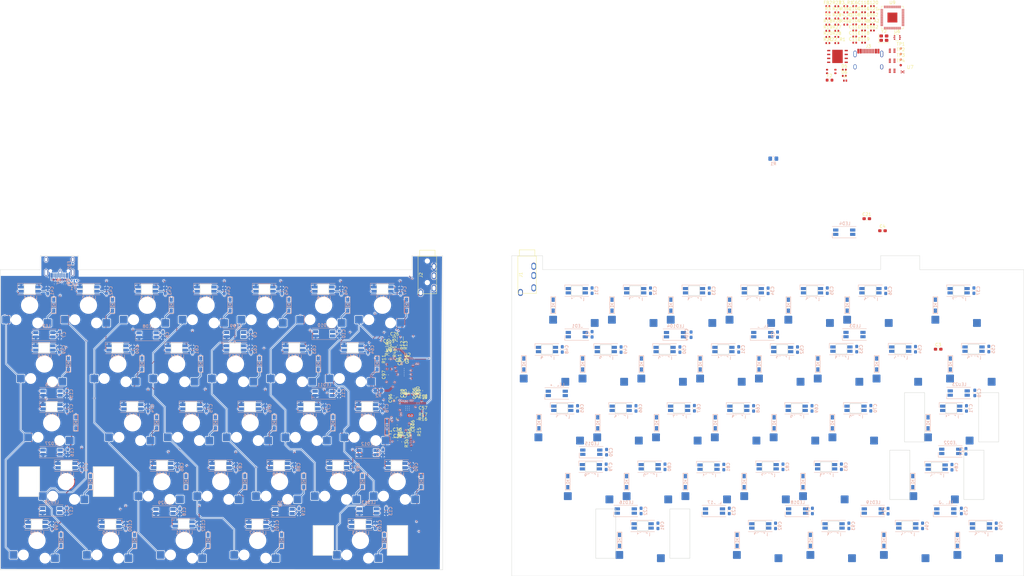
<source format=kicad_pcb>
(kicad_pcb (version 20241229) (generator "pcbnew") (generator_version "9.0")
  (title_block (title "umiko") (date "2021-02-20") (rev "0.3"))
  (layers (0 "F.Cu" signal) (4 "In1.Cu" signal) (6 "In2.Cu" signal) (2 "B.Cu" signal) (13 "F.Paste" user) (15 "B.Paste" user) (5 "F.SilkS" user "F.Silkscreen") (7 "B.SilkS" user "B.Silkscreen") (1 "F.Mask" user) (3 "B.Mask" user) (25 "Edge.Cuts" user))
  (net 0 "")
  (net 1 "row0_L")
  (net 2 "+5V_R")
  (net 3 "VBUS_R")
  (net 4 "row1_L")
  (net 5 "Net-(Q4B-G)")
  (net 6 "row2_L")
  (net 7 "Net-(U9-XTAL_IN)")
  (net 8 "row3_L")
  (net 9 "Net-(C110-Pad2)")
  (net 10 "row4_L")
  (net 11 "data_L")
  (net 12 "Net-(Q2B-G)")
  (net 13 "col0_L")
  (net 14 "col1_L")
  (net 15 "col2_L")
  (net 16 "col3_L")
  (net 17 "col4_L")
  (net 18 "col5_L")
  (net 19 "col6_L")
  (net 20 "Net-(D4-A)")
  (net 21 "Net-(D5-K)")
  (net 22 "Net-(D6-K)")
  (net 23 "Net-(J3-SHIELD)")
  (net 25 "col7_R")
  (net 26 "Net-(J3-CC2)")
  (net 27 "data_R")
  (net 28 "SCL_L")
  (net 29 "SDA_L")
  (net 30 "Net-(J3-CC1)")
  (net 31 "LED_R")
  (net 32 "LED_L")
  (net 33 "VBUS_L")
  (net 34 "GND_L")
  (net 36 "+3V3_L")
  (net 37 "Net-(Q1A-D)")
  (net 38 "+5V_L")
  (net 39 "Net-(U4-XTAL_IN)")
  (net 40 "Net-(C38-Pad2)")
  (net 41 "+1V1_L")
  (net 42 "Net-(D1-K)")
  (net 43 "Net-(D2-K)")
  (net 44 "row0_R")
  (net 45 "Net-(D3-A)")
  (net 46 "Net-(D_1-A)")
  (net 47 "Net-(D_2-A)")
  (net 48 "Net-(D_3-A)")
  (net 49 "Net-(J5-SHIELD)")
  (net 50 "Net-(D_4-A)")
  (net 51 "Net-(D_5-A)")
  (net 52 "Net-(D_6-A)")
  (net 53 "Net-(D_7-A)")
  (net 54 "Net-(D_11-A)")
  (net 55 "Net-(D_12-A)")
  (net 56 "Net-(D_13-A)")
  (net 57 "Net-(D_14-A)")
  (net 58 "Net-(D_15-A)")
  (net 59 "Net-(D_16-A)")
  (net 60 "Net-(D_17-A)")
  (net 61 "Net-(D_18-A)")
  (net 62 "Net-(D_19-A)")
  (net 63 "Net-(D_20-A)")
  (net 64 "Net-(D_21-A)")
  (net 65 "Net-(D_22-A)")
  (net 66 "Net-(D_23-A)")
  (net 67 "Net-(D_24-A)")
  (net 68 "Net-(D_25-A)")
  (net 69 "Net-(D_29-A)")
  (net 70 "Net-(D_30-A)")
  (net 71 "Net-(D_31-A)")
  (net 72 "Net-(D_32-A)")
  (net 73 "Net-(D_33-A)")
  (net 74 "Net-(D_34-A)")
  (net 75 "Net-(D_35-A)")
  (net 76 "Net-(D_36-A)")
  (net 77 "Net-(D_37-A)")
  (net 78 "Net-(D_38-A)")
  (net 79 "Net-(D_39-A)")
  (net 80 "Net-(D_40-A)")
  (net 81 "Net-(D_41-A)")
  (net 82 "Net-(D_42-A)")
  (net 83 "Net-(D_43-A)")
  (net 84 "Net-(D_44-A)")
  (net 85 "Net-(D_45-A)")
  (net 86 "Net-(D_46-A)")
  (net 87 "Net-(D_47-A)")
  (net 88 "Net-(D_48-A)")
  (net 89 "Net-(D_49-A)")
  (net 90 "Net-(D_50-A)")
  (net 91 "Net-(D_51-A)")
  (net 92 "Net-(D_52-A)")
  (net 93 "Net-(D_53-A)")
  (net 94 "Net-(D_55-A)")
  (net 95 "Net-(D_56-A)")
  (net 96 "Net-(D_57-A)")
  (net 97 "Net-(D_58-A)")
  (net 98 "Net-(D_59-A)")
  (net 99 "Net-(D_60-A)")
  (net 100 "Net-(D_61-A)")
  (net 101 "Net-(D_62-A)")
  (net 102 "Net-(D_63-A)")
  (net 103 "Net-(D_64-A)")
  (net 104 "Net-(D_65-A)")
  (net 105 "Net-(D_69-A)")
  (net 106 "Net-(D_70-A)")
  (net 107 "Net-(D_71-A)")
  (net 108 "Net-(D_72-A)")
  (net 109 "Net-(D_73-A)")
  (net 110 "Net-(LED1-DIN)")
  (net 111 "Net-(LED1-DOUT)")
  (net 112 "Net-(LED104-DOUT)")
  (net 113 "Net-(LED2-DOUT)")
  (net 114 "Net-(LED41-DIN)")
  (net 115 "Net-(LED7-DIN)")
  (net 116 "Net-(LED8-DIN)")
  (net 117 "Net-(LED10-DOUT)")
  (net 118 "Net-(LED10-DIN)")
  (net 119 "Net-(LED11-DIN)")
  (net 120 "Net-(LED12-DIN)")
  (net 121 "Net-(LED13-DIN)")
  (net 122 "Net-(LED14-DIN)")
  (net 123 "Net-(LED15-DIN)")
  (net 124 "Net-(LED16-DIN)")
  (net 125 "Net-(LED17-DIN)")
  (net 126 "Net-(LED18-DIN)")
  (net 127 "Net-(LED19-DIN)")
  (net 128 "Net-(LED20-DIN)")
  (net 129 "/RST_R")
  (net 130 "Net-(LED22-DIN)")
  (net 131 "Net-(LED23-DIN)")
  (net 133 "Net-(LED26-DOUT)")
  (net 134 "Net-(LED26-DIN)")
  (net 135 "Net-(LED27-DOUT)")
  (net 136 "Net-(LED28-DOUT)")
  (net 137 "Net-(LED29-DOUT)")
  (net 138 "Net-(LED31-DOUT)")
  (net 139 "Net-(LED31-DIN)")
  (net 140 "Net-(LED32-DIN)")
  (net 141 "Net-(LED33-DIN)")
  (net 142 "Net-(LED33-DOUT)")
  (net 143 "Net-(LED34-DIN)")
  (net 144 "Net-(LED35-DIN)")
  (net 145 "Net-(LED35-DOUT)")
  (net 146 "Net-(LED36-DIN)")
  (net 147 "Net-(LED37-DOUT)")
  (net 148 "Net-(LED37-DIN)")
  (net 149 "Net-(LED41-DOUT)")
  (net 150 "Net-(LED42-DOUT)")
  (net 151 "Net-(LED42-DIN)")
  (net 152 "Net-(LED43-DOUT)")
  (net 153 "Net-(LED44-DOUT)")
  (net 154 "Net-(LED44-DIN)")
  (net 155 "Net-(LED45-DOUT)")
  (net 156 "Net-(LED46-DIN)")
  (net 157 "Net-(LED46-DOUT)")
  (net 158 "Net-(LED47-DOUT)")
  (net 159 "Net-(LED48-DOUT)")
  (net 160 "Net-(LED49-DIN)")
  (net 161 "Net-(LED50-DOUT)")
  (net 162 "Net-(LED51-DIN)")
  (net 163 "Net-(LED52-DOUT)")
  (net 164 "Net-(LED53-DIN)")
  (net 165 "Net-(LED54-DOUT)")
  (net 166 "Net-(LED55-DIN)")
  (net 167 "Net-(LED59-DOUT)")
  (net 168 "Net-(LED60-DOUT)")
  (net 169 "Net-(LED61-DIN)")
  (net 170 "Net-(LED62-DOUT)")
  (net 171 "Net-(LED63-DIN)")
  (net 172 "Net-(LED64-DOUT)")
  (net 173 "Net-(LED65-DOUT)")
  (net 174 "Net-(LED66-DIN)")
  (net 175 "Net-(LED67-DOUT)")
  (net 176 "Net-(LED68-DIN)")
  (net 177 "Net-(LED69-DOUT)")
  (net 178 "Net-(LED70-DIN)")
  (net 179 "Net-(LED71-DOUT)")
  (net 180 "Net-(LED72-DOUT)")
  (net 181 "Net-(LED100-DOUT)")
  (net 182 "Net-(LED74-DOUT)")
  (net 183 "Net-(LED75-DIN)")
  (net 184 "Net-(LED76-DOUT)")
  (net 185 "Net-(LED77-DIN)")
  (net 186 "Net-(LED78-DOUT)")
  (net 187 "Net-(LED79-DOUT)")
  (net 188 "Net-(LED80-DIN)")
  (net 189 "Net-(LED82-DIN)")
  (net 190 "Net-(LED83-DOUT)")
  (net 191 "Net-(LED84-DOUT)")
  (net 192 "Net-(LED101-DIN)")
  (net 193 "Net-(LED102-DOUT)")
  (net 194 "Net-(LED88-DOUT)")
  (net 195 "Net-(LED103-DIN)")
  (net 197 "Net-(LED92-DIN)")
  (net 199 "Net-(LED100-DIN)")
  (net 200 "Net-(LED101-DOUT)")
  (net 202 "Net-(Q3A-D)")
  (net 203 "Net-(LED3-DOUT)")
  (net 204 "Net-(LED37-VSS)")
  (net 205 "/RESET_L")
  (net 206 "/RST_L")
  (net 207 "Net-(Q2A-D)")
  (net 208 "row1_R")
  (net 209 "Net-(R5-Pad2)")
  (net 210 "Net-(J5-CC1)")
  (net 211 "Net-(J5-CC2)")
  (net 212 "row2_R")
  (net 213 "row3_R")
  (net 214 "row4_R")
  (net 215 "Net-(U4-XTAL_OUT)")
  (net 216 "/BOOT_L")
  (net 217 "/USB+L")
  (net 218 "/PORT+")
  (net 219 "/PORT-")
  (net 220 "/USB-L")
  (net 221 "/BOOT_R")
  (net 222 "/QSPI_CS_L")
  (net 223 "/D+_L")
  (net 224 "/D-_L")
  (net 225 "/VBUS_DETECT_L")
  (net 226 "/QSPI_CS_R")
  (net 227 "/D+_R")
  (net 228 "/D-_R")
  (net 229 "/VBUS_DETECT_R")
  (net 231 "col0_R")
  (net 232 "col1_R")
  (net 233 "col2_R")
  (net 235 "col3_R")
  (net 236 "col4_R")
  (net 237 "col5_R")
  (net 238 "col6_R")
  (net 242 "/RESET_R")
  (net 243 "Net-(Q4A-D)")
  (net 244 "Net-(R3-Pad2)")
  (net 245 "/USB+R")
  (net 246 "/USB-R")
  (net 247 "Net-(U9-XTAL_OUT)")
  (net 250 "/SWD_CLK_L")
  (net 251 "/SWD_IO_L")
  (net 252 "/SWD_CLK_R")
  (net 253 "/SWD_IO_R")
  (net 254 "/QSPI_SD1_L")
  (net 255 "/QSPI_SD2_L")
  (net 256 "/QSPI_SD0_L")
  (net 257 "/QSPI_CLK_L")
  (net 258 "/QSPI_SD3_L")
  (net 259 "/22_SCK_L")
  (net 260 "/A2_L")
  (net 261 "/1_RX0_L")
  (net 262 "/RGB_DO_L")
  (net 263 "/20_SDI_L")
  (net 264 "/16_L")
  (net 265 "/A1_L")
  (net 266 "/A3_L")
  (net 267 "/21_CS_L")
  (net 268 "/A0_L")
  (net 269 "/23_SDO_L")
  (net 270 "/QSPI_SD0_R")
  (net 271 "/QSPI_CLK_R")
  (net 272 "/QSPI_SD2_R")
  (net 273 "/QSPI_SD1_R")
  (net 274 "/QSPI_SD3_R")
  (net 275 "SCL_R")
  (net 276 "/1_RX0_R")
  (net 277 "/A2_R")
  (net 278 "SDA_R")
  (net 279 "/21_CS_R")
  (net 280 "/16_R")
  (net 281 "/A0_R")
  (net 282 "/22_SCK_R")
  (net 283 "/A1_R")
  (net 284 "/RGB_DO_R")
  (net 285 "/23_SDO_R")
  (net 286 "/A3_R")
  (net 287 "/20_SDI_R")
  (footprint "onigaku:YS-SK6812MINI-E_underglow" (layer "F.Cu") (at 282.03475 55.245)
    (property "Reference" "LED2")
    (property "Value" "YS-SK6812MINI-E")
  )
  (footprint "onigaku:YS-SK6812MINI-E_underglow" (layer "F.Cu") (at 221.96375 55.245)
    (property "Reference" "LED1")
    (property "Value" "YS-SK6812MINI-E")
  )
  (footprint "onigaku:YS-SK6812MINI-E_underglow" (layer "F.Cu") (at 215.48675 74.295)
    (property "Reference" "LED14")
    (property "Value" "YS-SK6812MINI-E")
  )
  (footprint "onigaku:YS-SK6812MINI-E_underglow" (layer "F.Cu") (at 266.41375 112.395)
    (property "Reference" "LED17")
    (property "Value" "YS-SK6812MINI-E")
  )
  (footprint "onigaku:YS-SK6812MINI-E_underglow" (layer "F.Cu") (at 317.84875 112.395)
    (property "Reference" "LED19")
    (property "Value" "YS-SK6812MINI-E")
  )
  (footprint "onigaku:YS-SK6812MINI-E_underglow" (layer "F.Cu") (at 226.66275 93.345)
    (property "Reference" "LED15")
    (property "Value" "YS-SK6812MINI-E")
  )
  (footprint "onigaku:YS-SK6812MINI-E_underglow" (layer "F.Cu") (at 293.33775 112.395)
    (property "Reference" "LED18")
    (property "Value" "YS-SK6812MINI-E")
  )
  (footprint "onigaku:YS-SK6812MINI-E_underglow" (layer "F.Cu") (at 345.69225 74.175)
    (property "Reference" "LED23")
    (property "Value" "YS-SK6812MINI-E")
  )
  (footprint "onigaku:YS-SK6812MINI-E_underglow" (layer "F.Cu") (at 341.34275 112.395)
    (property "Reference" "LED20")
    (property "Value" "YS-SK6812MINI-E")
  )
  (footprint "onigaku:YS-SK6812MINI-E_underglow" (layer "F.Cu") (at 342.94225 93.075)
    (property "Reference" "LED22")
    (property "Value" "YS-SK6812MINI-E")
  )
  (footprint "onigaku:YS-SK6812MINI-E_underglow" (layer "F.Cu") (at 51.690045 112.268)
    (property "Reference" "LED28")
    (property "Value" "YS-SK6812MINI-E")
  )
  (footprint "onigaku:YS-SK6812MINI-E_underglow" (layer "F.Cu") (at 49.458045 55.303)
    (property "Reference" "LED7")
    (property "Value" "YS-SK6812MINI-E")
  )
  (footprint "onigaku:YS-SK6812MINI-E_underglow" (layer "F.Cu") (at 253.77625 55.263)
    (property "Reference" "LED104")
    (property "Value" "YS-SK6812MINI-E")
  )
  (footprint "onigaku:YS-SK6812MINI-E_underglow" (layer "F.Cu") (at 82.942045 55.365)
    (property "Reference" "LED8")
    (property "Value" "YS-SK6812MINI-E")
  )
  (footprint "onigaku:YS-SK6812MINI-E_underglow" (layer "F.Cu") (at 88.403045 112.515)
    (property "Reference" "LED29")
    (property "Value" "YS-SK6812MINI-E")
  )
  (footprint "onigaku:YS-SK6812MINI-E_underglow" (layer "F.Cu") (at 51.827045 74.223)
    (property "Reference" "LED26")
    (property "Value" "YS-SK6812MINI-E")
  )
  (footprint "onigaku:YS-SK6812MINI-E_underglow" (layer "F.Cu") (at 139.965045 74.288)
    (property "Reference" "LED11")
    (property "Value" "YS-SK6812MINI-E")
  )
  (footprint "onigaku:YS-SK6812MINI-E_underglow" (layer "F.Cu") (at 154.189045 93.465)
    (property "Reference" "LED12")
    (property "Value" "YS-SK6812MINI-E")
  )
  (footprint "onigaku:YS-SK6812MINI-E_underglow" (layer "F.Cu") (at 154.316045 112.388)
    (property "Reference" "LED13")
    (property "Value" "YS-SK6812MINI-E")
  )
  (footprint "onigaku:YS-SK6812MINI-E_underglow" (layer "F.Cu") (at 51.827045 93.338)
    (property "Reference" "LED27")
    (property "Value" "YS-SK6812MINI-E")
  )
  (footprint "onigaku:YS-SK6812MINI-E_underglow" (layer "F.Cu") (at 140.092045 54.984)
    (property "Reference" "LED10")
    (property "Value" "YS-SK6812MINI-E")
  )
  (footprint "onigaku:YS-SK6812MINI-E_underglow" (layer "F.Cu") (at 111.263045 55.238)
    (property "Reference" "LED9")
    (property "Value" "YS-SK6812MINI-E")
  )
  (footprint "onigaku:YS-SK6812MINI-E_underglow" (layer "F.Cu") (at 127.011045 112.515)
    (property "Reference" "LED30")
    (property "Value" "YS-SK6812MINI-E")
  )
  (footprint "onigaku:YS-SK6812MINI-E_underglow" (layer "F.Cu") (at 237.83875 112.395)
    (property "Reference" "LED16")
    (property "Value" "YS-SK6812MINI-E")
  )
  (footprint "PCM_0xcb:TestPoint_Pad_D0.8mm" (layer "F.Cu") (at 326.910036 -33.839649)
    (property "Reference" "TP3")
    (property "Value" "CLK")
  )
  (footprint "Resistor_SMD:R_0402_1005Metric" (layer "F.Cu") (at 160.59975 59.87 -90)
    (property "Reference" "R6")
    (property "Value" "51k")
  )
  (footprint "Resistor_SMD:R_0402_1005Metric" (layer "F.Cu") (at 306.205036 -43.174649)
    (property "Reference" "R27")
    (property "Value" "5.1k")
  )
  (footprint "PCM_0xcb:TestPoint_Pad_D0.8mm" (layer "F.Cu") (at 326.910036 -35.639649)
    (property "Reference" "TP2")
    (property "Value" "DIO")
  )
  (footprint "PCM_0xcb:TestPoint_Pad_D0.8mm" (layer "F.Cu") (at 326.910036 -37.439649)
    (property "Reference" "TP1")
    (property "Value" "CLK")
  )
  (footprint "Capacitor_SMD:C_0603_1608Metric_Pad1.08x0.95mm_HandSolder" (layer "F.Cu") (at 339.03725 59.9705)
    (property "Reference" "C3")
    (property "Value" "0.1uF")
  )
  (footprint "PCM_0xcb:SOT-563" (layer "F.Cu") (at 324.135036 -30.214649)
    (property "Reference" "U10")
    (property "Value" "74LVC1T45")
  )
  (footprint "Capacitor_SMD:C_0402_1005Metric" (layer "F.Cu") (at 317.745036 -47.204649)
    (property "Reference" "C5b2")
    (property "Value" "10u")
  )
  (footprint "PCM_0xcb:TestPoint_Pad_D0.8mm" (layer "F.Cu") (at 326.910036 -32.039649)
    (property "Reference" "TP4")
    (property "Value" "DIO")
  )
  (footprint "Capacitor_SMD:C_0402_1005Metric" (layer "F.Cu") (at 167.466691 74.261 90)
    (property "Reference" "C85")
    (property "Value" "100n")
  )
  (footprint "PCM_0xcb:SOD882D" (layer "F.Cu") (at 308.89975 -27.03)
    (property "Reference" "D4")
    (property "Value" "PMEG2010BELD" (hide yes))
  )
  (footprint "Resistor_SMD:R_0402_1005Metric" (layer "F.Cu") (at 166.134384 88.505114)
    (property "Reference" "R3_L1")
    (property "Value" "10k")
  )
  (footprint "PCM_0xcb:USB_C_Receptacle_HRO_TYPE-C-31-M-12" (layer "F.Cu") (at 316.415036 -32.544649)
    (property "Reference" "J3")
    (property "Value" "USB_C_Receptacle_USB2.0")
  )
  (footprint "PCM_0xcb:X2SON-4" (layer "F.Cu") (at 327.501455 -29.864649)
    (property "Reference" "U7")
    (property "Value" "TLV75533PDQNR")
  )
  (footprint "Package_TO_SOT_SMD:SOT-666" (layer "F.Cu") (at 164.79975 56.52 90)
    (property "Reference" "U1")
    (property "Value" "USBLC6-2P6")
  )
  (footprint "Resistor_SMD:R_0402_1005Metric" (layer "F.Cu") (at 161.59975 59.845 90)
    (property "Reference" "R4_L1")
    (property "Value" "51k")
  )
  (footprint "Capacitor_SMD:C_0402_1005Metric" (layer "F.Cu") (at 163.95475 89.195)
    (property "Reference" "C38")
    (property "Value" "15p")
  )
  (footprint "Resistor_SMD:R_0402_1005Metric" (layer "F.Cu") (at 303.295036 -39.194649)
    (property "Reference" "R21")
    (property "Value" "1k")
  )
  (footprint "Resistor_SMD:R_0402_1005Metric" (layer "F.Cu") (at 306.205036 -41.184649)
    (property "Reference" "R28")
    (property "Value" "10k")
  )
  (footprint "Diode_SMD:D_0402_1005Metric" (layer "F.Cu") (at 308.630036 -28.564649)
    (property "Reference" "D6")
    (property "Value" "User LED")
  )
  (footprint "Resistor_SMD:R_0402_1005Metric" (layer "F.Cu") (at 303.295036 -47.154649)
    (property "Reference" "R4")
    (property "Value" "51k")
  )
  (footprint "Resistor_SMD:R_0402_1005Metric" (layer "F.Cu") (at 303.295036 -49.144649)
    (property "Reference" "R3")
    (property "Value" "51k")
  )
  (footprint "PCM_0xcb:SOT-563" (layer "F.Cu") (at 162.92475 59.645 90)
    (property "Reference" "Q2")
    (property "Value" "2N7002VC-")
  )
  (footprint "Capacitor_SMD:C_0402_1005Metric" (layer "F.Cu") (at 167.69975 84.795 -90)
    (property "Reference" "C106")
    (property "Value" "100n")
  )
  (footprint "Capacitor_SMD:C_0402_1005Metric" (layer "F.Cu") (at 166.59975 86.995 -90)
    (property "Reference" "C56")
    (property "Value" "100n")
  )
  (footprint "Capacitor_SMD:C_0402_1005Metric" (layer "F.Cu") (at 317.745036 -49.174649)
    (property "Reference" "C121")
    (property "Value" "100n")
  )
  (footprint "PCM_0xcb:SOT-563" (layer "F.Cu") (at 324.135036 -33.464649)
    (property "Reference" "Q4")
    (property "Value" "2N7002VC-")
  )
  (footprint "Resistor_SMD:R_0402_1005Metric" (layer "F.Cu") (at 165.37475 58.695 -90)
    (property "Reference" "R13")
    (property "Value" "27")
  )
  (footprint "Resistor_SMD:R_0402_1005Metric" (layer "F.Cu") (at 306.205036 -39.194649)
    (property "Reference" "R22_R1")
    (property "Value" "10k")
  )
  (footprint "Resistor_SMD:R_0402_1005Metric" (layer "F.Cu") (at 303.295036 -41.184649)
    (property "Reference" "R20")
    (property "Value" "1k")
  )
  (footprint "Resistor_SMD:R_0402_1005Metric" (layer "F.Cu") (at 306.205036 -47.154649)
    (property "Reference" "R25")
    (property "Value" "1k")
  )
  (footprint "Resistor_SMD:R_0402_1005Metric" (layer "F.Cu") (at 164.24975 58.67 -90)
    (property "Reference" "R12")
    (property "Value" "27")
  )
  (footprint "PCM_0xcb:SOT-563" (layer "F.Cu") (at 168.154486 89.216441 -90)
    (property "Reference" "Q1")
    (property "Value" "2N7002VC-")
  )
  (footprint "Resistor_SMD:R_0402_1005Metric" (layer "F.Cu") (at 309.115036 -47.154649)
    (property "Reference" "R4_R1")
    (property "Value" "51k")
  )
  (footprint "Resistor_SMD:R_0402_1005Metric" (layer "F.Cu") (at 309.115036 -51.134649)
    (property "Reference" "R3_R1")
    (property "Value" "10k")
  )
  (footprint "Package_DFN_QFN:QFN-56-1EP_7x7mm_P0.4mm_EP3.2x3.2mm" (layer "F.Cu") (at 167.10975 79.095)
    (property "Reference" "U4")
    (property "Value" "RP2040")
  )
  (footprint "Capacitor_SMD:C_0402_1005Metric" (layer "F.Cu") (at 312.005036 -41.294649)
    (property "Reference" "C111")
    (property "Value" "1u")
  )
  (footprint "Capacitor_SMD:C_0402_1005Metric" (layer "F.Cu") (at 314.875036 -43.264649)
    (property "Reference" "C117")
    (property "Value" "100n")
  )
  (footprint "PCM_0xcb:W25Q128JVPIQ" (layer "F.Cu") (at 166.04475 67.5)
    (property "Reference" "U3")
    (property "Value" "W25Q128JVPIQ")
  )
  (footprint "PCM_0xcb:W25Q128JVPIQ" (layer "F.Cu") (at 306.415036 -34.874649)
    (property "Reference" "U8")
    (property "Value" "W25Q128JVPIQ")
  )
  (footprint "onigaku:YS-SK6812MINI-E_underglow" (layer "F.Cu") (at 308.59975 22.07)
    (property "Reference" "LED4")
    (property "Value" "YS-SK6812MINI-E")
  )
  (footprint "Diode_SMD:D_0402_1005Metric" (layer "F.Cu") (at 171.67475 75.285 -90)
    (property "Reference" "D1")
    (property "Value" "Power LED")
  )
  (footprint "Resistor_SMD:R_0402_1005Metric" (layer "F.Cu") (at 164.14975 60.695 90)
    (property "Reference" "R4b1")
    (property "Value" "10k")
  )
  (footprint "Capacitor_SMD:C_0402_1005Metric" (layer "F.Cu") (at 317.745036 -43.264649)
    (property "Reference" "C6b2")
    (property "Value" "4.7u")
  )
  (footprint "Capacitor_SMD:C_0402_1005Metric" (layer "F.Cu") (at 312.005036 -47.204649)
    (property "Reference" "C108")
    (property "Value" "10u")
  )
  (footprint "Capacitor_SMD:C_0402_1005Metric" (layer "F.Cu") (at 314.875036 -47.204649)
    (property "Reference" "C115")
    (property "Value" "100n")
  )
  (footprint "Capacitor_SMD:C_0402_1005Metric" (layer "F.Cu") (at 314.875036 -49.174649)
    (property "Reference" "C114")
    (property "Value" "100n")
  )
  (footprint "Capacitor_SMD:C_0402_1005Metric" (layer "F.Cu") (at 314.875036 -41.294649)
    (property "Reference" "C118")
    (property "Value" "100n")
  )
  (footprint "Resistor_SMD:R_0402_1005Metric" (layer "F.Cu") (at 309.115036 -49.144649)
    (property "Reference" "R3b2")
    (property "Value" "10k")
  )
  (footprint "Capacitor_SMD:C_0402_1005Metric" (layer "F.Cu") (at 162.94975 56.195)
    (property "Reference" "C26")
    (property "Value" "10u")
  )
  (footprint "Resistor_SMD:R_0402_1005Metric" (layer "F.Cu") (at 160.59975 63.17 90)
    (property "Reference" "R11")
    (property "Value" "10k")
  )
  (footprint "PCM_0xcb:SOT-563" (layer "F.Cu") (at 324.135036 -36.714649)
    (property "Reference" "Q3")
    (property "Value" "2N7002VC-")
  )
  (footprint "Fuse:Fuse_0603_1608Metric" (layer "F.Cu") (at 303.845036 -27.194649)
    (property "Reference" "F2")
    (property "Value" "500mA")
  )
  (footprint "Resistor_SMD:R_0402_1005Metric" (layer "F.Cu") (at 306.205036 -45.164649)
    (property "Reference" "R26")
    (property "Value" "1k")
  )
  (footprint "Package_TO_SOT_SMD:SOT-666" (layer "F.Cu") (at 325.755036 -40.989649)
    (property "Reference" "U6")
    (property "Value" "USBLC6-2P6")
  )
  (footprint "Capacitor_SMD:C_0402_1005Metric" (layer "F.Cu") (at 312.005036 -43.264649)
    (property "Reference" "C110")
    (property "Value" "15p")
  )
  (footprint "mj-4pp-9:MJ-4PP-9" (layer "F.Cu") (at 173.59175 35.945 -90)
    (property "Reference" "J2")
    (property "Value" "MJ-4PP-9")
  )
  (footprint "Capacitor_SMD:C_0402_1005Metric" (layer "F.Cu") (at 169.696691 74.271 -90)
    (property "Reference" "C39")
    (property "Value" "1u")
  )
  (footprint "Crystal:Crystal_SMD_2520-4Pin_2.5x2.0mm" (layer "F.Cu") (at 163.695917 86.942556 90)
    (property "Reference" "Y1")
    (property "Value" "12MHz")
  )
  (footprint "Diode_SMD:D_0402_1005Metric" (layer "F.Cu") (at 169.74975 84.945 90)
    (property "Reference" "D2")
    (property "Value" "User LED")
  )
  (footprint "Capacitor_SMD:C_0402_1005Metric" (layer "F.Cu") (at 165.856129 63.299589 -90)
    (property "Reference" "C29")
    (property "Value" "10u")
  )
  (footprint "Resistor_SMD:R_0402_1005Metric" (layer "F.Cu") (at 303.295036 -45.164649)
    (property "Reference" "R18")
    (property "Value" "5.1k")
  )
  (footprint "Capacitor_SMD:C_0402_1005Metric" (layer "F.Cu") (at 317.745036 -51.144649)
    (property "Reference" "C120")
    (property "Value" "100n")
  )
  (footprint "Resistor_SMD:R_0402_1005Metric" (layer "F.Cu") (at 306.205036 -51.134649)
    (property "Reference" "R23")
    (property "Value" "27")
  )
  (footprint "PCM_0xcb:1.9x2.8mm SW" (layer "F.Cu") (at 166.99975 91.945 180)
    (property "Reference" "SW1" (hide yes))
    (property "Value" "SWITCH")
  )
  (footprint "PCM_0xcb:SOT-563" (layer "F.Cu") (at 161.12475 65.62 90)
    (property "Reference" "U5")
    (property "Value" "74LVC1T45")
  )
  (footprint "Capacitor_SMD:C_0402_1005Metric" (layer "F.Cu") (at 160.59975 68.27 90)
    (property "Reference" "C97")
    (property "Value" "100n")
  )
  (footprint "Capacitor_SMD:C_0402_1005Metric" (layer "F.Cu") (at 168.626691 74.271 -90)
    (property "Reference" "C40")
    (property "Value" "1u")
  )
  (footprint "Capacitor_SMD:C_0402_1005Metric" (layer "F.Cu") (at 314.875036 -51.144649)
    (property "Reference" "C113")
    (property "Value" "100n")
  )
  (footprint "Crystal:Crystal_SMD_2520-4Pin_2.5x2.0mm" (layer "F.Cu") (at 321.455036 -40.794649)
    (property "Reference" "Y2")
    (property "Value" "12MHz")
  )
  (footprint "Resistor_SMD:R_0402_1005Metric" (layer "F.Cu") (at 161.12475 61.645)
    (property "Reference" "R9")
    (property "Value" "1k")
  )
  (footprint "Capacitor_SMD:C_0402_1005Metric" (layer "F.Cu") (at 166.576691 74.261 90)
    (property "Reference" "C98")
    (property "Value" "100n")
  )
  (footprint "Diode_SMD:D_0402_1005Metric" (layer "F.Cu") (at 308.630036 -30.554649)
    (property "Reference" "D5")
    (property "Value" "Power LED")
  )
  (footprint "Resistor_SMD:R_0402_1005Metric" (layer "F.Cu") (at 172.12475 82.32)
    (property "Reference" "R17")
    (property "Value" "10k")
  )
  (footprint "Resistor_SMD:R_0402_1005Metric" (layer "F.Cu") (at 165.65475 86.97 90)
    (property "Reference" "R14")
    (property "Value" "1k")
  )
  (footprint "Package_DFN_QFN:QFN-56-1EP_7x7mm_P0.4mm_EP3.2x3.2mm" (layer "F.Cu") (at 324.210036 -47.474649)
    (property "Reference" "U9")
    (property "Value" "RP2040")
  )
  (footprint "Resistor_SMD:R_0402_1005Metric" (layer "F.Cu") (at 171.67475 73.41 90)
    (property "Reference" "R10")
    (property "Value" "1k")
  )
  (footprint "Capacitor_SMD:C_0603_1608Metric_Pad1.08x0.95mm_HandSolder" (layer "F.Cu") (at 315.91225 17.695)
    (property "Reference" "C21")
    (property "Value" "0.1uF")
  )
  (footprint "Capacitor_SMD:C_0402_1005Metric" (layer "F.Cu") (at 163.406129 63.349589 -90)
    (property "Reference" "C5b1")
    (property "Value" "10u")
  )
  (footprint "Resistor_SMD:R_0402_1005Metric" (layer "F.Cu") (at 303.295036 -51.134649)
    (property "Reference" "FB2")
    (property "Value" "600R")
  )
  (footprint "Capacitor_SMD:C_0402_1005Metric" (layer "F.Cu") (at 314.875036 -39.324649)
    (property "Reference" "C119")
    (property "Value" "100n")
  )
  (footprint "PCM_0xcb:X2SON-4" (layer "F.Cu") (at 164.634339 63.349589)
    (property "Reference" "U2")
    (property "Value" "TLV75533PDQNR")
  )
  (footprint "Resistor_SMD:R_0402_1005Metric" (layer "F.Cu") (at 303.295036 -43.174649)
    (property "Reference" "R19")
    (property "Value" "5.1k")
  )
  (footprint "Capacitor_SMD:C_0402_1005Metric" (layer "F.Cu") (at 172.14975 76.505)
    (property "Reference" "C58")
    (property "Value" "100n")
  )
  (footprint "Resistor_SMD:R_0402_1005Metric" (layer "F.Cu") (at 169.74975 86.77 -90)
    (property "Reference" "R15")
    (property "Value" "1k")
  )
  (footprint "Capacitor_SMD:C_0402_1005Metric" (layer "F.Cu") (at 314.875036 -45.234649)
    (property "Reference" "C116")
    (property "Value" "100n")
  )
  (footprint "Capacitor_SMD:C_0402_1005Metric" (layer "F.Cu") (at 161.09975 56.17 180)
    (property "Reference" "C6b1")
    (property "Value" "4.7u")
  )
  (footprint "Resistor_SMD:R_0402_1005Metric" (layer "F.Cu") (at 306.205036 -49.144649)
    (property "Reference" "R24")
    (property "Value" "27")
  )
  (footprint "Resistor_SMD:R_0402_1005Metric" (layer "F.Cu") (at 172.12475 81.445 180)
    (property "Reference" "R16")
    (property "Value" "5.1k")
  )
  (footprint "Capacitor_SMD:C_0402_1005Metric" (layer "F.Cu") (at 312.005036 -39.324649)
    (property "Reference" "C112")
    (property "Value" "1u")
  )
  (footprint "Capacitor_SMD:C_0402_1005Metric" (layer "F.Cu") (at 317.745036 -45.234649)
    (property "Reference" "C6_A2")
    (property "Value" "100n")
  )
  (footprint "Capacitor_SMD:C_0402_1005Metric" (layer "F.Cu") (at 312.005036 -51.144649)
    (property "Reference" "C6")
    (property "Value" "10u")
  )
  (footprint "Capacitor_SMD:C_0402_1005Metric" (layer "F.Cu") (at 165.381129 64.674589)
    (property "Reference" "C6_A1")
    (property "Value" "100n")
  )
  (footprint "Capacitor_SMD:C_0402_1005Metric" (layer "F.Cu") (at 163.77975 84.87 180)
    (property "Reference" "C30")
    (property "Value" "15p")
  )
  (footprint "Capacitor_SMD:C_0402_1005Metric" (layer "F.Cu") (at 170.54975 74.281 90)
    (property "Reference" "C105")
    (property "Value" "100n")
  )
  (footprint "mj-4pp-9:MJ-4PP-9" (layer "F.Cu") (at 205.92475 35.845 -90)
    (property "Reference" "J1")
    (property "Value" "MJ-4PP-9")
  )
  (footprint "PCM_0xcb:1.9x2.8mm SW" (layer "F.Cu") (at 304.390036 -29.999649)
    (property "Reference" "SW2" (hide yes))
    (property "Value" "SWITCH")
  )
  (footprint "Resistor_SMD:R_0402_1005Metric" (layer "F.Cu") (at 309.115036 -45.164649)
    (property "Reference" "R4b2")
    (property "Value" "10k")
  )
  (footprint "Resistor_SMD:R_0402_1005Metric" (layer "F.Cu") (at 161.07475 57.17 180)
    (property "Reference" "R5")
    (property "Value" "51k")
  )
  (footprint "Capacitor_SMD:C_0603_1608Metric_Pad1.08x0.95mm_HandSolder" (layer "F.Cu") (at 320.99975 21.595)
    (property "Reference" "C4")
    (property "Value" "0.1uF")
  )
  (footprint "Capacitor_SMD:C_0402_1005Metric" (layer "F.Cu") (at 312.005036 -45.234649)
    (property "Reference" "C109")
    (property "Value" "15p")
  )
  (footprint "Capacitor_SMD:C_0402_1005Metric" (layer "F.Cu") (at 162.74975 75.87 90)
    (property "Reference" "C96")
    (property "Value" "100n")
  )
  (footprint "onigaku:YS-SK6812MINI-E_underglow" (layer "F.Cu") (at 311.92475 55.22)
    (property "Reference" "LED3")
    (property "Value" "YS-SK6812MINI-E")
  )
  (footprint "Capacitor_SMD:C_0402_1005Metric" (layer "F.Cu") (at 172.14975 80.155)
    (property "Reference" "C57")
    (property "Value" "100n")
  )
  (footprint "Capacitor_SMD:C_0402_1005Metric" (layer "F.Cu") (at 312.005036 -49.174649)
    (property "Reference" "C107")
    (property "Value" "10u")
  )
  (footprint "Resistor_SMD:R_0402_1005Metric" (layer "F.Cu") (at 165.64975 89.97 -90)
    (property "Reference" "R3b1")
    (property "Value" "10k")
  )
  (footprint "Gateron_KS33_Hotswap:Gateron-KS33-Hotswap-1U" (layer "B.Cu") (at 212.407 64.77 180)
    (property "Reference" "SW_18")
    (property "Value" "KEYSW")
  )
  (footprint "onigaku:D3_SMD_v2" (layer "B.Cu") (at 319.103 64.762 -90)
    (property "Reference" "D_24" (hide yes))
    (property "Value" "D" (hide yes))
  )
  (footprint "Gateron_KS33_Hotswap:Gateron-KS33-Hotswap-1U" (layer "B.Cu") (at 240.982 45.72 180)
    (property "Reference" "SW_2")
    (property "Value" "KEYSW")
  )
  (footprint "onigaku:D3_SMD_v2" (layer "B.Cu") (at 238.09275 102.873 -90)
    (property "Reference" "D_49" (hide yes))
    (property "Value" "D" (hide yes))
  )
  (footprint "onigaku:D3_SMD_v2" (layer "B.Cu") (at 257.14275 102.87 -90)
    (property "Reference" "D_50" (hide yes))
    (property "Value" "D" (hide yes))
  )
  (footprint "Gateron_KS33_Hotswap:Gateron-KS33-Hotswap-1U" (layer "B.Cu") (at 326.707 64.77 180)
    (property "Reference" "SW_24")
    (property "Value" "KEYSW")
  )
  (footprint "onigaku:D3_SMD_v2" (layer "B.Cu") (at 276.19275 102.873 -90)
    (property "Reference" "D_51" (hide yes))
    (property "Value" "D" (hide yes))
  )
  (footprint "onigaku:D3_SMD_v2" (layer "B.Cu") (at 295.24275 102.873 -90)
    (property "Reference" "D_52" (hide yes))
    (property "Value" "D" (hide yes))
  )
  (footprint "Gateron_KS33_Hotswap:Gateron-KS33-Hotswap-1U" (layer "B.Cu") (at 279.082 45.72 180)
    (property "Reference" "SW_4")
    (property "Value" "KEYSW")
  )
  (footprint "Gateron_KS33_Hotswap:Gateron-KS33-Hotswap-1U" (layer "B.Cu") (at 236.2195 83.82 180)
    (property "Reference" "SW_36")
    (property "Value" "KEYSW")
  )
  (footprint "onigaku:D3_SMD_v2" (layer "B.Cu") (at 235.80675 121.917 -90)
    (property "Reference" "D_61" (hide yes))
    (property "Value" "D" (hide yes))
  )
  (footprint "Gateron_KS33_Hotswap:Gateron-KS33-Hotswap-1U" (layer "B.Cu") (at 288.607 64.77 180)
    (property "Reference" "SW_22")
    (property "Value" "KEYSW")
  )
  (footprint "onigaku:YS-SK6812MINI-E" (layer "B.Cu") (at 278.98675 41.021)
    (property "Reference" "LED34")
    (property "Value" "YS-SK6812MINI-E")
    (fp_line (start -1.8 -1.55) (end 1.8 -1.55) (stroke (width 0.12)) (layer "Edge.Cuts"))
    (fp_line (start -1.8 1.55) (end -1.8 -1.55) (stroke (width 0.12)) (layer "Edge.Cuts"))
    (fp_line (start 1.8 -1.55) (end 1.8 1.55) (stroke (width 0.12)) (layer "Edge.Cuts"))
    (fp_line (start 1.8 1.55) (end -1.8 1.55) (stroke (width 0.12)) (layer "Edge.Cuts"))
  )
  (footprint "Gateron_KS33_Hotswap:Gateron-KS33-Hotswap-1.25U" (layer "B.Cu") (at 281.46325 121.92 180)
    (property "Reference" "SW_62")
    (property "Value" "KEYSW")
  )
  (footprint "onigaku:YS-SK6812MINI-E" (layer "B.Cu") (at 240.88675 41.021)
    (property "Reference" "LED32")
    (property "Value" "YS-SK6812MINI-E")
    (fp_line (start -1.8 -1.55) (end 1.8 -1.55) (stroke (width 0.12)) (layer "Edge.Cuts"))
    (fp_line (start -1.8 1.55) (end -1.8 -1.55) (stroke (width 0.12)) (layer "Edge.Cuts"))
    (fp_line (start 1.8 -1.55) (end 1.8 1.55) (stroke (width 0.12)) (layer "Edge.Cuts"))
    (fp_line (start 1.8 1.55) (end -1.8 1.55) (stroke (width 0.12)) (layer "Edge.Cuts"))
  )
  (footprint "onigaku:YS-SK6812MINI-E" (layer "B.Cu") (at 298.16375 41.021)
    (property "Reference" "LED35")
    (property "Value" "YS-SK6812MINI-E")
    (fp_line (start -1.8 -1.55) (end 1.8 -1.55) (stroke (width 0.12)) (layer "Edge.Cuts"))
    (fp_line (start -1.8 1.55) (end -1.8 -1.55) (stroke (width 0.12)) (layer "Edge.Cuts"))
    (fp_line (start 1.8 -1.55) (end 1.8 1.55) (stroke (width 0.12)) (layer "Edge.Cuts"))
    (fp_line (start 1.8 1.55) (end -1.8 1.55) (stroke (width 0.12)) (layer "Edge.Cuts"))
  )
  (footprint "onigaku:YS-SK6812MINI-E" (layer "B.Cu") (at 317.08675 41.021)
    (property "Reference" "LED36")
    (property "Value" "YS-SK6812MINI-E")
    (fp_line (start -1.8 -1.55) (end 1.8 -1.55) (stroke (width 0.12)) (layer "Edge.Cuts"))
    (fp_line (start -1.8 1.55) (end -1.8 -1.55) (stroke (width 0.12)) (layer "Edge.Cuts"))
    (fp_line (start 1.8 -1.55) (end 1.8 1.55) (stroke (width 0.12)) (layer "Edge.Cuts"))
    (fp_line (start 1.8 1.55) (end -1.8 1.55) (stroke (width 0.12)) (layer "Edge.Cuts"))
  )
  (footprint "onigaku:YS-SK6812MINI-E" (layer "B.Cu") (at 245.58575 98.044)
    (property "Reference" "LED80")
    (property "Value" "YS-SK6812MINI-E")
    (fp_line (start -1.8 -1.55) (end 1.8 -1.55) (stroke (width 0.12)) (layer "Edge.Cuts"))
    (fp_line (start -1.8 1.55) (end -1.8 -1.55) (stroke (width 0.12)) (layer "Edge.Cuts"))
    (fp_line (start 1.8 -1.55) (end 1.8 1.55) (stroke (width 0.12)) (layer "Edge.Cuts"))
    (fp_line (start 1.8 1.55) (end -1.8 1.55) (stroke (width 0.12)) (layer "Edge.Cuts"))
  )
  (footprint "onigaku:YS-SK6812MINI-E" (layer "B.Cu") (at 345.66175 41.021)
    (property "Reference" "LED37")
    (property "Value" "YS-SK6812MINI-E")
    (fp_line (start -1.8 -1.55) (end 1.8 -1.55) (stroke (width 0.12)) (layer "Edge.Cuts"))
    (fp_line (start -1.8 1.55) (end -1.8 -1.55) (stroke (width 0.12)) (layer "Edge.Cuts"))
    (fp_line (start 1.8 -1.55) (end 1.8 1.55) (stroke (width 0.12)) (layer "Edge.Cuts"))
    (fp_line (start 1.8 1.55) (end -1.8 1.55) (stroke (width 0.12)) (layer "Edge.Cuts"))
  )
  (footprint "onigaku:YS-SK6812MINI-E" (layer "B.Cu") (at 269.46175 60.071)
    (property "Reference" "LED51")
    (property "Value" "YS-SK6812MINI-E")
    (fp_line (start -1.8 -1.55) (end 1.8 -1.55) (stroke (width 0.12)) (layer "Edge.Cuts"))
    (fp_line (start -1.8 1.55) (end -1.8 -1.55) (stroke (width 0.12)) (layer "Edge.Cuts"))
    (fp_line (start 1.8 -1.55) (end 1.8 1.55) (stroke (width 0.12)) (layer "Edge.Cuts"))
    (fp_line (start 1.8 1.55) (end -1.8 1.55) (stroke (width 0.12)) (layer "Edge.Cuts"))
  )
  (footprint "onigaku:YS-SK6812MINI-E" (layer "B.Cu") (at 307.68875 59.944)
    (property "Reference" "LED53")
    (property "Value" "YS-SK6812MINI-E")
    (fp_line (start -1.8 -1.55) (end 1.8 -1.55) (stroke (width 0.12)) (layer "Edge.Cuts"))
    (fp_line (start -1.8 1.55) (end -1.8 -1.55) (stroke (width 0.12)) (layer "Edge.Cuts"))
    (fp_line (start 1.8 -1.55) (end 1.8 1.55) (stroke (width 0.12)) (layer "Edge.Cuts"))
    (fp_line (start 1.8 1.55) (end -1.8 1.55) (stroke (width 0.12)) (layer "Edge.Cuts"))
  )
  (footprint "onigaku:YS-SK6812MINI-E" (layer "B.Cu") (at 243.29975 117.221)
    (property "Reference" "LED91")
    (property "Value" "YS-SK6812MINI-E")
    (fp_line (start -1.8 -1.55) (end 1.8 -1.55) (stroke (width 0.12)) (layer "Edge.Cuts"))
    (fp_line (start -1.8 1.55) (end -1.8 -1.55) (stroke (width 0.12)) (layer "Edge.Cuts"))
    (fp_line (start 1.8 -1.55) (end 1.8 1.55) (stroke (width 0.12)) (layer "Edge.Cuts"))
    (fp_line (start 1.8 1.55) (end -1.8 1.55) (stroke (width 0.12)) (layer "Edge.Cuts"))
  )
  (footprint "Gateron_KS33_Hotswap:Gateron-KS33-Hotswap-1U" (layer "B.Cu") (at 255.2695 83.82 180)
    (property "Reference" "SW_37")
    (property "Value" "KEYSW")
  )
  (footprint "Gateron_KS33_Hotswap:Gateron-KS33-Hotswap-1U" (layer "B.Cu") (at 264.7945 102.87 180)
    (property "Reference" "SW_50")
    (property "Value" "KEYSW")
  )
  (footprint "onigaku:YS-SK6812MINI-E" (layer "B.Cu") (at 283.81275 98.044)
    (property "Reference" "LED82")
    (property "Value" "YS-SK6812MINI-E")
    (fp_line (start -1.8 -1.55) (end 1.8 -1.55) (stroke (width 0.12)) (layer "Edge.Cuts"))
    (fp_line (start -1.8 1.55) (end -1.8 -1.55) (stroke (width 0.12)) (layer "Edge.Cuts"))
    (fp_line (start 1.8 -1.55) (end 1.8 1.55) (stroke (width 0.12)) (layer "Edge.Cuts"))
    (fp_line (start 1.8 1.55) (end -1.8 1.55) (stroke (width 0.12)) (layer "Edge.Cuts"))
  )
  (footprint "onigaku:YS-SK6812MINI-E" (layer "B.Cu") (at 288.51175 60.071)
    (property "Reference" "LED52")
    (property "Value" "YS-SK6812MINI-E")
    (fp_line (start -1.8 -1.55) (end 1.8 -1.55) (stroke (width 0.12)) (layer "Edge.Cuts"))
    (fp_line (start -1.8 1.55) (end -1.8 -1.55) (stroke (width 0.12)) (layer "Edge.Cuts"))
    (fp_line (start 1.8 -1.55) (end 1.8 1.55) (stroke (width 0.12)) (layer "Edge.Cuts"))
    (fp_line (start 1.8 1.55) (end -1.8 1.55) (stroke (width 0.12)) (layer "Edge.Cuts"))
  )
  (footprint "onigaku:YS-SK6812MINI-E" (layer "B.Cu") (at 302.73575 98.044)
    (property "Reference" "LED83")
    (property "Value" "YS-SK6812MINI-E")
    (fp_line (start -1.8 -1.55) (end 1.8 -1.55) (stroke (width 0.12)) (layer "Edge.Cuts"))
    (fp_line (start -1.8 1.55) (end -1.8 -1.55) (stroke (width 0.12)) (layer "Edge.Cuts"))
    (fp_line (start 1.8 -1.55) (end 1.8 1.55) (stroke (width 0.12)) (layer "Edge.Cuts"))
    (fp_line (start 1.8 1.55) (end -1.8 1.55) (stroke (width 0.12)) (layer "Edge.Cuts"))
  )
  (footprint "onigaku:YS-SK6812MINI-E" (layer "B.Cu") (at 250.41175 60.071)
    (property "Reference" "LED50")
    (property "Value" "YS-SK6812MINI-E")
    (fp_line (start -1.8 -1.55) (end 1.8 -1.55) (stroke (width 0.12)) (layer "Edge.Cuts"))
    (fp_line (start -1.8 1.55) (end -1.8 -1.55) (stroke (width 0.12)) (layer "Edge.Cuts"))
    (fp_line (start 1.8 -1.55) (end 1.8 1.55) (stroke (width 0.12)) (layer "Edge.Cuts"))
    (fp_line (start 1.8 1.55) (end -1.8 1.55) (stroke (width 0.12)) (layer "Edge.Cuts"))
  )
  (footprint "onigaku:Gateron-KS33-2.0-Hotswap-2.75U_stabilized" (layer "B.Cu") (at 243.36325 121.92 180)
    (property "Reference" "SW_61")
    (property "Value" "KEYSW")
    (fp_rect (start 8.75 10.2) (end 15.25 -5.8) (stroke (width 0.12)) (fill no) (layer "Edge.Cuts"))
    (fp_rect (start -15.25 10.2) (end -8.75 -5.8) (stroke (width 0.12)) (fill no) (layer "Edge.Cuts"))
  )
  (footprint "Capacitor_SMD:C_0603_1608Metric_Pad1.08x0.95mm_HandSolder" (layer "B.Cu") (at 303.11675 40.9945 90)
    (property "Reference" "C35")
    (property "Value" "0.1uF")
  )
  (footprint "Capacitor_SMD:C_0603_1608Metric_Pad1.08x0.95mm_HandSolder" (layer "B.Cu") (at 283.93975 41.0475 90)
    (property "Reference" "C34")
    (property "Value" "0.1uF")
  )
  (footprint "Capacitor_SMD:C_0603_1608Metric_Pad1.08x0.95mm_HandSolder" (layer "B.Cu") (at 241.14075 79.1475 90)
    (property "Reference" "C66")
    (property "Value" "0.1uF")
  )
  (footprint "Capacitor_SMD:C_0603_1608Metric_Pad1.08x0.95mm_HandSolder" (layer "B.Cu") (at 286.35275 117.1945 90)
    (property "Reference" "C92")
    (property "Value" "0.1uF")
  )
  (footprint "Capacitor_SMD:C_0603_1608Metric_Pad1.08x0.95mm_HandSolder" (layer "B.Cu") (at 322.03975 41.0475 90)
    (property "Reference" "C36")
    (property "Value" "0.1uF")
  )
  (footprint "Capacitor_SMD:C_0603_1608Metric_Pad1.08x0.95mm_HandSolder" (layer "B.Cu") (at 274.41475 60.0445 90)
    (property "Reference" "C51")
    (property "Value" "0.1uF")
  )
  (footprint "Capacitor_SMD:C_0603_1608Metric_Pad1.08x0.95mm_HandSolder" (layer "B.Cu") (at 288.76575 98.0705 90)
    (property "Reference" "C82")
    (property "Value" "0.1uF")
  )
  (footprint "Capacitor_SMD:C_0603_1608Metric_Pad1.08x0.95mm_HandSolder" (layer "B.Cu") (at 310.10175 117.1945 90)
    (property "Reference" "C93")
    (property "Value" "0.1uF")
  )
  (footprint "Capacitor_SMD:C_0603_1608Metric_Pad1.08x0.95mm_HandSolder" (layer "B.Cu") (at 355.44075 59.9175 90)
    (property "Reference" "C55")
    (property "Value" "0.1uF")
  )
  (footprint "Capacitor_SMD:C_0603_1608Metric_Pad1.08x0.95mm_HandSolder" (layer "B.Cu") (at 250.53875 98.0705 90)
    (property "Reference" "C80")
    (property "Value" "0.1uF")
  )
  (footprint "Capacitor_SMD:C_0603_1608Metric_Pad1.08x0.95mm_HandSolder" (layer "B.Cu") (at 255.36475 60.0975 90)
    (property "Reference" "C50")
    (property "Value" "0.1uF")
  )
  (footprint "Capacitor_SMD:C_0603_1608Metric_Pad1.08x0.95mm_HandSolder" (layer "B.Cu") (at 317.21375 79.0945 90)
    (property "Reference" "C70")
    (property "Value" "0.1uF")
  )
  (footprint "Capacitor_SMD:C_0603_1608Metric_Pad1.08x0.95mm_HandSolder" (layer "B.Cu") (at 298.29075 112.3685 -90)
    (property "Reference" "C24")
    (property "Value" "0.1uF")
  )
  (footprint "Capacitor_SMD:C_0603_1608Metric_Pad1.08x0.95mm_HandSolder" (layer "B.Cu") (at 343.50275 98.1975 90)
    (property "Reference" "C84")
    (property "Value" "0.1uF")
  )
  (footprint "Capacitor_SMD:C_0603_1608Metric_Pad1.08x0.95mm_HandSolder" (layer "B.Cu") (at 231.61575 93.3185 90)
    (property "Reference" "C20")
    (property "Value" "0.1uF")
  )
  (footprint "Capacitor_SMD:C_0603_1608Metric_Pad1.08x0.95mm_HandSolder" (layer "B.Cu") (at 348.20175 79.1475 90)
    (property "Reference" "C71")
    (property "Value" "0.1uF")
  )
  (footprint "Capacitor_SMD:C_0603_1608Metric_Pad1.08x0.95mm_HandSolder" (layer "B.Cu") (at 271.36675 112.3685 90)
    (property "Reference" "C23")
    (property "Value" "0.1uF")
  )
  (footprint "Capacitor_SMD:C_0603_1608Metric_Pad1.08x0.95mm_HandSolder" (layer "B.Cu") (at 217.26475 60.0445 90)
    (property "Reference" "C48")
    (property "Value" "0.1uF")
  )
  (footprint "Capacitor_SMD:C_0603_1608Metric_Pad1.08x0.95mm_HandSolder" (layer "B.Cu") (at 322.80175 112.4215 -90)
    (property "Reference" "C14")
    (property "Value" "0.1uF")
  )
  (footprint "onigaku:D3_SMD_v2" (layer "B.Cu") (at 252.428 45.712 -90)
    (property "Reference" "D_3" (hide yes))
    (property "Value" "D" (hide yes))
  )
  (footprint "Resistor_SMD:R_0805_2012Metric_Pad1.20x1.40mm_HandSolder" (layer "B.Cu") (at 285.628181 -1.758346)
    (property "Reference" "R1")
    (property "Value" "500")
  )
  (footprint "onigaku:D3_SMD_v2" (layer "B.Cu") (at 290.512 45.72 -90)
    (property "Reference" "D_5" (hide yes))
    (property "Value" "D" (hide yes))
  )
  (footprint "onigaku:D3_SMD_v2" (layer "B.Cu") (at 214.328 45.712 -90)
    (property "Reference" "D_1" (hide yes))
    (property "Value" "D" (hide yes))
  )
  (footprint "onigaku:D3_SMD_v2" (layer "B.Cu") (at 242.903 64.762 -90)
    (property "Reference" "D_20" (hide yes))
    (property "Value" "D" (hide yes))
  )
  (footprint "onigaku:D3_SMD_v2" (layer "B.Cu") (at 271.462 45.72 -90)
    (property "Reference" "D_4" (hide yes))
    (property "Value" "D" (hide yes))
  )
  (footprint "onigaku:D3_SMD_v2" (layer "B.Cu") (at 223.853 64.762 -90)
    (property "Reference" "D_19" (hide yes))
    (property "Value" "D" (hide yes))
  )
  (footprint "onigaku:D3_SMD_v2" (layer "B.Cu") (at 342.979 64.762 -90)
    (property "Reference" "D_25" (hide yes))
    (property "Value" "D" (hide yes))
  )
  (footprint "onigaku:D3_SMD_v2" (layer "B.Cu") (at 204.803 64.762 -90)
    (property "Reference" "D_18" (hide yes))
    (property "Value" "D" (hide yes))
  )
  (footprint "onigaku:D3_SMD_v2" (layer "B.Cu") (at 309.562 45.712 -90)
    (property "Reference" "D_6" (hide yes))
    (property "Value" "D" (hide yes))
  )
  (footprint "Capacitor_SMD:C_0603_1608Metric_Pad1.08x0.95mm_HandSolder" (layer "B.Cu") (at 350.61475 40.9945 90)
    (property "Reference" "C37")
    (property "Value" "0.1uF")
  )
  (footprint "onigaku:D3_SMD_v2" (layer "B.Cu") (at 261.953 64.762 -90)
    (property "Reference" "D_21" (hide yes))
    (property "Value" "D" (hide yes))
  )
  (footprint "Capacitor_SMD:C_0603_1608Metric_Pad1.08x0.95mm_HandSolder" (layer "B.Cu") (at 357.85375 117.1945 90)
    (property "Reference" "C95")
    (property "Value" "0.1uF")
  )
  (footprint "Capacitor_SMD:C_0603_1608Metric_Pad1.08x0.95mm_HandSolder" (layer "B.Cu") (at 333.97775 117.1945 90)
    (property "Reference" "C94")
    (property "Value" "0.1uF")
  )
  (footprint "onigaku:D3_SMD_v2" (layer "B.Cu") (at 338.137 45.712 -90)
    (property "Reference" "D_7" (hide yes))
    (property "Value" "D" (hide yes))
  )
  (footprint "onigaku:Gateron-KS33-2.0-Hotswap-2.75U_stabilized" (layer "B.Cu") (at 338.61325 102.87 180)
    (property "Reference" "SW_53")
    (property "Value" "KEYSW")
    (fp_rect (start 8.75 10.2) (end 15.25 -5.8) (stroke (width 0.12)) (fill no) (layer "Edge.Cuts"))
    (fp_rect (start -15.25 10.2) (end -8.75 -5.8) (stroke (width 0.12)) (fill no) (layer "Edge.Cuts"))
  )
  (footprint "Capacitor_SMD:C_0603_1608Metric_Pad1.08x0.95mm_HandSolder" (layer "B.Cu") (at 264.88975 41.021 90)
    (property "Reference" "C33")
    (property "Value" "0.1uF")
  )
  (footprint "onigaku:D3_SMD_v2" (layer "B.Cu") (at 281.003 64.762 -90)
    (property "Reference" "D_22" (hide yes))
    (property "Value" "D" (hide yes))
  )
  (footprint "onigaku:D3_SMD_v2" (layer "B.Cu") (at 233.378 45.712 -90)
    (property "Reference" "D_2" (hide yes))
    (property "Value" "D" (hide yes))
  )
  (footprint "onigaku:D3_SMD_v2" (layer "B.Cu") (at 300.053 64.762 -90)
    (property "Reference" "D_23" (hide yes))
    (property "Value" "D" (hide yes))
  )
  (footprint "onigaku:D3_SMD_v2" (layer "B.Cu") (at 304.76775 83.817 -90)
    (property "Reference" "D_40" (hide yes))
    (property "Value" "D" (hide yes))
  )
  (footprint "Gateron_KS33_Hotswap:Gateron-KS33-Hotswap-1U" (layer "B.Cu") (at 269.557 64.77 180)
    (property "Reference" "SW_21")
    (property "Value" "KEYSW")
  )
  (footprint "Gateron_KS33_Hotswap:Gateron-KS33-Hotswap-1U" (layer "B.Cu") (at 307.657 64.77 180)
    (property "Reference" "SW_23")
    (property "Value" "KEYSW")
  )
  (footprint "onigaku:D3_SMD_v2" (layer "B.Cu") (at 209.6925 83.812 -90)
    (property "Reference" "D_35" (hide yes))
    (property "Value" "D" (hide yes))
  )
  (footprint "onigaku:D3_SMD_v2" (layer "B.Cu") (at 228.7425 83.812 -90)
    (property "Reference" "D_36" (hide yes))
    (property "Value" "D" (hide yes))
  )
  (footprint "onigaku:D3_SMD_v2" (layer "B.Cu") (at 247.7925 83.812 -90)
    (property "Reference" "D_37" (hide yes))
    (property "Value" "D" (hide yes))
  )
  (footprint "Gateron_KS33_Hotswap:Gateron-KS33-Hotswap-1U" (layer "B.Cu") (at 260.032 45.72 180)
    (property "Reference" "SW_3")
    (property "Value" "KEYSW")
  )
  (footprint "onigaku:D3_SMD_v2" (layer "B.Cu") (at 266.8425 83.812 -90)
    (property "Reference" "D_38" (hide yes))
    (property "Value" "D" (hide yes))
  )
  (footprint "onigaku:D3_SMD_v2" (layer "B.Cu") (at 285.8925 83.812 -90)
    (property "Reference" "D_39" (hide yes))
    (property "Value" "D" (hide yes))
  )
  (footprint "onigaku:D3_SMD_v2" (layer "B.Cu") (at 335.75575 83.817 -90)
    (property "Reference" "D_41" (hide yes))
    (property "Value" "D" (hide yes))
  )
  (footprint "onigaku:D3_SMD_v2" (layer "B.Cu") (at 219.04275 102.873 -90)
    (property "Reference" "D_48" (hide yes))
    (property "Value" "D" (hide yes))
  )
  (footprint "onigaku:D3_SMD_v2" (layer "B.Cu") (at 273.90675 121.912 -90)
    (property "Reference" "D_62" (hide yes))
    (property "Value" "D" (hide yes))
  )
  (footprint "onigaku:D3_SMD_v2" (layer "B.Cu") (at 330.80275 102.867 -90)
    (property "Reference" "D_53" (hide yes))
    (property "Value" "D" (hide yes))
  )
  (footprint "Gateron_KS33_Hotswap:Gateron-KS33-Hotswap-1U" (layer "B.Cu") (at 317.182 45.72 180)
    (property "Reference" "SW_6")
    (property "Value" "KEYSW")
  )
  (footprint "Gateron_KS33_Hotswap:Gateron-KS33-Hotswap-1U" (layer "B.Cu") (at 298.132 45.72 180)
    (property "Reference" "SW_5")
    (property "Value" "KEYSW")
  )
  (footprint "Gateron_KS33_Hotswap:Gateron-KS33-Hotswap-1U" (layer "B.Cu") (at 231.457 64.77 180)
    (property "Reference" "SW_19")
    (property "Value" "KEYSW")
  )
  (footprint "onigaku:D3_SMD_v2" (layer "B.Cu") (at 345.265 121.912 -90)
    (property "Reference" "D_65" (hide yes))
    (property "Value" "D" (hide yes))
  )
  (footprint "onigaku:D3_SMD_v2" (layer "B.Cu") (at 297.64 121.912 -90)
    (property "Reference" "D_63" (hide yes))
    (property "Value" "D" (hide yes))
  )
  (footprint "onigaku:D3_SMD_v2" (layer "B.Cu") (at 321.4525 121.912 -90)
    (property "Reference" "D_64" (hide yes))
    (property "Value" "D" (hide yes))
  )
  (footprint "Gateron_KS33_Hotswap:Gateron-KS33-Hotswap-1U" (layer "B.Cu") (at 250.507 64.77 180)
    (property "Reference" "SW_20")
    (property "Value" "KEYSW")
  )
  (footprint "Gateron_KS33_Hotswap:Gateron-KS33-Hotswap-1.25U" (layer "B.Cu") (at 329.08825 121.92 180)
    (property "Reference" "SW_64")
    (property "Value" "KEYSW")
  )
  (footprint "onigaku:YS-SK6812MINI-E" (layer "B.Cu") (at 217.26475 79.121)
    (property "Reference" "LED65")
    (property "Value" "YS-SK6812MINI-E")
    (fp_line (start -1.8 -1.55) (end 1.8 -1.55) (stroke (width 0.12)) (layer "Edge.Cuts"))
    (fp_line (start -1.8 1.55) (end -1.8 -1.55) (stroke (width 0.12)) (layer "Edge.Cuts"))
    (fp_line (start 1.8 -1.55) (end 1.8 1.55) (stroke (width 0.12)) (layer "Edge.Cuts"))
    (fp_line (start 1.8 1.55) (end -1.8 1.55) (stroke (width 0.12)) (layer "Edge.Cuts"))
  )
  (footprint "Gateron_KS33_Hotswap:Gateron-KS33-Hotswap-1U" (layer "B.Cu") (at 245.7445 102.87 180)
    (property "Reference" "SW_49")
    (property "Value" "KEYSW")
  )
  (footprint "onigaku:YS-SK6812MINI-E" (layer "B.Cu") (at 274.28775 79.121)
    (property "Reference" "LED68")
    (property "Value" "YS-SK6812MINI-E")
    (fp_line (start -1.8 -1.55) (end 1.8 -1.55) (stroke (width 0.12)) (layer "Edge.Cuts"))
    (fp_line (start -1.8 1.55) (end -1.8 -1.55) (stroke (width 0.12)) (layer "Edge.Cuts"))
    (fp_line (start 1.8 -1.55) (end 1.8 1.55) (stroke (width 0.12)) (layer "Edge.Cuts"))
    (fp_line (start 1.8 1.55) (end -1.8 1.55) (stroke (width 0.12)) (layer "Edge.Cuts"))
  )
  (footprint "Gateron_KS33_Hotswap:Gateron-KS33-Hotswap-1U" (layer "B.Cu") (at 302.8945 102.87 180)
    (property "Reference" "SW_52")
    (property "Value" "KEYSW")
  )
  (footprint "onigaku:YS-SK6812MINI-E" (layer "B.Cu") (at 326.73875 59.944)
    (property "Reference" "LED54")
    (property "Value" "YS-SK6812MINI-E")
    (fp_line (start -1.8 -1.55) (end 1.8 -1.55) (stroke (width 0.12)) (layer "Edge.Cuts"))
    (fp_line (start -1.8 1.55) (end -1.8 -1.55) (stroke (width 0.12)) (layer "Edge.Cuts"))
    (fp_line (start 1.8 -1.55) (end 1.8 1.55) (stroke (width 0.12)) (layer "Edge.Cuts"))
    (fp_line (start 1.8 1.55) (end -1.8 1.55) (stroke (width 0.12)) (layer "Edge.Cuts"))
  )
  (footprint "onigaku:YS-SK6812MINI-E" (layer "B.Cu") (at 221.96375 41.021)
    (property "Reference" "LED31")
    (property "Value" "YS-SK6812MINI-E")
    (fp_line (start -1.8 -1.55) (end 1.8 -1.55) (stroke (width 0.12)) (layer "Edge.Cuts"))
    (fp_line (start -1.8 1.55) (end -1.8 -1.55) (stroke (width 0.12)) (layer "Edge.Cuts"))
    (fp_line (start 1.8 -1.55) (end 1.8 1.55) (stroke (width 0.12)) (layer "Edge.Cuts"))
    (fp_line (start 1.8 1.55) (end -1.8 1.55) (stroke (width 0.12)) (layer "Edge.Cuts"))
  )
  (footprint "onigaku:YS-SK6812MINI-E" (layer "B.Cu") (at 231.36175 60.071)
    (property "Reference" "LED49")
    (property "Value" "YS-SK6812MINI-E")
    (fp_line (start -1.8 -1.55) (end 1.8 -1.55) (stroke (width 0.12)) (layer "Edge.Cuts"))
    (fp_line (start -1.8 1.55) (end -1.8 -1.55) (stroke (width 0.12)) (layer "Edge.Cuts"))
    (fp_line (start 1.8 -1.55) (end 1.8 1.55) (stroke (width 0.12)) (layer "Edge.Cuts"))
    (fp_line (start 1.8 1.55) (end -1.8 1.55) (stroke (width 0.12)) (layer "Edge.Cuts"))
  )
  (footprint "onigaku:YS-SK6812MINI-E" (layer "B.Cu") (at 259.93675 41.021)
    (property "Reference" "LED33")
    (property "Value" "YS-SK6812MINI-E")
    (fp_line (start -1.8 -1.55) (end 1.8 -1.55) (stroke (width 0.12)) (layer "Edge.Cuts"))
    (fp_line (start -1.8 1.55) (end -1.8 -1.55) (stroke (width 0.12)) (layer "Edge.Cuts"))
    (fp_line (start 1.8 -1.55) (end 1.8 1.55) (stroke (width 0.12)) (layer "Edge.Cuts"))
    (fp_line (start 1.8 1.55) (end -1.8 1.55) (stroke (width 0.12)) (layer "Edge.Cuts"))
  )
  (footprint "Gateron_KS33_Hotswap:Gateron-KS33-Hotswap-1U" (layer "B.Cu") (at 217.1695 83.82 180)
    (property "Reference" "SW_35")
    (property "Value" "KEYSW")
  )
  (footprint "Gateron_KS33_Hotswap:Gateron-KS33-Hotswap-1U" (layer "B.Cu") (at 312.4195 83.82 180)
    (property "Reference" "SW_40")
    (property "Value" "KEYSW")
  )
  (footprint "onigaku:YS-SK6812MINI-E" (layer "B.Cu") (at 212.31175 60.071)
    (property "Reference" "LED48")
    (property "Value" "YS-SK6812MINI-E")
    (fp_line (start -1.8 -1.55) (end 1.8 -1.55) (stroke (width 0.12)) (layer "Edge.Cuts"))
    (fp_line (start -1.8 1.55) (end -1.8 -1.55) (stroke (width 0.12)) (layer "Edge.Cuts"))
    (fp_line (start 1.8 -1.55) (end 1.8 1.55) (stroke (width 0.12)) (layer "Edge.Cuts"))
    (fp_line (start 1.8 1.55) (end -1.8 1.55) (stroke (width 0.12)) (layer "Edge.Cuts"))
  )
  (footprint "Gateron_KS33_Hotswap:Gateron-KS33-Hotswap-1U" (layer "B.Cu") (at 226.6945 102.87 180)
    (property "Reference" "SW_48")
    (property "Value" "KEYSW")
  )
  (footprint "onigaku:YS-SK6812MINI-E" (layer "B.Cu") (at 350.48775 59.944)
    (property "Reference" "LED55")
    (property "Value" "YS-SK6812MINI-E")
    (fp_line (start -1.8 -1.55) (end 1.8 -1.55) (stroke (width 0.12)) (layer "Edge.Cuts"))
    (fp_line (start -1.8 1.55) (end -1.8 -1.55) (stroke (width 0.12)) (layer "Edge.Cuts"))
    (fp_line (start 1.8 -1.55) (end 1.8 1.55) (stroke (width 0.12)) (layer "Edge.Cuts"))
    (fp_line (start 1.8 1.55) (end -1.8 1.55) (stroke (width 0.12)) (layer "Edge.Cuts"))
  )
  (footprint "onigaku:YS-SK6812MINI-E" (layer "B.Cu") (at 236.18775 79.121)
    (property "Reference" "LED66")
    (property "Value" "YS-SK6812MINI-E")
    (fp_line (start -1.8 -1.55) (end 1.8 -1.55) (stroke (width 0.12)) (layer "Edge.Cuts"))
    (fp_line (start -1.8 1.55) (end -1.8 -1.55) (stroke (width 0.12)) (layer "Edge.Cuts"))
    (fp_line (start 1.8 -1.55) (end 1.8 1.55) (stroke (width 0.12)) (layer "Edge.Cuts"))
    (fp_line (start 1.8 1.55) (end -1.8 1.55) (stroke (width 0.12)) (layer "Edge.Cuts"))
  )
  (footprint "Gateron_KS33_Hotswap:Gateron-KS33-Hotswap-1U" (layer "B.Cu") (at 274.3195 83.82 180)
    (property "Reference" "SW_38")
    (property "Value" "KEYSW")
  )
  (footprint "onigaku:YS-SK6812MINI-E" (layer "B.Cu") (at 255.11075 79.121)
    (property "Reference" "LED67")
    (property "Value" "YS-SK6812MINI-E")
    (fp_line (start -1.8 -1.55) (end 1.8 -1.55) (stroke (width 0.12)) (layer "Edge.Cuts"))
    (fp_line (start -1.8 1.55) (end -1.8 -1.55) (stroke (width 0.12)) (layer "Edge.Cuts"))
    (fp_line (start 1.8 -1.55) (end 1.8 1.55) (stroke (width 0.12)) (layer "Edge.Cuts"))
    (fp_line (start 1.8 1.55) (end -1.8 1.55) (stroke (width 0.12)) (layer "Edge.Cuts"))
  )
  (footprint "Gateron_KS33_Hotswap:Gateron-KS33-Hotswap-1U" (layer "B.Cu") (at 283.8445 102.87 180)
    (property "Reference" "SW_51")
    (property "Value" "KEYSW")
  )
  (footprint "Gateron_KS33_Hotswap:Gateron-KS33-Hotswap-1.25U" (layer "B.Cu") (at 352.90075 121.92 180)
    (property "Reference" "SW_65")
    (property "Value" "KEYSW")
  )
  (footprint "onigaku:YS-SK6812MINI-E" (layer "B.Cu") (at 293.21075 79.121)
    (property "Reference" "LED69")
    (property "Value" "YS-SK6812MINI-E")
    (fp_line (start -1.8 -1.55) (end 1.8 -1.55) (stroke (width 0.12)) (layer "Edge.Cuts"))
    (fp_line (start -1.8 1.55) (end -1.8 -1.55) (stroke (width 0.12)) (layer "Edge.Cuts"))
    (fp_line (start 1.8 -1.55) (end 1.8 1.55) (stroke (width 0.12)) (layer "Edge.Cuts"))
    (fp_line (start 1.8 1.55) (end -1.8 1.55) (stroke (width 0.12)) (layer "Edge.Cuts"))
  )
  (footprint "onigaku:Gateron-KS33-2.0-Hotswap-2.25U_stabilized" (layer "B.Cu") (at 343.37575 83.82 180)
    (property "Reference" "SW_41")
    (property "Value" "KEYSW")
    (fp_rect (start 8.75 9.8) (end 15.25 -6.2) (stroke (width 0.12)) (fill no) (layer "Edge.Cuts"))
    (fp_rect (start -15.25 9.8) (end -8.75 -6.2) (stroke (width 0.12)) (fill no) (layer "Edge.Cuts"))
  )
  (footprint "onigaku:YS-SK6812MINI-E" (layer "B.Cu") (at 312.26075 79.121)
    (property "Reference" "LED70")
    (property "Value" "YS-SK6812MINI-E")
    (fp_line (start -1.8 -1.55) (end 1.8 -1.55) (stroke (width 0.12)) (layer "Edge.Cuts"))
    (fp_line (start -1.8 1.55) (end -1.8 -1.55) (stroke (width 0.12)) (layer "Edge.Cuts"))
    (fp_line (start 1.8 -1.55) (end 1.8 1.55) (stroke (width 0.12)) (layer "Edge.Cuts"))
    (fp_line (start 1.8 1.55) (end -1.8 1.55) (stroke (width 0.12)) (layer "Edge.Cuts"))
  )
  (footprint "onigaku:YS-SK6812MINI-E" (layer "B.Cu") (at 343.24875 79.121)
    (property "Reference" "LED71")
    (property "Value" "YS-SK6812MINI-E")
    (fp_line (start -1.8 -1.55) (end 1.8 -1.55) (stroke (width 0.12)) (layer "Edge.Cuts"))
    (fp_line (start -1.8 1.55) (end -1.8 -1.55) (stroke (width 0.12)) (layer "Edge.Cuts"))
    (fp_line (start 1.8 -1.55) (end 1.8 1.55) (stroke (width 0.12)) (layer "Edge.Cuts"))
    (fp_line (start 1.8 1.55) (end -1.8 1.55) (stroke (width 0.12)) (layer "Edge.Cuts"))
  )
  (footprint "onigaku:YS-SK6812MINI-E" (layer "B.Cu") (at 226.53575 98.044)
    (property "Reference" "LED79")
    (property "Value" "YS-SK6812MINI-E")
    (fp_line (start -1.8 -1.55) (end 1.8 -1.55) (stroke (width 0.12)) (layer "Edge.Cuts"))
    (fp_line (start -1.8 1.55) (end -1.8 -1.55) (stroke (width 0.12)) (layer "Edge.Cuts"))
    (fp_line (start 1.8 -1.55) (end 1.8 1.55) (stroke (width 0.12)) (layer "Edge.Cuts"))
    (fp_line (start 1.8 1.55) (end -1.8 1.55) (stroke (width 0.12)) (layer "Edge.Cuts"))
  )
  (footprint "onigaku:YS-SK6812MINI-E" (layer "B.Cu") (at 264.63575 98.171)
    (property "Reference" "LED81")
    (property "Value" "YS-SK6812MINI-E")
    (fp_line (start -1.8 -1.55) (end 1.8 -1.55) (stroke (width 0.12)) (layer "Edge.Cuts"))
    (fp_line (start -1.8 1.55) (end -1.8 -1.55) (stroke (width 0.12)) (layer "Edge.Cuts"))
    (fp_line (start 1.8 -1.55) (end 1.8 1.55) (stroke (width 0.12)) (layer "Edge.Cuts"))
    (fp_line (start 1.8 1.55) (end -1.8 1.55) (stroke (width 0.12)) (layer "Edge.Cuts"))
  )
  (footprint "onigaku:YS-SK6812MINI-E" (layer "B.Cu") (at 305.14875 117.221)
    (property "Reference" "LED93")
    (property "Value" "YS-SK6812MINI-E")
    (fp_line (start -1.8 -1.55) (end 1.8 -1.55) (stroke (width 0.12)) (layer "Edge.Cuts"))
    (fp_line (start -1.8 1.55) (end -1.8 -1.55) (stroke (width 0.12)) (layer "Edge.Cuts"))
    (fp_line (start 1.8 -1.55) (end 1.8 1.55) (stroke (width 0.12)) (layer "Edge.Cuts"))
    (fp_line (start 1.8 1.55) (end -1.8 1.55) (stroke (width 0.12)) (layer "Edge.Cuts"))
  )
  (footprint "onigaku:YS-SK6812MINI-E" (layer "B.Cu") (at 329.02475 117.221)
    (property "Reference" "LED94")
    (property "Value" "YS-SK6812MINI-E")
    (fp_line (start -1.8 -1.55) (end 1.8 -1.55) (stroke (width 0.12)) (layer "Edge.Cuts"))
    (fp_line (start -1.8 1.55) (end -1.8 -1.55) (stroke (width 0.12)) (layer "Edge.Cuts"))
    (fp_line (start 1.8 -1.55) (end 1.8 1.55) (stroke (width 0.12)) (layer "Edge.Cuts"))
    (fp_line (start 1.8 1.55) (end -1.8 1.55) (stroke (width 0.12)) (layer "Edge.Cuts"))
  )
  (footprint "onigaku:YS-SK6812MINI-E" (layer "B.Cu") (at 352.90075 117.221)
    (property "Reference" "LED95")
    (property "Value" "YS-SK6812MINI-E")
    (fp_line (start -1.8 -1.55) (end 1.8 -1.55) (stroke (width 0.12)) (layer "Edge.Cuts"))
    (fp_line (start -1.8 1.55) (end -1.8 -1.55) (stroke (width 0.12)) (layer "Edge.Cuts"))
    (fp_line (start 1.8 -1.55) (end 1.8 1.55) (stroke (width 0.12)) (layer "Edge.Cuts"))
    (fp_line (start 1.8 1.55) (end -1.8 1.55) (stroke (width 0.12)) (layer "Edge.Cuts"))
  )
  (footprint "Capacitor_SMD:C_0603_1608Metric_Pad1.08x0.95mm_HandSolder" (layer "B.Cu") (at 286.98775 55.2715 -90)
    (property "Reference" "C2")
    (property "Value" "0.1uF")
  )
  (footprint "onigaku:YS-SK6812MINI-E" (layer "B.Cu") (at 338.54975 98.171)
    (property "Reference" "LED84")
    (property "Value" "YS-SK6812MINI-E")
    (fp_line (start -1.8 -1.55) (end 1.8 -1.55) (stroke (width 0.12)) (layer "Edge.Cuts"))
    (fp_line (start -1.8 1.55) (end -1.8 -1.55) (stroke (width 0.12)) (layer "Edge.Cuts"))
    (fp_line (start 1.8 -1.55) (end 1.8 1.55) (stroke (width 0.12)) (layer "Edge.Cuts"))
    (fp_line (start 1.8 1.55) (end -1.8 1.55) (stroke (width 0.12)) (layer "Edge.Cuts"))
  )
  (footprint "onigaku:YS-SK6812MINI-E" (layer "B.Cu") (at 281.39975 117.221)
    (property "Reference" "LED92")
    (property "Value" "YS-SK6812MINI-E")
    (fp_line (start -1.8 -1.55) (end 1.8 -1.55) (stroke (width 0.12)) (layer "Edge.Cuts"))
    (fp_line (start -1.8 1.55) (end -1.8 -1.55) (stroke (width 0.12)) (layer "Edge.Cuts"))
    (fp_line (start 1.8 -1.55) (end 1.8 1.55) (stroke (width 0.12)) (layer "Edge.Cuts"))
    (fp_line (start 1.8 1.55) (end -1.8 1.55) (stroke (width 0.12)) (layer "Edge.Cuts"))
  )
  (footprint "Gateron_KS33_Hotswap:Gateron-KS33-Hotswap-1.5U" (layer "B.Cu") (at 350.5195 64.77 180)
    (property "Reference" "SW_25")
    (property "Value" "KEYSW")
  )
  (footprint "Capacitor_SMD:C_0603_1608Metric_Pad1.08x0.95mm_HandSolder" (layer "B.Cu") (at 312.64175 59.944 90)
    (property "Reference" "C53")
    (property "Value" "0.1uF")
  )
  (footprint "Capacitor_SMD:C_0603_1608Metric_Pad1.08x0.95mm_HandSolder" (layer "B.Cu") (at 245.83975 41.021 90)
    (property "Reference" "C32")
    (property "Value" "0.1uF")
  )
  (footprint "Capacitor_SMD:C_0603_1608Metric_Pad1.08x0.95mm_HandSolder" (layer "B.Cu") (at 226.91675 40.9945 90)
    (property "Reference" "C31")
    (property "Value" "0.1uF")
  )
  (footprint "Capacitor_SMD:C_0603_1608Metric_Pad1.08x0.95mm_HandSolder" (layer "B.Cu") (at 236.31475 60.0975 90)
    (property "Reference" "C49")
    (property "Value" "0.1uF")
  )
  (footprint "Capacitor_SMD:C_0603_1608Metric_Pad1.08x0.95mm_HandSolder" (layer "B.Cu") (at 293.46475 60.0975 90)
    (property "Reference" "C52")
    (property "Value" "0.1uF")
  )
  (footprint "Capacitor_SMD:C_0603_1608Metric_Pad1.08x0.95mm_HandSolder" (layer "B.Cu") (at 346.55075 112.3685 90)
    (property "Reference" "C25")
    (property "Value" "0.1uF")
  )
  (footprint "Capacitor_SMD:C_0603_1608Metric_Pad1.08x0.95mm_HandSolder" (layer "B.Cu") (at 350.90025 74.1395 90)
    (property "Reference" "C28")
    (property "Value" "0.1uF")
  )
  (footprint "Capacitor_SMD:C_0603_1608Metric_Pad1.08x0.95mm_HandSolder" (layer "B.Cu") (at 348.02325 93.057 -90)
    (property "Reference" "C27")
    (property "Value" "0.1uF")
  )
  (footprint "Capacitor_SMD:C_0603_1608Metric_Pad1.08x0.95mm_HandSolder" (layer "B.Cu") (at 231.48875 98.0705 90)
    (property "Reference" "C79")
    (property "Value" "0.1uF")
  )
  (footprint "Capacitor_SMD:C_0603_1608Metric_Pad1.08x0.95mm_HandSolder" (layer "B.Cu") (at 307.68875 98.044 90)
    (property "Reference" "C83")
    (property "Value" "0.1uF")
  )
  (footprint "Capacitor_SMD:C_0603_1608Metric_Pad1.08x0.95mm_HandSolder" (layer "B.Cu") (at 248.25275 117.1945 90)
    (property "Reference" "C91")
    (property "Value" "0.1uF")
  )
  (footprint "Capacitor_SMD:C_0603_1608Metric_Pad1.08x0.95mm_HandSolder" (layer "B.Cu") (at 331.69175 59.9705 90)
    (property "Reference" "C54")
    (property "Value" "0.1uF")
  )
  (footprint "Capacitor_SMD:C_0603_1608Metric_Pad1.08x0.95mm_HandSolder" (layer "B.Cu") (at 222.21775 79.1475 90)
    (property "Reference" "C65")
    (property "Value" "0.1uF")
  )
  (footprint "Capacitor_SMD:C_0603_1608Metric_Pad1.08x0.95mm_HandSolder" (layer "B.Cu") (at 260.06375 79.0945 90)
    (property "Reference" "C67")
    (property "Value" "0.1uF")
  )
  (footprint "Capacitor_SMD:C_0603_1608Metric_Pad1.08x0.95mm_HandSolder" (layer "B.Cu") (at 279.24075 79.1475 90)
    (property "Reference" "C68")
    (property "Value" "0.1uF")
  )
  (footprint "Capacitor_SMD:C_0603_1608Metric_Pad1.08x0.95mm_HandSolder" (layer "B.Cu") (at 298.16375 79.1475 90)
    (property "Reference" "C69")
    (property "Value" "0.1uF")
  )
  (footprint "Capacitor_SMD:C_0603_1608Metric_Pad1.08x0.95mm_HandSolder" (layer "B.Cu") (at 269.58875 98.1445 90)
    (property "Reference" "C81")
    (property "Value" "0.1uF")
  )
  (footprint "Gateron_KS33_Hotswap:Gateron-KS33-Hotswap-1U" (layer "B.Cu") (at 293.3695 83.82 180)
    (property "Reference" "SW_39")
    (property "Value" "KEYSW")
  )
  (footprint "Gateron_KS33_Hotswap:Gateron-KS33-Hotswap-1U" (layer "B.Cu") (at 221.932 45.72 180)
    (property "Reference" "SW_1")
    (property "Value" "KEYSW")
  )
  (footprint "Capacitor_SMD:C_0603_1608Metric_Pad1.08x0.95mm_HandSolder" (layer "B.Cu") (at 226.91675 55.1445 -90)
    (property "Reference" "C1")
    (property "Value" "0.1uF")
  )
  (footprint "Gateron_KS33_Hotswap:Gateron-KS33-Hotswap-1.25U" (layer "B.Cu") (at 305.27575 121.92 180)
    (property "Reference" "SW_63")
    (property "Value" "KEYSW")
  )
  (footprint "Gateron_KS33_Hotswap:Gateron-KS33-Hotswap-2U" (layer "B.Cu") (at 345.757 45.72 180)
    (property "Reference" "SW_7")
    (property "Value" "KEYSW")
  )
  (footprint "onigaku:D3_SMD_v2" (layer "B.Cu") (at 128.69975 45.7172 -90)
    (property "Reference" "D_15" (hide yes))
    (property "Value" "D" (hide yes))
  )
  (footprint "onigaku:D3_SMD_v2" (layer "B.Cu") (at 59.67475 83.813 -90)
    (property "Reference" "D_42" (hide yes))
    (property "Value" "D" (hide yes))
  )
  (footprint "onigaku:D3_SMD_v2" (layer "B.Cu") (at 57.27475 64.763 -90)
    (property "Reference" "D_29" (hide yes))
    (property "Value" "D" (hide yes))
  )
  (footprint "onigaku:D3_SMD_v2" (layer "B.Cu") (at 160.47475 85.095 -90)
    (property "Reference" "D_47" (hide yes))
    (property "Value" "D" (hide yes))
  )
  (footprint "onigaku:D3_SMD_v2" (layer "B.Cu") (at 109.64975 45.705 -90)
    (property "Reference" "D_14" (hide yes))
    (property "Value" "D" (hide yes))
  )
  (footprint "onigaku:D3_SMD_v2" (layer "B.Cu") (at 102.52475 121.91 -90)
    (property "Reference" "D_71" (hide yes))
    (property "Value" "D" (hide yes))
  )
  (footprint "onigaku:D3_SMD_v2" (layer "B.Cu") (at 114.42475 102.855 -90)
    (property "Reference" "D_57" (hide yes))
    (property "Value" "D" (hide yes))
  )
  (footprint "onigaku:D3_SMD_v2" (layer "B.Cu") (at 152.52475 102.855 -90)
    (property "Reference" "D_59" (hide yes))
    (property "Value" "D" (hide yes))
  )
  (footprint "Gateron_KS33_Hotswap:Gateron-KS33-Hotswap-1U" (layer "B.Cu") (at 139.965045 45.713 180)
    (property "Reference" "SW_16")
    (property "Value" "KEYSW")
  )
  (footprint "onigaku:D3_SMD_v2" (layer "B.Cu") (at 78.69975 121.916555 -90)
    (property "Reference" "D_70" (hide yes))
    (property "Value" "D" (hide yes))
  )
  (footprint "Gateron_KS33_Hotswap:Gateron-KS33-Hotswap-1U" (layer "B.Cu") (at 120.915045 45.713 180)
    (property "Reference" "SW_15")
    (property "Value" "KEYSW")
  )
  (footprint "Gateron_KS33_Hotswap:Gateron-KS33-Hotswap-1U" (layer "B.Cu") (at 87.577545 102.863 180)
    (property "Reference" "SW_56")
    (property "Value" "KEYSW")
  )
  (footprint "Gateron_KS33_Hotswap:Gateron-KS33-Hotswap-1U" (layer "B.Cu") (at 106.627545 102.863 180)
    (property "Reference" "SW_57")
    (property "Value" "KEYSW")
  )
  (footprint "onigaku:YS-SK6812MINI-E" (layer "B.Cu") (at 101.738045 40.514)
    (property "Reference" "LED44")
    (property "Value" "YS-SK6812MINI-E")
    (fp_line (start -1.8 -1.55) (end 1.8 -1.55) (stroke (width 0.12)) (layer "Edge.Cuts"))
    (fp_line (start -1.8 1.55) (end -1.8 -1.55) (stroke (width 0.12)) (layer "Edge.Cuts"))
    (fp_line (start 1.8 -1.55) (end 1.8 1.55) (stroke (width 0.12)) (layer "Edge.Cuts"))
    (fp_line (start 1.8 1.55) (end -1.8 1.55) (stroke (width 0.12)) (layer "Edge.Cuts"))
  )
  (footprint "onigaku:YS-SK6812MINI-E" (layer "B.Cu") (at 92.340045 59.564)
    (property "Reference" "LED61")
    (property "Value" "YS-SK6812MINI-E")
    (fp_line (start -1.8 -1.55) (end 1.8 -1.55) (stroke (width 0.12)) (layer "Edge.Cuts"))
    (fp_line (start -1.8 1.55) (end -1.8 -1.55) (stroke (width 0.12)) (layer "Edge.Cuts"))
    (fp_line (start 1.8 -1.55) (end 1.8 1.55) (stroke (width 0.12)) (layer "Edge.Cuts"))
    (fp_line (start 1.8 1.55) (end -1.8 1.55) (stroke (width 0.12)) (layer "Edge.Cuts"))
  )
  (footprint "onigaku:YS-SK6812MINI-E" (layer "B.Cu") (at 111.263045 59.564)
    (property "Reference" "LED62")
    (property "Value" "YS-SK6812MINI-E")
    (fp_line (start -1.8 -1.55) (end 1.8 -1.55) (stroke (width 0.12)) (layer "Edge.Cuts"))
    (fp_line (start -1.8 1.55) (end -1.8 -1.55) (stroke (width 0.12)) (layer "Edge.Cuts"))
    (fp_line (start 1.8 -1.55) (end 1.8 1.55) (stroke (width 0.12)) (layer "Edge.Cuts"))
    (fp_line (start 1.8 1.55) (end -1.8 1.55) (stroke (width 0.12)) (layer "Edge.Cuts"))
  )
  (footprint "onigaku:YS-SK6812MINI-E" (layer "B.Cu") (at 47.001045 116.714)
    (property "Reference" "LED99")
    (property "Value" "YS-SK6812MINI-E")
    (fp_line (start -1.8 -1.55) (end 1.8 -1.55) (stroke (width 0.12)) (layer "Edge.Cuts"))
    (fp_line (start -1.8 1.55) (end -1.8 -1.55) (stroke (width 0.12)) (layer "Edge.Cuts"))
    (fp_line (start 1.8 -1.55) (end 1.8 1.55) (stroke (width 0.12)) (layer "Edge.Cuts"))
    (fp_line (start 1.8 1.55) (end -1.8 1.55) (stroke (width 0.12)) (layer "Edge.Cuts"))
  )
  (footprint "onigaku:YS-SK6812MINI-E" (layer "B.Cu") (at 149.363045 59.564)
    (property "Reference" "LED64")
    (property "Value" "YS-SK6812MINI-E")
    (fp_line (start -1.8 -1.55) (end 1.8 -1.55) (stroke (width 0.12)) (layer "Edge.Cuts"))
    (fp_line (start -1.8 1.55) (end -1.8 -1.55) (stroke (width 0.12)) (layer "Edge.Cuts"))
    (fp_line (start 1.8 -1.55) (end 1.8 1.55) (stroke (width 0.12)) (layer "Edge.Cuts"))
    (fp_line (start 1.8 1.55) (end -1.8 1.55) (stroke (width 0.12)) (layer "Edge.Cuts"))
  )
  (footprint "onigaku:YS-SK6812MINI-E" (layer "B.Cu") (at 135.266045 78.614)
    (property "Reference" "LED77")
    (property "Value" "YS-SK6812MINI-E")
    (fp_line (start -1.8 -1.55) (end 1.8 -1.55) (stroke (width 0.12)) (layer "Edge.Cuts"))
    (fp_line (start -1.8 1.55) (end -1.8 -1.55) (stroke (width 0.12)) (layer "Edge.Cuts"))
    (fp_line (start 1.8 -1.55) (end 1.8 1.55) (stroke (width 0.12)) (layer "Edge.Cuts"))
    (fp_line (start 1.8 1.55) (end -1.8 1.55) (stroke (width 0.12)) (layer "Edge.Cuts"))
  )
  (footprint "onigaku:YS-SK6812MINI-E" (layer "B.Cu") (at 116.089045 78.614)
    (property "Reference" "LED76")
    (property "Value" "YS-SK6812MINI-E")
    (fp_line (start -1.8 -1.55) (end 1.8 -1.55) (stroke (width 0.12)) (layer "Edge.Cuts"))
    (fp_line (start -1.8 1.55) (end -1.8 -1.55) (stroke (width 0.12)) (layer "Edge.Cuts"))
    (fp_line (start 1.8 -1.55) (end 1.8 1.55) (stroke (width 0.12)) (layer "Edge.Cuts"))
    (fp_line (start 1.8 1.55) (end -1.8 1.55) (stroke (width 0.12)) (layer "Edge.Cuts"))
  )
  (footprint "Capacitor_SMD:C_0603_1608Metric_Pad1.08x0.95mm_HandSolder" (layer "B.Cu") (at 145.045045 54.9575 90)
    (property "Reference" "C10")
    (property "Value" "0.1uF")
  )
  (footprint "onigaku:YS-SK6812MINI-E" (layer "B.Cu") (at 70.877045 116.714)
    (property "Reference" "LED100")
    (property "Value" "YS-SK6812MINI-E")
    (fp_line (start -1.8 -1.55) (end 1.8 -1.55) (stroke (width 0.12)) (layer "Edge.Cuts"))
    (fp_line (start -1.8 1.55) (end -1.8 -1.55) (stroke (width 0.12)) (layer "Edge.Cuts"))
    (fp_line (start 1.8 -1.55) (end 1.8 1.55) (stroke (width 0.12)) (layer "Edge.Cuts"))
    (fp_line (start 1.8 1.55) (end -1.8 1.55) (stroke (width 0.12)) (layer "Edge.Cuts"))
  )
  (footprint "Capacitor_SMD:C_0603_1608Metric_Pad1.08x0.95mm_HandSolder" (layer "B.Cu") (at 116.343045 55.2645 90)
    (property "Reference" "C9")
    (property "Value" "0.1uF")
  )
  (footprint "onigaku:YS-SK6812MINI-E" (layer "B.Cu") (at 77.989045 78.614)
    (property "Reference" "LED74")
    (property "Value" "YS-SK6812MINI-E")
    (fp_line (start -1.8 -1.55) (end 1.8 -1.55) (stroke (width 0.12)) (layer "Edge.Cuts"))
    (fp_line (start -1.8 1.55) (end -1.8 -1.55) (stroke (width 0.12)) (layer "Edge.Cuts"))
    (fp_line (start 1.8 -1.55) (end 1.8 1.55) (stroke (width 0.12)) (layer "Edge.Cuts"))
    (fp_line (start 1.8 1.55) (end -1.8 1.55) (stroke (width 0.12)) (layer "Edge.Cuts"))
  )
  (footprint "onigaku:YS-SK6812MINI-E" (layer "B.Cu") (at 94.626045 116.587)
    (property "Reference" "LED101")
    (property "Value" "YS-SK6812MINI-E")
    (fp_line (start -1.8 -1.55) (end 1.8 -1.55) (stroke (width 0.12)) (layer "Edge.Cuts"))
    (fp_line (start -1.8 1.55) (end -1.8 -1.55) (stroke (width 0.12)) (layer "Edge.Cuts"))
    (fp_line (start 1.8 -1.55) (end 1.8 1.55) (stroke (width 0.12)) (layer "Edge.Cuts"))
    (fp_line (start 1.8 1.55) (end -1.8 1.55) (stroke (width 0.12)) (layer "Edge.Cuts"))
  )
  (footprint "onigaku:YS-SK6812MINI-E" (layer "B.Cu") (at 120.788045 40.514)
    (property "Reference" "LED45")
    (property "Value" "YS-SK6812MINI-E")
    (fp_line (start -1.8 -1.55) (end 1.8 -1.55) (stroke (width 0.12)) (layer "Edge.Cuts"))
    (fp_line (start -1.8 1.55) (end -1.8 -1.55) (stroke (width 0.12)) (layer "Edge.Cuts"))
    (fp_line (start 1.8 -1.55) (end 1.8 1.55) (stroke (width 0.12)) (layer "Edge.Cuts"))
    (fp_line (start 1.8 1.55) (end -1.8 1.55) (stroke (width 0.12)) (layer "Edge.Cuts"))
  )
  (footprint "onigaku:YS-SK6812MINI-E" (layer "B.Cu") (at 139.838045 40.514)
    (property "Reference" "LED46")
    (property "Value" "YS-SK6812MINI-E")
    (fp_line (start -1.8 -1.55) (end 1.8 -1.55) (stroke (width 0.12)) (layer "Edge.Cuts"))
    (fp_line (start -1.8 1.55) (end -1.8 -1.55) (stroke (width 0.12)) (layer "Edge.Cuts"))
    (fp_line (start 1.8 -1.55) (end 1.8 1.55) (stroke (width 0.12)) (layer "Edge.Cuts"))
    (fp_line (start 1.8 1.55) (end -1.8 1.55) (stroke (width 0.12)) (layer "Edge.Cuts"))
  )
  (footprint "onigaku:YS-SK6812MINI-E" (layer "B.Cu") (at 130.440045 59.564)
    (property "Reference" "LED63")
    (property "Value" "YS-SK6812MINI-E")
    (fp_line (start -1.8 -1.55) (end 1.8 -1.55) (stroke (width 0.12)) (layer "Edge.Cuts"))
    (fp_line (start -1.8 1.55) (end -1.8 -1.55) (stroke (width 0.12)) (layer "Edge.Cuts"))
    (fp_line (start 1.8 -1.55) (end 1.8 1.55) (stroke (width 0.12)) (layer "Edge.Cuts"))
    (fp_line (start 1.8 1.55) (end -1.8 1.55) (stroke (width 0.12)) (layer "Edge.Cuts"))
  )
  (footprint "onigaku:YS-SK6812MINI-E" (layer "B.Cu") (at 51.827045 78.614)
    (property "Reference" "LED72")
    (property "Value" "YS-SK6812MINI-E")
    (fp_line (start -1.8 -1.55) (end 1.8 -1.55) (stroke (width 0.12)) (layer "Edge.Cuts"))
    (fp_line (start -1.8 1.55) (end -1.8 -1.55) (stroke (width 0.12)) (layer "Edge.Cuts"))
    (fp_line (start 1.8 -1.55) (end 1.8 1.55) (stroke (width 0.12)) (layer "Edge.Cuts"))
    (fp_line (start 1.8 1.55) (end -1.8 1.55) (stroke (width 0.12)) (layer "Edge.Cuts"))
  )
  (footprint "onigaku:YS-SK6812MINI-E" (layer "B.Cu") (at 154.062045 78.614)
    (property "Reference" "LED78")
    (property "Value" "YS-SK6812MINI-E")
    (fp_line (start -1.8 -1.55) (end 1.8 -1.55) (stroke (width 0.12)) (layer "Edge.Cuts"))
    (fp_line (start -1.8 1.55) (end -1.8 -1.55) (stroke (width 0.12)) (layer "Edge.Cuts"))
    (fp_line (start 1.8 -1.55) (end 1.8 1.55) (stroke (width 0.12)) (layer "Edge.Cuts"))
    (fp_line (start 1.8 1.55) (end -1.8 1.55) (stroke (width 0.12)) (layer "Edge.Cuts"))
  )
  (footprint "onigaku:YS-SK6812MINI-E" (layer "B.Cu") (at 106.564045 97.664)
    (property "Reference" "LED87")
    (property "Value" "YS-SK6812MINI-E")
    (fp_line (start -1.8 -1.55) (end 1.8 -1.55) (stroke (width 0.12)) (layer "Edge.Cuts"))
    (fp_line (start -1.8 1.55) (end -1.8 -1.55) (stroke (width 0.12)) (layer "Edge.Cuts"))
    (fp_line (start 1.8 -1.55) (end 1.8 1.55) (stroke (width 0.12)) (layer "Edge.Cuts"))
    (fp_line (start 1.8 1.55) (end -1.8 1.55) (stroke (width 0.12)) (layer "Edge.Cuts"))
  )
  (footprint "onigaku:YS-SK6812MINI-E" (layer "B.Cu") (at 49.414045 59.564)
    (property "Reference" "LED59")
    (property "Value" "YS-SK6812MINI-E")
    (fp_line (start -1.8 -1.55) (end 1.8 -1.55) (stroke (width 0.12)) (layer "Edge.Cuts"))
    (fp_line (start -1.8 1.55) (end -1.8 -1.55) (stroke (width 0.12)) (layer "Edge.Cuts"))
    (fp_line (start 1.8 -1.55) (end 1.8 1.55) (stroke (width 0.12)) (layer "Edge.Cuts"))
    (fp_line (start 1.8 1.55) (end -1.8 1.55) (stroke (width 0.12)) (layer "Edge.Cuts"))
  )
  (footprint "onigaku:YS-SK6812MINI-E" (layer "B.Cu") (at 73.163045 59.564)
    (property "Reference" "LED60")
    (property "Value" "YS-SK6812MINI-E")
    (fp_line (start -1.8 -1.55) (end 1.8 -1.55) (stroke (width 0.12)) (layer "Edge.Cuts"))
    (fp_line (start -1.8 1.55) (end -1.8 -1.55) (stroke (width 0.12)) (layer "Edge.Cuts"))
    (fp_line (start 1.8 -1.55) (end 1.8 1.55) (stroke (width 0.12)) (layer "Edge.Cuts"))
    (fp_line (start 1.8 1.55) (end -1.8 1.55) (stroke (width 0.12)) (layer "Edge.Cuts"))
  )
  (footprint "onigaku:YS-SK6812MINI-E" (layer "B.Cu") (at 97.039045 78.614)
    (property "Reference" "LED75")
    (property "Value" "YS-SK6812MINI-E")
    (fp_line (start -1.8 -1.55) (end 1.8 -1.55) (stroke (width 0.12)) (layer "Edge.Cuts"))
    (fp_line (start -1.8 1.55) (end -1.8 -1.55) (stroke (width 0.12)) (layer "Edge.Cuts"))
    (fp_line (start 1.8 -1.55) (end 1.8 1.55) (stroke (width 0.12)) (layer "Edge.Cuts"))
    (fp_line (start 1.8 1.55) (end -1.8 1.55) (stroke (width 0.12)) (layer "Edge.Cuts"))
  )
  (footprint "onigaku:YS-SK6812MINI-E" (layer "B.Cu") (at 144.664045 97.664)
    (property "Reference" "LED89")
    (property "Value" "YS-SK6812MINI-E")
    (fp_line (start -1.8 -1.55) (end 1.8 -1.55) (stroke (width 0.12)) (layer "Edge.Cuts"))
    (fp_line (start -1.8 1.55) (end -1.8 -1.55) (stroke (width 0.12)) (layer "Edge.Cuts"))
    (fp_line (start 1.8 -1.55) (end 1.8 1.55) (stroke (width 0.12)) (layer "Edge.Cuts"))
    (fp_line (start 1.8 1.55) (end -1.8 1.55) (stroke (width 0.12)) (layer "Edge.Cuts"))
  )
  (footprint "onigaku:YS-SK6812MINI-E" (layer "B.Cu") (at 151.776045 116.714)
    (property "Reference" "LED103")
    (property "Value" "YS-SK6812MINI-E")
    (fp_line (start -1.8 -1.55) (end 1.8 -1.55) (stroke (width 0.12)) (layer "Edge.Cuts"))
    (fp_line (start -1.8 1.55) (end -1.8 -1.55) (stroke (width 0.12)) (layer "Edge.Cuts"))
    (fp_line (start 1.8 -1.55) (end 1.8 1.55) (stroke (width 0.12)) (layer "Edge.Cuts"))
    (fp_line (start 1.8 1.55) (end -1.8 1.55) (stroke (width 0.12)) (layer "Edge.Cuts"))
  )
  (footprint "onigaku:YS-SK6812MINI-E" (layer "B.Cu") (at 87.641045 97.664)
    (property "Reference" "LED86")
    (property "Value" "YS-SK6812MINI-E")
    (fp_line (start -1.8 -1.55) (end 1.8 -1.55) (stroke (width 0.12)) (layer "Edge.Cuts"))
    (fp_line (start -1.8 1.55) (end -1.8 -1.55) (stroke (width 0.12)) (layer "Edge.Cuts"))
    (fp_line (start 1.8 -1.55) (end 1.8 1.55) (stroke (width 0.12)) (layer "Edge.Cuts"))
    (fp_line (start 1.8 1.55) (end -1.8 1.55) (stroke (width 0.12)) (layer "Edge.Cuts"))
  )
  (footprint "onigaku:YS-SK6812MINI-E" (layer "B.Cu") (at 118.502045 116.714)
    (property "Reference" "LED102")
    (property "Value" "YS-SK6812MINI-E")
    (fp_line (start -1.8 -1.55) (end 1.8 -1.55) (stroke (width 0.12)) (layer "Edge.Cuts"))
    (fp_line (start -1.8 1.55) (end -1.8 -1.55) (stroke (width 0.12)) (layer "Edge.Cuts"))
    (fp_line (start 1.8 -1.55) (end 1.8 1.55) (stroke (width 0.12)) (layer "Edge.Cuts"))
    (fp_line (start 1.8 1.55) (end -1.8 1.55) (stroke (width 0.12)) (layer "Edge.Cuts"))
  )
  (footprint "onigaku:YS-SK6812MINI-E" (layer "B.Cu") (at 82.688045 40.514)
    (property "Reference" "LED43")
    (property "Value" "YS-SK6812MINI-E")
    (fp_line (start -1.8 -1.55) (end 1.8 -1.55) (stroke (width 0.12)) (layer "Edge.Cuts"))
    (fp_line (start -1.8 1.55) (end -1.8 -1.55) (stroke (width 0.12)) (layer "Edge.Cuts"))
    (fp_line (start 1.8 -1.55) (end 1.8 1.55) (stroke (width 0.12)) (layer "Edge.Cuts"))
    (fp_line (start 1.8 1.55) (end -1.8 1.55) (stroke (width 0.12)) (layer "Edge.Cuts"))
  )
  (footprint "Capacitor_SMD:C_0603_1608Metric_Pad1.08x0.95mm_HandSolder" (layer "B.Cu") (at 159.015045 79.0875 90)
    (property "Reference" "C78")
    (property "Value" "0.1uF")
  )
  (footprint "Capacitor_SMD:C_0603_1608Metric_Pad1.08x0.95mm_HandSolder" (layer "B.Cu") (at 164.857045 41.014 90)
    (property "Reference" "C47")
    (property "Value" "0.1uF")
  )
  (footprint "Capacitor_SMD:C_0603_1608Metric_Pad1.08x0.95mm_HandSolder" (layer "B.Cu") (at 61.606045 98.1375 90)
    (property "Reference" "C73")
    (property "Value" "0.1uF")
  )
  (footprint "Capacitor_SMD:C_0603_1608Metric_Pad1.08x0.95mm_HandSolder" (layer "B.Cu") (at 97.420045 60.0905 90)
    (property "Reference" "C61")
    (property "Value" "0.1uF")
  )
  (footprint "Capacitor_SMD:C_0603_1608Metric_Pad1.08x0.95mm_HandSolder" (layer "B.Cu") (at 83.069045 79.114 90)
    (property "Reference" "C74")
    (property "Value" "0.1uF")
  )
  (footprint "Capacitor_SMD:C_0603_1608Metric_Pad1.08x0.95mm_HandSolder" (layer "B.Cu") (at 258.98425 55.2715 -90)
    (property "Reference" "C104")
    (property "Value" "0.1uF")
  )
  (footprint "Capacitor_SMD:C_0603_1608Metric_Pad1.08x0.95mm_HandSolder" (layer "B.Cu") (at 93.356045 112.5415 90)
    (property "Reference" "C18")
    (property "Value" "0.1uF")
  )
  (footprint "Capacitor_SMD:C_0603_1608Metric_Pad1.08x0.95mm_HandSolder" (layer "B.Cu") (at 126.439545 41.051 90)
    (property "Reference" "C45")
    (property "Value" "0.1uF")
  )
  (footprint "Capacitor_SMD:C_0603_1608Metric_Pad1.08x0.95mm_HandSolder" (layer "B.Cu") (at 92.594045 98.164 90)
    (property "Reference" "C86")
    (property "Value" "0.1uF")
  )
  (footprint "Capacitor_SMD:C_0603_1608Metric_Pad1.08x0.95mm_HandSolder" (layer "B.Cu") (at 168.540045 98.1375 90)
    (property "Reference" "C90")
    (property "Value" "0.1uF")
  )
  (footprint "Capacitor_SMD:C_0603_1608Metric_Pad1.08x0.95mm_HandSolder" (layer "B.Cu") (at 69.607045 41.014 90)
    (property "Reference" "C42")
    (property "Value" "0.1uF")
  )
  (footprint "Capacitor_SMD:C_0603_1608Metric_Pad1.08x0.95mm_HandSolder" (layer "B.Cu") (at 145.680045 41.051 90)
    (property "Reference" "C46")
    (property "Value" "0.1uF")
  )
  (footprint "Capacitor_SMD:C_0603_1608Metric_Pad1.08x0.95mm_HandSolder" (layer "B.Cu") (at 51.954045 117.214 90)
    (property "Reference" "C99")
    (property "Value" "0.1uF")
  )
  (footprint "Capacitor_SMD:C_0603_1608Metric_Pad1.08x0.95mm_HandSolder" (layer "B.Cu") (at 54.367045 60.064 90)
    (property "Reference" "C59")
    (property "Value" "0.1uF")
  )
  (footprint "Capacitor_SMD:C_0603_1608Metric_Pad1.08x0.95mm_HandSolder" (layer "B.Cu") (at 78.116045 60.064 90)
    (property "Reference" "C60")
    (property "Value" "0.1uF")
  )
  (footprint "onigaku:D3_SMD_v2" (layer "B.Cu") (at 71.54975 45.713 -90)
    (property "Reference" "D_12" (hide yes))
    (property "Value" "D" (hide yes))
  )
  (footprint "Resistor_SMD:R_0805_2012Metric_Pad1.20x1.40mm_HandSolder" (layer "B.Cu") (at 157.67475 73.395)
    (property "Reference" "R2")
    (property "Value" "500")
  )
  (footprint "onigaku:D3_SMD_v2" (layer "B.Cu") (at 100.12475 64.7672 -90)
    (property "Reference" "D_31" (hide yes))
    (property "Value" "D" (hide yes))
  )
  (footprint "onigaku:D3_SMD_v2" (layer "B.Cu") (at 157.27475 64.7672 -90)
    (property "Reference" "D_34" (hide yes))
    (property "Value" "D" (hide yes))
  )
  (footprint "Gateron_KS33_Hotswap:Gateron-KS33-Hotswap-1U" (layer "B.Cu") (at 159.015045 45.713 180)
    (property "Reference" "SW_17")
    (property "Value" "KEYSW")
  )
  (footprint "onigaku:D3_SMD_v2" (layer "B.Cu") (at 138.22475 64.755 -90)
    (property "Reference" "D_33" (hide yes))
    (property "Value" "D" (hide yes))
  )
  (footprint "onigaku:D3_SMD_v2" (layer "B.Cu") (at 52.52475 45.7172 -90)
    (property "Reference" "D_11" (hide yes))
    (property "Value" "D" (hide yes))
  )
  (footprint "onigaku:D3_SMD_v2" (layer "B.Cu") (at 166.79975 45.7172 -90)
    (property "Reference" "D_17" (hide yes))
    (property "Value" "D" (hide yes))
  )
  (footprint "onigaku:D3_SMD_v2" (layer "B.Cu") (at 90.59975 45.7172 -90)
    (property "Reference" "D_13" (hide yes))
    (property "Value" "D" (hide yes))
  )
  (footprint "onigaku:D3_SMD_v2" (layer "B.Cu") (at 147.74975 45.705 -90)
    (property "Reference" "D_16" (hide yes))
    (property "Value" "D" (hide yes))
  )
  (footprint "Capacitor_SMD:C_0603_1608Metric_Pad1.08x0.95mm_HandSolder" (layer "B.Cu") (at 50.557045 41.051 90)
    (property "Reference" "C41")
    (property "Value" "0.1uF")
  )
  (footprint "Capacitor_SMD:C_0603_1608Metric_Pad1.08x0.95mm_HandSolder" (layer "B.Cu") (at 116.343045 60.064 90)
    (property "Reference" "C62")
    (property "Value" "0.1uF")
  )
  (footprint "onigaku:D3_SMD_v2" (layer "B.Cu") (at 81.09975 64.7672 -90)
    (property "Reference" "D_30" (hide yes))
    (property "Value" "D" (hide yes))
  )
  (footprint "onigaku:D3_SMD_v2" (layer "B.Cu") (at 119.17475 64.755 -90)
    (property "Reference" "D_32" (hide yes))
    (property "Value" "D" (hide yes))
  )
  (footprint "Capacitor_SMD:C_0603_1608Metric_Pad1.08x0.95mm_HandSolder" (layer "B.Cu") (at 87.895045 55.3385 90)
    (property "Reference" "C8")
    (property "Value" "0.1uF")
  )
  (footprint "Capacitor_SMD:C_0603_1608Metric_Pad1.08x0.95mm_HandSolder" (layer "B.Cu") (at 54.494045 55.2645 90)
    (property "Reference" "C7")
    (property "Value" "0.1uF")
  )
  (footprint "Capacitor_SMD:C_0603_1608Metric_Pad1.08x0.95mm_HandSolder" (layer "B.Cu") (at 56.726045 112.3595 90)
    (property "Reference" "C17")
    (property "Value" "0.1uF")
  )
  (footprint "onigaku:D3_SMD_v2" (layer "B.Cu") (at 126.32475 121.913 -90)
    (property "Reference" "D_72" (hide yes))
    (property "Value" "D" (hide yes))
  )
  (footprint "onigaku:D3_SMD_v2" (layer "B.Cu") (at 54.87475 121.916555 -90)
    (property "Reference" "D_69" (hide yes))
    (property "Value" "D" (hide yes))
  )
  (footprint "onigaku:D3_SMD_v2" (layer "B.Cu") (at 123.94975 83.805 -90)
    (property "Reference" "D_45" (hide yes))
    (property "Value" "D" (hide yes))
  )
  (footprint "onigaku:D3_SMD_v2" (layer "B.Cu") (at 159.64975 121.916 -90)
    (property "Reference" "D_73" (hide yes))
    (property "Value" "D" (hide yes))
  )
  (footprint "Gateron_KS33_Hotswap:Gateron-KS33-Hotswap-1U" (layer "B.Cu") (at 63.765045 45.713 180)
    (property "Reference" "SW_12")
    (property "Value" "KEYSW")
  )
  (footprint "Gateron_KS33_Hotswap:Gateron-KS33-Hotswap-1U" (layer "B.Cu") (at 82.815045 45.713 180)
    (property "Reference" "SW_13")
    (property "Value" "KEYSW")
  )
  (footprint "Gateron_KS33_Hotswap:Gateron-KS33-Hotswap-1U" (layer "B.Cu") (at 73.290045 64.763 180)
    (property "Reference" "SW_30")
    (property "Value" "KEYSW")
  )
  (footprint "onigaku:D3_SMD_v2" (layer "B.Cu") (at 95.34975 102.86 -90)
    (property "Reference" "D_56" (hide yes))
    (property "Value" "D" (hide yes))
  )
  (footprint "onigaku:D3_SMD_v2" (layer "B.Cu") (at 104.89975 83.805 -90)
    (property "Reference" "D_44" (hide yes))
    (property "Value" "D" (hide yes))
  )
  (footprint "onigaku:D3_SMD_v2" (layer "B.Cu") (at 85.84975 83.805 -90)
    (property "Reference" "D_43" (hide yes))
    (property "Value" "D" (hide yes))
  )
  (footprint "onigaku:D3_SMD_v2" (layer "B.Cu") (at 142.99975 83.805 -90)
    (property "Reference" "D_46" (hide yes))
    (property "Value" "D" (hide yes))
  )
  (footprint "onigaku:D3_SMD_v2" (layer "B.Cu") (at 64.42475 102.866 -90)
    (property "Reference" "D_55" (hide yes))
    (property "Value" "D" (hide yes))
  )
  (footprint "Gateron_KS33_Hotswap:Gateron-KS33-Hotswap-1U" (layer "B.Cu") (at 101.865045 45.713 180)
    (property "Reference" "SW_14")
    (property "Value" "KEYSW")
  )
  (footprint "onigaku:D3_SMD_v2" (layer "B.Cu") (at 133.49975 102.855 -90)
    (property "Reference" "D_58" (hide yes))
    (property "Value" "D" (hide yes))
  )
  (footprint "onigaku:D3_SMD_v2" (layer "B.Cu") (at 171.57475 102.86655 -90)
    (property "Reference" "D_60" (hide yes))
    (property "Value" "D" (hide yes))
  )
  (footprint "Gateron_KS33_Hotswap:Gateron-KS33-Hotswap-1U" (layer "B.Cu") (at 154.252545 83.813 180)
    (property "Reference" "SW_47")
    (property "Value" "KEYSW")
  )
  (footprint "Gateron_KS33_Hotswap:Gateron-KS33-Hotswap-1U" (layer "B.Cu") (at 144.727545 102.863 180)
    (property "Reference" "SW_59")
    (property "Value" "KEYSW")
  )
  (footprint "onigaku:YS-SK6812MINI-E" (layer "B.Cu") (at 44.715045 40.514)
    (property "Reference" "LED41")
    (property "Value" "YS-SK6812MINI-E")
    (fp_line (start -1.8 -1.55) (end 1.8 -1.55) (stroke (width 0.12)) (layer "Edge.Cuts"))
    (fp_line (start -1.8 1.55) (end -1.8 -1.55) (stroke (width 0.12)) (layer "Edge.Cuts"))
    (fp_line (start 1.8 -1.55) (end 1.8 1.55) (stroke (width 0.12)) (layer "Edge.Cuts"))
    (fp_line (start 1.8 1.55) (end -1.8 1.55) (stroke (width 0.12)) (layer "Edge.Cuts"))
  )
  (footprint "onigaku:YS-SK6812MINI-E" (layer "B.Cu") (at 63.765045 40.514)
    (property "Reference" "LED42")
    (property "Value" "YS-SK6812MINI-E")
    (fp_line (start -1.8 -1.55) (end 1.8 -1.55) (stroke (width 0.12)) (layer "Edge.Cuts"))
    (fp_line (start -1.8 1.55) (end -1.8 -1.55) (stroke (width 0.12)) (layer "Edge.Cuts"))
    (fp_line (start 1.8 -1.55) (end 1.8 1.55) (stroke (width 0.12)) (layer "Edge.Cuts"))
    (fp_line (start 1.8 1.55) (end -1.8 1.55) (stroke (width 0.12)) (layer "Edge.Cuts"))
  )
  (footprint "Gateron_KS33_Hotswap:Gateron-KS33-Hotswap-1U" (layer "B.Cu") (at 163.777545 102.863 180)
    (property "Reference" "SW_60")
    (property "Value" "KEYSW")
  )
  (footprint "onigaku:YS-SK6812MINI-E" (layer "B.Cu") (at 159.015045 40.495)
    (property "Reference" "LED47")
    (property "Value" "YS-SK6812MINI-E")
    (fp_line (start -1.8 -1.55) (end 1.8 -1.55) (stroke (width 0.12)) (layer "Edge.Cuts"))
    (fp_line (start -1.8 1.55) (end -1.8 -1.55) (stroke (width 0.12)) (layer "Edge.Cuts"))
    (fp_line (start 1.8 -1.55) (end 1.8 1.55) (stroke (width 0.12)) (layer "Edge.Cuts"))
    (fp_line (start 1.8 1.55) (end -1.8 1.55) (stroke (width 0.12)) (layer "Edge.Cuts"))
  )
  (footprint "Gateron_KS33_Hotswap:Gateron-KS33-Hotswap-1.25U" (layer "B.Cu") (at 70.908795 121.913 180)
    (property "Reference" "SW_70")
    (property "Value" "KEYSW")
  )
  (footprint "Gateron_KS33_Hotswap:Gateron-KS33-Hotswap-1U" (layer "B.Cu") (at 78.052545 83.813 180)
    (property "Reference" "SW_43")
    (property "Value" "KEYSW")
  )
  (footprint "Gateron_KS33_Hotswap:Gateron-KS33-Hotswap-1.25U" (layer "B.Cu") (at 118.597295 121.913 180)
    (property "Reference" "SW_72")
    (property "Value" "KEYSW")
  )
  (footprint "Gateron_KS33_Hotswap:Gateron-KS33-Hotswap-1U" (layer "B.Cu") (at 92.340045 64.763 180)
    (property "Reference" "SW_31")
    (property "Value" "KEYSW")
  )
  (footprint "Gateron_KS33_Hotswap:Gateron-KS33-Hotswap-1U" (layer "B.Cu") (at 111.390045 64.763 180)
    (property "Reference" "SW_32")
    (property "Value" "KEYSW")
  )
  (footprint "Gateron_KS33_Hotswap:Gateron-KS33-Hotswap-1U" (layer "B.Cu") (at 135.202545 83.813 180)
    (property "Reference" "SW_46")
    (property "Value" "KEYSW")
  )
  (footprint "Gateron_KS33_Hotswap:Gateron-KS33-Hotswap-1.25U" (layer "B.Cu") (at 47.096295 121.913 180)
    (property "Reference" "SW_69")
    (property "Value" "KEYSW")
  )
  (footprint "Gateron_KS33_Hotswap:Gateron-KS33-Hotswap-1.25U" (layer "B.Cu") (at 94.784795 121.913 180)
    (property "Reference" "SW_71")
    (property "Value" "KEYSW")
  )
  (footprint "Gateron_KS33_Hotswap:Gateron-KS33-Hotswap-1U" (layer "B.Cu") (at 149.490045 64.763 180)
    (property "Reference" "SW_34")
    (property "Value" "KEYSW")
  )
  (footprint "Gateron_KS33_Hotswap:Gateron-KS33-Hotswap-1U" (layer "B.Cu") (at 97.102545 83.813 180)
    (property "Reference" "SW_44")
    (property "Value" "KEYSW")
  )
  (footprint "Gateron_KS33_Hotswap:Gateron-KS33-Hotswap-1U" (layer "B.Cu") (at 130.440045 64.763 180)
    (property "Reference" "SW_33")
    (property "Value" "KEYSW")
  )
  (footprint "onigaku:Gateron-KS33-2.0-Hotswap-2.25U_stabilized" (layer "B.Cu") (at 151.871295 121.913 180)
    (property "Reference" "SW_73")
    (property "Value" "KEYSW")
    (fp_rect (start 8.75 4.75) (end 15.25 -4.75) (stroke (width 0.12)) (fill no) (layer "Edge.Cuts"))
    (fp_rect (start -8.75 4.75) (end -15.25 -4.75) (stroke (width 0.12)) (fill no) (layer "Edge.Cuts"))
  )
  (footprint "onigaku:YS-SK6812MINI-E" (layer "B.Cu") (at 125.487045 97.664)
    (property "Reference" "LED88")
    (property "Value" "YS-SK6812MINI-E")
    (fp_line (start -1.8 -1.55) (end 1.8 -1.55) (stroke (width 0.12)) (layer "Edge.Cuts"))
    (fp_line (start -1.8 1.55) (end -1.8 -1.55) (stroke (width 0.12)) (layer "Edge.Cuts"))
    (fp_line (start 1.8 -1.55) (end 1.8 1.55) (stroke (width 0.12)) (layer "Edge.Cuts"))
    (fp_line (start 1.8 1.55) (end -1.8 1.55) (stroke (width 0.12)) (layer "Edge.Cuts"))
  )
  (footprint "onigaku:YS-SK6812MINI-E" (layer "B.Cu") (at 56.653045 97.664)
    (property "Reference" "LED73")
    (property "Value" "YS-SK6812MINI-E")
    (fp_line (start -1.8 -1.55) (end 1.8 -1.55) (stroke (width 0.12)) (layer "Edge.Cuts"))
    (fp_line (start -1.8 1.55) (end -1.8 -1.55) (stroke (width 0.12)) (layer "Edge.Cuts"))
    (fp_line (start 1.8 -1.55) (end 1.8 1.55) (stroke (width 0.12)) (layer "Edge.Cuts"))
    (fp_line (start 1.8 1.55) (end -1.8 1.55) (stroke (width 0.12)) (layer "Edge.Cuts"))
  )
  (footprint "onigaku:YS-SK6812MINI-E" (layer "B.Cu") (at 163.587045 97.664)
    (property "Reference" "LED90")
    (property "Value" "YS-SK6812MINI-E")
    (fp_line (start -1.8 -1.55) (end 1.8 -1.55) (stroke (width 0.12)) (layer "Edge.Cuts"))
    (fp_line (start -1.8 1.55) (end -1.8 -1.55) (stroke (width 0.12)) (layer "Edge.Cuts"))
    (fp_line (start 1.8 -1.55) (end 1.8 1.55) (stroke (width 0.12)) (layer "Edge.Cuts"))
    (fp_line (start 1.8 1.55) (end -1.8 1.55) (stroke (width 0.12)) (layer "Edge.Cuts"))
  )
  (footprint "Capacitor_SMD:C_0603_1608Metric_Pad1.08x0.95mm_HandSolder" (layer "B.Cu") (at 159.142045 93.4385 -90)
    (property "Reference" "C12")
    (property "Value" "0.1uF")
  )
  (footprint "Capacitor_SMD:C_0603_1608Metric_Pad1.08x0.95mm_HandSolder" (layer "B.Cu") (at 57.034045 93.338 90)
    (property "Reference" "C16")
    (property "Value" "0.1uF")
  )
  (footprint "Capacitor_SMD:C_0603_1608Metric_Pad1.08x0.95mm_HandSolder" (layer "B.Cu") (at 88.657045 41.014 90)
    (property "Reference" "C43")
    (property "Value" "0.1uF")
  )
  (footprint "Capacitor_SMD:C_0603_1608Metric_Pad1.08x0.95mm_HandSolder" (layer "B.Cu") (at 135.520045 60.0905 90)
    (property "Reference" "C63")
    (property "Value" "0.1uF")
  )
  (footprint "Capacitor_SMD:C_0603_1608Metric_Pad1.08x0.95mm_HandSolder" (layer "B.Cu") (at 160.221545 112.4145 90)
    (property "Reference" "C13")
    (property "Value" "0.1uF")
  )
  (footprint "Capacitor_SMD:C_0603_1608Metric_Pad1.08x0.95mm_HandSolder" (layer "B.Cu") (at 131.964045 112.4885 90)
    (property "Reference" "C19")
    (property "Value" "0.1uF")
  )
  (footprint "Capacitor_SMD:C_0603_1608Metric_Pad1.08x0.95mm_HandSolder" (layer "B.Cu") (at 144.918045 74.2615 90)
    (property "Reference" "C11")
    (property "Value" "0.1uF")
  )
  (footprint "Capacitor_SMD:C_0603_1608Metric_Pad1.08x0.95mm_HandSolder" (layer "B.Cu") (at 56.780045 74.3145 90)
    (property "Reference" "C15")
    (property "Value" "0.1uF")
  )
  (footprint "Capacitor_SMD:C_0603_1608Metric_Pad1.08x0.95mm_HandSolder" (layer "B.Cu") (at 154.316045 60.064 90)
    (property "Reference" "C64")
    (property "Value" "0.1uF")
  )
  (footprint "Capacitor_SMD:C_0603_1608Metric_Pad1.08x0.95mm_HandSolder" (layer "B.Cu") (at 107.770545 41.0405 90)
    (property "Reference" "C44")
    (property "Value" "0.1uF")
  )
  (footprint "Capacitor_SMD:C_0603_1608Metric_Pad1.08x0.95mm_HandSolder" (layer "B.Cu") (at 140.219045 79.0875 90)
    (property "Reference" "C77")
    (property "Value" "0.1uF")
  )
  (footprint "Capacitor_SMD:C_0603_1608Metric_Pad1.08x0.95mm_HandSolder" (layer "B.Cu") (at 149.617045 98.164 90)
    (property "Reference" "C89")
    (property "Value" "0.1uF")
  )
  (footprint "Capacitor_SMD:C_0603_1608Metric_Pad1.08x0.95mm_HandSolder" (layer "B.Cu") (at 99.579045 117.1135 90)
    (property "Reference" "C102")
    (property "Value" "0.1uF")
  )
  (footprint "Capacitor_SMD:C_0603_1608Metric_Pad1.08x0.95mm_HandSolder" (layer "B.Cu") (at 101.992045 79.114 90)
    (property "Reference" "C75")
    (property "Value" "0.1uF")
  )
  (footprint "Capacitor_SMD:C_0603_1608Metric_Pad1.08x0.95mm_HandSolder" (layer "B.Cu") (at 56.780045 79.114 90)
    (property "Reference" "C72")
    (property "Value" "0.1uF")
  )
  (footprint "Capacitor_SMD:C_0603_1608Metric_Pad1.08x0.95mm_HandSolder" (layer "B.Cu") (at 123.455045 117.1875 90)
    (property "Reference" "C101")
    (property "Value" "0.1uF")
  )
  (footprint "Capacitor_SMD:C_0603_1608Metric_Pad1.08x0.95mm_HandSolder" (layer "B.Cu") (at 111.517045 98.164 90)
    (property "Reference" "C87")
    (property "Value" "0.1uF")
  )
  (footprint "Capacitor_SMD:C_0603_1608Metric_Pad1.08x0.95mm_HandSolder" (layer "B.Cu") (at 75.830045 117.1875 90)
    (property "Reference" "C100")
    (property "Value" "0.1uF")
  )
  (footprint "Capacitor_SMD:C_0603_1608Metric_Pad1.08x0.95mm_HandSolder" (layer "B.Cu") (at 156.729045 117.1875 90)
    (property "Reference" "C103")
    (property "Value" "0.1uF")
  )
  (footprint "Gateron_KS33_Hotswap:Gateron-KS33-Hotswap-1U" (layer "B.Cu") (at 116.152545 83.813 180)
    (property "Reference" "SW_45")
    (property "Value" "KEYSW")
  )
  (footprint "Gateron_KS33_Hotswap:Gateron-KS33-Hotswap-1U" (layer "B.Cu") (at 44.715045 45.713 180)
    (property "Reference" "SW_11")
    (property "Value" "KEYSW")
  )
  (footprint "Capacitor_SMD:C_0603_1608Metric_Pad1.08x0.95mm_HandSolder" (layer "B.Cu") (at 121.042045 79.114 90)
    (property "Reference" "C76")
    (property "Value" "0.1uF")
  )
  (footprint "Capacitor_SMD:C_0603_1608Metric_Pad1.08x0.95mm_HandSolder" (layer "B.Cu") (at 130.440045 98.164 90)
    (property "Reference" "C88")
    (property "Value" "0.1uF")
  )
  (footprint "Gateron_KS33_Hotswap:Gateron-KS33-Hotswap-1.75U" (layer "B.Cu") (at 51.858795 83.813 180)
    (property "Reference" "SW_42")
    (property "Value" "KEYSW")
  )
  (footprint "Gateron_KS33_Hotswap:Gateron-KS33-Hotswap-1.5U" (layer "B.Cu") (at 49.477545 64.763 180)
    (property "Reference" "SW_29")
    (property "Value" "KEYSW")
  )
  (footprint "Gateron_KS33_Hotswap:Gateron-KS33-Hotswap-1U" (layer "B.Cu") (at 125.677545 102.863 180)
    (property "Reference" "SW_58")
    (property "Value" "KEYSW")
  )
  (footprint "Capacitor_SMD:C_0603_1608Metric_Pad1.08x0.95mm_HandSolder" (layer "B.Cu") (at 242.79175 112.3685 90)
    (property "Reference" "C22")
    (property "Value" "0.1uF")
  )
  (footprint "onigaku:Gateron-KS33-2.0-Hotswap-2.25U_stabilized" (layer "B.Cu") (at 56.621295 102.863 180)
    (property "Reference" "SW_55")
    (property "Value" "KEYSW")
    (fp_rect (start 8.75 4.75) (end 15.25 -4.75) (stroke (width 0.12)) (fill no) (layer "Edge.Cuts"))
    (fp_rect (start -8.75 4.75) (end -15.25 -4.75) (stroke (width 0.12)) (fill no) (layer "Edge.Cuts"))
  )
  (footprint "Resistor_SMD:R_0402_1005Metric" (layer "B.Cu") (at 58.69975 32.795 -90)
    (property "Reference" "FB1")
    (property "Value" "600R")
  )
  (footprint "Capacitor_SMD:C_0402_1005Metric" (layer "B.Cu") (at 57.82475 37.745)
    (property "Reference" "C5")
    (property "Value" "10u")
  )
  (footprint "PCM_0xcb:SOD882D" (layer "B.Cu") (at 59.58475 37.745)
    (property "Reference" "D3")
    (property "Value" "PMEG2010BELD" (hide yes))
  )
  (footprint "PCM_0xcb:USB_C_Receptacle_HRO_TYPE-C-31-M-12" (layer "B.Cu") (at 54.35975 32.005)
    (property "Reference" "J5")
    (property "Value" "USB_C_Receptacle_USB2.0")
  )
  (footprint "Resistor_SMD:R_0402_1005Metric" (layer "B.Cu") (at 53.04975 37.97 90)
    (property "Reference" "R7")
    (property "Value" "5.1k")
  )
  (footprint "Fuse:Fuse_0603_1608Metric" (layer "B.Cu") (at 58.77475 38.845)
    (property "Reference" "F1")
    (property "Value" "500mA")
  )
  (footprint "Resistor_SMD:R_0402_1005Metric" (layer "B.Cu") (at 56.12475 37.995 90)
    (property "Reference" "R8")
    (property "Value" "5.1k")
  )
  (gr_line (start 48.22975 29.725) (end 48.22975 34.1931) (stroke (width 0.1)) (layer "Edge.Cuts"))
  (gr_line (start 210.87475 34.17) (end 210.87475 29.67) (stroke (width 0.1)) (layer "Edge.Cuts"))
  (gr_line (start 60.48975 29.725) (end 48.22975 29.725) (stroke (width 0.1)) (layer "Edge.Cuts"))
  (gr_line (start 320.37475 29.72) (end 333.07475 29.72) (stroke (width 0.1)) (layer "Edge.Cuts"))
  (gr_line (start 35.185927 34.1931) (end 35.185927 131.442907) (stroke (width 0.1)) (layer "Edge.Cuts"))
  (gr_line (start 178.541845 131.442907) (end 178.541845 29.725) (stroke (width 0.1)) (layer "Edge.Cuts"))
  (gr_line (start 366.812 34.195) (end 366.812 133.445) (stroke (width 0.1)) (layer "Edge.Cuts"))
  (gr_line (start 333.07475 34.195) (end 366.812 34.195) (stroke (width 0.1)) (layer "Edge.Cuts"))
  (gr_line (start 333.07475 29.72) (end 333.07475 34.195) (stroke (width 0.1)) (layer "Edge.Cuts"))
  (gr_line (start 35.185927 34.1931) (end 48.22475 34.1931) (stroke (width 0.1)) (layer "Edge.Cuts"))
  (gr_line (start 168.54975 29.725) (end 178.541845 29.725) (stroke (width 0.1)) (layer "Edge.Cuts"))
  (gr_line (start 168.54185 34.1931) (end 168.54185 29.735) (stroke (width 0.1)) (layer "Edge.Cuts"))
  (gr_line (start 210.87475 29.67) (end 200.88225 29.67) (stroke (width 0.1)) (layer "Edge.Cuts"))
  (gr_line (start 366.812 133.445) (end 200.88225 133.445) (stroke (width 0.1)) (layer "Edge.Cuts"))
  (gr_line (start 178.541845 131.442907) (end 35.17475 131.442907) (stroke (width 0.1)) (layer "Edge.Cuts"))
  (gr_line (start 200.88225 133.445) (end 200.88225 29.67) (stroke (width 0.1)) (layer "Edge.Cuts"))
  (gr_line (start 210.87475 34.17) (end 320.37475 34.17) (stroke (width 0.1)) (layer "Edge.Cuts"))
  (gr_line (start 320.37475 29.72) (end 320.37475 34.17) (stroke (width 0.1)) (layer "Edge.Cuts"))
  (gr_line (start 60.48975 29.725) (end 60.48975 34.1931) (stroke (width 0.1)) (layer "Edge.Cuts"))
  (gr_line (start 60.48975 34.1931) (end 168.53975 34.1931) (stroke (width 0.1)) (layer "Edge.Cuts"))
  (segment (start 158.27475 73.62) (end 156.27475 71.62) (width 0.2) (layer "F.Cu") (net 1))
  (segment (start 166.28975 51.88) (end 164.19975 53.97) (width 0.2) (layer "F.Cu") (net 1))
  (segment (start 160.57475 78.495) (end 158.27475 76.195) (width 0.2) (layer "F.Cu") (net 1))
  (segment (start 163.67225 78.495) (end 160.57475 78.495) (width 0.2) (layer "F.Cu") (net 1))
  (segment (start 156.27475 71.62) (end 156.27475 64.084178) (width 0.2) (layer "F.Cu") (net 1))
  (segment (start 156.27475 64.084178) (end 157.37475 62.984178) (width 0.2) (layer "F.Cu") (net 1))
  (segment (start 158.27475 76.195) (end 158.27475 73.62) (width 0.2) (layer "F.Cu") (net 1))
  (segment (start 157.37475 62.984178) (end 157.37475 56.645) (width 0.2) (layer "F.Cu") (net 1))
  (segment (start 157.37475 56.645) (end 159.54975 54.47) (width 0.2) (layer "F.Cu") (net 1))
  (segment (start 166.28975 43.885) (end 166.28975 51.88) (width 0.2) (layer "F.Cu") (net 1))
  (via (at 164.19975 53.97) (size 0.46) (drill 0.2) (layers "F.Cu" "B.Cu") (net 1))
  (via (at 166.28975 43.885) (size 0.46) (drill 0.2) (layers "F.Cu" "B.Cu") (net 1))
  (via (at 52.57475 43.17) (size 0.6) (drill 0.3) (layers "F.Cu" "B.Cu") (net 1))
  (via (at 128.69975 43.22) (size 0.6) (drill 0.3) (layers "F.Cu" "B.Cu") (net 1))
  (via (at 159.54975 54.47) (size 0.46) (drill 0.2) (layers "F.Cu" "B.Cu") (net 1))
  (via (at 147.74975 43.195) (size 0.6) (drill 0.3) (layers "F.Cu" "B.Cu") (net 1))
  (via (at 109.67475 43.27) (size 0.6) (drill 0.3) (layers "F.Cu" "B.Cu") (net 1))
  (via (at 90.64975 43.195) (size 0.6) (drill 0.3) (layers "F.Cu" "B.Cu") (net 1))
  (via (at 71.54975 43.145) (size 0.6) (drill 0.3) (layers "F.Cu" "B.Cu") (net 1))
  (segment (start 157.79975 74.245) (end 155.64975 72.095) (width 0.2) (layer "F.Cu") (net 4))
  (segment (start 163.67225 78.895) (end 160.27475 78.895) (width 0.2) (layer "F.Cu") (net 4))
  (segment (start 160.27475 78.895) (end 157.79975 76.42) (width 0.2) (layer "F.Cu") (net 4))
  (segment (start 157.79975 76.42) (end 157.79975 74.245) (width 0.2) (layer "F.Cu") (net 4))
  (segment (start 155.64975 72.095) (end 155.64975 63.995) (width 0.2) (layer "F.Cu") (net 4))
  (segment (start 155.64975 63.995) (end 156.74975 62.895) (width 0.2) (layer "F.Cu") (net 4))
  (via (at 57.37475 62.27) (size 0.6) (drill 0.3) (layers "F.Cu" "B.Cu") (net 4))
  (via (at 81.14975 62.17) (size 0.6) (drill 0.3) (layers "F.Cu" "B.Cu") (net 4))
  (via (at 156.74975 62.895) (size 0.6) (drill 0.3) (layers "F.Cu" "B.Cu") (net 4))
  (via (at 100.09975 62.195) (size 0.6) (drill 0.3) (layers "F.Cu" "B.Cu") (net 4))
  (via (at 138.24975 62.22) (size 0.6) (drill 0.3) (layers "F.Cu" "B.Cu") (net 4))
  (via (at 119.12475 62.17) (size 0.6) (drill 0.3) (layers "F.Cu" "B.Cu") (net 4))
  (segment (start 161.22475 79.295) (end 160.47475 80.045) (width 0.2) (layer "F.Cu") (net 6))
  (segment (start 163.67225 79.295) (end 161.22475 79.295) (width 0.2) (layer "F.Cu") (net 6))
  (segment (start 160.47475 80.045) (end 160.47475 82.645) (width 0.2) (layer "F.Cu") (net 6))
  (via (at 123.97475 81.22) (size 0.6) (drill 0.3) (layers "F.Cu" "B.Cu") (net 6))
  (via (at 160.47475 82.645) (size 0.6) (drill 0.3) (layers "F.Cu" "B.Cu") (net 6))
  (via (at 59.69975 81.245) (size 0.6) (drill 0.3) (layers "F.Cu" "B.Cu") (net 6))
  (via (at 142.97475 81.22) (size 0.6) (drill 0.3) (layers "F.Cu" "B.Cu") (net 6))
  (via (at 85.84975 81.245) (size 0.6) (drill 0.3) (layers "F.Cu" "B.Cu") (net 6))
  (via (at 104.89975 81.22) (size 0.6) (drill 0.3) (layers "F.Cu" "B.Cu") (net 6))
  (segment (start 161.79975 79.695) (end 160.99975 80.495) (width 0.2) (layer "F.Cu") (net 8))
  (segment (start 171.04975 100.02) (end 171.04975 101.25) (width 0.2) (layer "F.Cu") (net 8))
  (segment (start 163.67225 79.695) (end 161.79975 79.695) (width 0.2) (layer "F.Cu") (net 8))
  (segment (start 171.04975 101.25) (end 171.02475 101.275) (width 0.2) (layer "F.Cu") (net 8))
  (segment (start 160.99975 80.495) (end 160.99975 89.97) (width 0.2) (layer "F.Cu") (net 8))
  (segment (start 160.99975 89.97) (end 171.04975 100.02) (width 0.2) (layer "F.Cu") (net 8))
  (via (at 114.42475 100.245) (size 0.6) (drill 0.3) (layers "F.Cu" "B.Cu") (net 8))
  (via (at 133.54975 100.27) (size 0.6) (drill 0.3) (layers "F.Cu" "B.Cu") (net 8))
  (via (at 64.42475 100.27) (size 0.6) (drill 0.3) (layers "F.Cu" "B.Cu") (net 8))
  (via (at 152.52475 100.27) (size 0.6) (drill 0.3) (layers "F.Cu" "B.Cu") (net 8))
  (via (at 95.37475 100.295) (size 0.6) (drill 0.3) (layers "F.Cu" "B.Cu") (net 8))
  (via (at 171.02475 101.275) (size 0.6) (drill 0.3) (layers "F.Cu" "B.Cu") (net 8))
  (segment (start 161.39975 81.92) (end 162.82475 80.495) (width 0.2) (layer "F.Cu") (net 10))
  (segment (start 172.97475 117.145) (end 172.97475 101.37) (width 0.2) (layer "F.Cu") (net 10))
  (segment (start 162.82475 80.495) (end 163.67225 80.495) (width 0.2) (layer "F.Cu") (net 10))
  (segment (start 171.14975 118.97) (end 172.97475 117.145) (width 0.2) (layer "F.Cu") (net 10))
  (segment (start 161.39975 89.795) (end 161.39975 81.92) (width 0.2) (layer "F.Cu") (net 10))
  (segment (start 172.97475 101.37) (end 161.39975 89.795) (width 0.2) (layer "F.Cu") (net 10))
  (segment (start 170.79975 118.97) (end 171.14975 118.97) (width 0.2) (layer "F.Cu") (net 10))
  (via (at 102.54975 119.345) (size 0.6) (drill 0.3) (layers "F.Cu" "B.Cu") (net 10))
  (via (at 126.34975 119.32) (size 0.6) (drill 0.3) (layers "F.Cu" "B.Cu") (net 10))
  (via (at 170.79975 118.97) (size 0.46) (drill 0.2) (layers "F.Cu" "B.Cu") (net 10))
  (via (at 54.89975 119.32) (size 0.6) (drill 0.3) (layers "F.Cu" "B.Cu") (net 10))
  (via (at 159.62475 119.395) (size 0.46) (drill 0.2) (layers "F.Cu" "B.Cu") (net 10))
  (via (at 78.69975 119.345) (size 0.6) (drill 0.3) (layers "F.Cu" "B.Cu") (net 10))
  (segment (start 164.22475 76.895) (end 163.67225 76.895) (width 0.2) (layer "F.Cu") (net 11))
  (segment (start 164.67475 77.47) (end 164.67475 77.345) (width 0.2) (layer "F.Cu") (net 11))
  (segment (start 164.67475 77.345) (end 164.22475 76.895) (width 0.2) (layer "F.Cu") (net 11))
  (via (at 164.67475 77.47) (size 0.46) (drill 0.2) (layers "F.Cu" "B.Cu") (net 11))
  (segment (start 173.44975 77.47) (end 174.72475 76.195) (width 0.2) (layer "B.Cu") (net 11))
  (segment (start 164.67475 77.47) (end 173.44975 77.47) (width 0.2) (layer "B.Cu") (net 11))
  (segment (start 174.72475 76.195) (end 174.72475 41.107916) (width 0.2) (layer "B.Cu") (net 11))
  (segment (start 174.72475 41.107916) (end 175.69225 40.140416) (width 0.2) (layer "B.Cu") (net 11))
  (segment (start 161.57975 57.165) (end 161.58475 57.17) (width 0.2) (layer "F.Cu") (net 12))
  (segment (start 161.57475 57.23) (end 161.63475 57.17) (width 0.2) (layer "F.Cu") (net 12))
  (segment (start 162.46975 56.195) (end 162.51975 56.195) (width 0.2) (layer "F.Cu") (net 12))
  (segment (start 161.63475 57.17) (end 161.58475 57.17) (width 0.2) (layer "F.Cu") (net 12))
  (segment (start 162.51975 56.195) (end 162.92475 56.6) (width 0.2) (layer "F.Cu") (net 12))
  (segment (start 161.57975 56.17) (end 161.57975 57.165) (width 0.2) (layer "F.Cu") (net 12))
  (segment (start 162.92475 56.6) (end 162.92475 58.895) (width 0.2) (layer "F.Cu") (net 12))
  (segment (start 161.57475 59.31) (end 161.57475 57.23) (width 0.2) (layer "F.Cu") (net 12))
  (segment (start 162.44475 56.17) (end 161.57975 56.17) (width 0.2) (layer "F.Cu") (net 12))
  (segment (start 161.59975 59.335) (end 161.57475 59.31) (width 0.2) (layer "F.Cu") (net 12))
  (segment (start 162.46975 56.195) (end 162.44475 56.17) (width 0.2) (layer "F.Cu") (net 12))
  (segment (start 163.67225 80.895) (end 162.99975 80.895) (width 0.2) (layer "F.Cu") (net 13))
  (segment (start 161.92475 81.97) (end 161.92475 82.07) (width 0.2) (layer "F.Cu") (net 13))
  (segment (start 111.17475 57.645) (end 111.14975 57.67) (width 0.2) (layer "F.Cu") (net 13))
  (segment (start 111.17475 52.245) (end 111.17475 57.645) (width 0.2) (layer "F.Cu") (net 13))
  (segment (start 162.99975 80.895) (end 161.92475 81.97) (width 0.2) (layer "F.Cu") (net 13))
  (via (at 111.14975 57.67) (size 0.46) (drill 0.2) (layers "F.Cu" "B.Cu") (net 13))
  (via (at 111.17475 52.245) (size 0.46) (drill 0.2) (layers "F.Cu" "B.Cu") (net 13))
  (via (at 161.92475 82.07) (size 0.46) (drill 0.2) (layers "F.Cu" "B.Cu") (net 13))
  (via (at 36.64975 49.145) (size 0.6) (drill 0.3) (layers "F.Cu" "B.Cu") (net 13))
  (segment (start 36.97475 95.759545) (end 36.97475 124.128955) (width 0.2) (layer "B.Cu") (net 13))
  (segment (start 37.077545 64.7005) (end 41.840045 69.463) (width 0.2) (layer "B.Cu") (net 13))
  (segment (start 36.97475 124.128955) (end 39.458795 126.613) (width 0.2) (layer "B.Cu") (net 13))
  (segment (start 41.840045 69.463) (end 41.840045 86.13175) (width 0.2) (layer "B.Cu") (net 13))
  (segment (start 44.221295 88.513) (end 36.97475 95.759545) (width 0.2) (layer "B.Cu") (net 13))
  (segment (start 41.840045 86.13175) (end 44.221295 88.513) (width 0.2) (layer "B.Cu") (net 13))
  (segment (start 37.077545 50.413) (end 37.077545 64.7005) (width 0.2) (layer "B.Cu") (net 13))
  (segment (start 163.09975 81.295) (end 163.67225 81.295) (width 0.2) (layer "F.Cu") (net 14))
  (segment (start 158.57475 75.57) (end 159.39975 76.395) (width 0.2) (layer "F.Cu") (net 14))
  (segment (start 162.82475 81.57) (end 163.09975 81.295) (width 0.2) (layer "F.Cu") (net 14))
  (segment (start 161.860096 82.737435) (end 162.207315 82.737435) (width 0.2) (layer "F.Cu") (net 14))
  (segment (start 162.207315 82.737435) (end 162.82475 82.12) (width 0.2) (layer "F.Cu") (net 14))
  (segment (start 162.82475 82.12) (end 162.82475 81.57) (width 0.2) (layer "F.Cu") (net 14))
  (segment (start 158.57475 57.145) (end 158.57475 75.57) (width 0.2) (layer "F.Cu") (net 14))
  (via (at 158.57475 57.145) (size 0.46) (drill 0.2) (layers "F.Cu" "B.Cu") (net 14))
  (via (at 159.39975 76.395) (size 0.46) (drill 0.2) (layers "F.Cu" "B.Cu") (net 14))
  (via (at 62.99975 57.295) (size 0.46) (drill 0.2) (layers "F.Cu" "B.Cu") (net 14))
  (via (at 161.860096 82.737435) (size 0.46) (drill 0.2) (layers "F.Cu" "B.Cu") (net 14))
  (segment (start 48.983795 107.563) (end 51.476795 105.07) (width 0.2) (layer "B.Cu") (net 14))
  (segment (start 62.99975 101.82) (end 62.99975 57.295) (width 0.2) (layer "B.Cu") (net 14))
  (segment (start 51.89975 113.57) (end 63.271295 124.941545) (width 0.2) (layer "B.Cu") (net 14))
  (segment (start 52.99975 105.07) (end 54.19975 106.27) (width 0.2) (layer "B.Cu") (net 14))
  (segment (start 54.19975 106.27) (end 58.54975 106.27) (width 0.2) (layer "B.Cu") (net 14))
  (segment (start 48.983795 107.563) (end 48.983795 108.779045) (width 0.2) (layer "B.Cu") (net 14))
  (segment (start 62.99975 57.285205) (end 56.127545 50.413) (width 0.2) (layer "B.Cu") (net 14))
  (segment (start 51.89975 111.695) (end 51.89975 113.57) (width 0.2) (layer "B.Cu") (net 14))
  (segment (start 63.271295 124.941545) (end 63.271295 126.613) (width 0.2) (layer "B.Cu") (net 14))
  (segment (start 58.54975 106.27) (end 62.99975 101.82) (width 0.2) (layer "B.Cu") (net 14))
  (segment (start 51.476795 105.07) (end 52.99975 105.07) (width 0.2) (layer "B.Cu") (net 14))
  (segment (start 48.983795 108.779045) (end 51.89975 111.695) (width 0.2) (layer "B.Cu") (net 14))
  (segment (start 62.99975 57.295) (end 62.99975 57.285205) (width 0.2) (layer "B.Cu") (net 14))
  (segment (start 162.57475 83.27) (end 162.09975 83.27) (width 0.2) (layer "F.Cu") (net 15))
  (segment (start 163.67225 82.1725) (end 162.57475 83.27) (width 0.2) (layer "F.Cu") (net 15))
  (segment (start 163.67225 81.695) (end 163.67225 82.1725) (width 0.2) (layer "F.Cu") (net 15))
  (via (at 162.09975 83.27) (size 0.46) (drill 0.2) (layers "F.Cu" "B.Cu") (net 15))
  (via (at 65.652545 75.855) (size 0.46) (drill 0.2) (layers "F.Cu" "B.Cu") (net 15))
  (segment (start 79.92475 99.92) (end 79.92475 100.98941) (width 0.2) (layer "B.Cu") (net 15))
  (segment (start 70.415045 88.513) (end 70.415045 90.410295) (width 0.2) (layer "B.Cu") (net 15))
  (segment (start 79.940045 107.563) (end 79.940045 119.40575) (width 0.2) (layer "B.Cu") (net 15))
  (segment (start 65.652545 69.463) (end 65.652545 83.7505) (width 0.2) (layer "B.Cu") (net 15))
  (segment (start 79.940045 119.40575) (end 87.147295 126.613) (width 0.2) (layer "B.Cu") (net 15))
  (segment (start 65.652545 59.938) (end 65.652545 69.463) (width 0.2) (layer "B.Cu") (net 15))
  (segment (start 75.177545 50.413) (end 65.652545 59.938) (width 0.2) (layer "B.Cu") (net 15))
  (segment (start 65.652545 83.7505) (end 70.415045 88.513) (width 0.2) (layer "B.Cu") (net 15))
  (segment (start 70.415045 90.410295) (end 79.92475 99.92) (width 0.2) (layer "B.Cu") (net 15))
  (segment (start 79.92475 100.98941) (end 79.940045 101.004705) (width 0.2) (layer "B.Cu") (net 15))
  (segment (start 79.940045 101.004705) (end 79.940045 107.563) (width 0.2) (layer "B.Cu") (net 15))
  (segment (start 164.17225 82.87) (end 163.97475 82.87) (width 0.2) (layer "F.Cu") (net 16))
  (segment (start 164.50975 82.5325) (end 164.17225 82.87) (width 0.2) (layer "F.Cu") (net 16))
  (via (at 163.97475 82.87) (size 0.46) (drill 0.2) (layers "F.Cu" "B.Cu") (net 16))
  (via (at 93.273397 92.321353) (size 0.46) (drill 0.2) (layers "F.Cu" "B.Cu") (net 16))
  (segment (start 94.227545 50.413) (end 94.227545 51.688) (width 0.2) (layer "B.Cu") (net 16))
  (segment (start 110.959795 118.330045) (end 110.959795 126.613) (width 0.2) (layer "B.Cu") (net 16))
  (segment (start 98.990045 113.185295) (end 100.44975 114.645) (width 0.2) (layer "B.Cu") (net 16))
  (segment (start 94.227545 51.688) (end 84.702545 61.213) (width 0.2) (layer "B.Cu") (net 16))
  (segment (start 98.990045 98.038) (end 98.990045 107.563) (width 0.2) (layer "B.Cu") (net 16))
  (segment (start 98.990045 107.563) (end 98.990045 113.185295) (width 0.2) (layer "B.Cu") (net 16))
  (segment (start 88.47475 87.522705) (end 89.465045 88.513) (width 0.2) (layer "B.Cu") (net 16))
  (segment (start 88.47475 78.67) (end 88.47475 87.522705) (width 0.2) (layer "B.Cu") (net 16))
  (segment (start 93.273397 92.321353) (end 98.990045 98.038) (width 0.2) (layer "B.Cu") (net 16))
  (segment (start 89.465045 88.513) (end 93.273397 92.321353) (width 0.2) (layer "B.Cu") (net 16))
  (segment (start 84.702545 69.463) (end 84.702545 74.897795) (width 0.2) (layer "B.Cu") (net 16))
  (segment (start 84.702545 61.213) (end 84.702545 69.463) (width 0.2) (layer "B.Cu") (net 16))
  (segment (start 107.27475 114.645) (end 110.959795 118.330045) (width 0.2) (layer "B.Cu") (net 16))
  (segment (start 100.44975 114.645) (end 107.27475 114.645) (width 0.2) (layer "B.Cu") (net 16))
  (segment (start 84.702545 74.897795) (end 88.47475 78.67) (width 0.2) (layer "B.Cu") (net 16))
  (segment (start 163.82475 83.37) (end 162.19975 84.995) (width 0.2) (layer "F.Cu") (net 17))
  (segment (start 164.54975 83.37) (end 163.82475 83.37) (width 0.2) (layer "F.Cu") (net 17))
  (segment (start 162.19975 84.995) (end 162.19975 89.845) (width 0.2) (layer "F.Cu") (net 17))
  (segment (start 164.90975 83.01) (end 164.54975 83.37) (width 0.2) (layer "F.Cu") (net 17))
  (segment (start 164.90975 82.5325) (end 164.90975 83.01) (width 0.2) (layer "F.Cu") (net 17))
  (via (at 118.040045 98.210295) (size 0.46) (drill 0.2) (layers "F.Cu" "B.Cu") (net 17))
  (via (at 162.19975 89.845) (size 0.46) (drill 0.2) (layers "F.Cu" "B.Cu") (net 17))
  (segment (start 108.515045 88.513) (end 108.515045 88.685295) (width 0.2) (layer "B.Cu") (net 17))
  (segment (start 108.515045 88.685295) (end 118.040045 98.210295) (width 0.2) (layer "B.Cu") (net 17))
  (segment (start 111.52475 54.07) (end 111.52475 55.526617) (width 0.2) (layer "B.Cu") (net 17))
  (segment (start 109.181367 57.87) (end 106.24975 57.87) (width 0.2) (layer "B.Cu") (net 17))
  (segment (start 113.277545 52.317205) (end 111.52475 54.07) (width 0.2) (layer "B.Cu") (net 17))
  (segment (start 103.752545 69.463) (end 103.752545 74.522795) (width 0.2) (layer "B.Cu") (net 17))
  (segment (start 106.24975 57.87) (end 103.752545 60.367205) (width 0.2) (layer "B.Cu") (net 17))
  (segment (start 118.040045 98.210295) (end 118.040045 107.563) (width 0.2) (layer "B.Cu") (net 17))
  (segment (start 111.52475 55.526617) (end 109.181367 57.87) (width 0.2) (layer "B.Cu") (net 17))
  (segment (start 113.277545 50.413) (end 113.277545 52.317205) (width 0.2) (layer "B.Cu") (net 17))
  (segment (start 103.752545 74.522795) (end 108.515045 79.285295) (width 0.2) (layer "B.Cu") (net 17))
  (segment (start 108.515045 79.285295) (end 108.515045 88.513) (width 0.2) (layer "B.Cu") (net 17))
  (segment (start 103.752545 60.367205) (end 103.752545 69.463) (width 0.2) (layer "B.Cu") (net 17))
  (segment (start 165.30975 82.5325) (end 165.30975 81.701427) (width 0.2) (layer "F.Cu") (net 18))
  (segment (start 165.30975 81.701427) (end 164.96368 81.355357) (width 0.2) (layer "F.Cu") (net 18))
  (segment (start 156.57475 48.345) (end 156.64975 48.42) (width 0.2) (layer "F.Cu") (net 18))
  (segment (start 156.64975 48.42) (end 156.64975 55.87) (width 0.2) (layer "F.Cu") (net 18))
  (segment (start 156.64975 55.87) (end 154.67475 57.845) (width 0.2) (layer "F.Cu") (net 18))
  (via (at 164.96368 81.355357) (size 0.46) (drill 0.2) (layers "F.Cu" "B.Cu") (net 18))
  (via (at 156.57475 48.345) (size 0.6) (drill 0.3) (layers "F.Cu" "B.Cu") (net 18))
  (via (at 154.67475 57.845) (size 0.46) (drill 0.2) (layers "F.Cu" "B.Cu") (net 18))
  (via (at 132.39975 49.115) (size 0.6) (drill 0.3) (layers "F.Cu" "B.Cu") (net 18))
  (segment (start 127.565045 90.985295) (end 128.99975 92.42) (width 0.2) (layer "B.Cu") (net 18))
  (segment (start 132.72475 92.42) (end 137.090045 96.785295) (width 0.2) (layer "B.Cu") (net 18))
  (segment (start 122.802545 69.463) (end 122.802545 74.872795) (width 0.2) (layer "B.Cu") (net 18))
  (segment (start 132.327545 50.413) (end 122.802545 59.938) (width 0.2) (layer "B.Cu") (net 18))
  (segment (start 127.565045 88.513) (end 127.565045 90.985295) (width 0.2) (layer "B.Cu") (net 18))
  (segment (start 137.090045 96.785295) (end 137.090045 107.563) (width 0.2) (layer "B.Cu") (net 18))
  (segment (start 122.802545 74.872795) (end 127.565045 79.635295) (width 0.2) (layer "B.Cu") (net 18))
  (segment (start 127.565045 79.635295) (end 127.565045 88.513) (width 0.2) (layer "B.Cu") (net 18))
  (segment (start 122.802545 59.938) (end 122.802545 69.463) (width 0.2) (layer "B.Cu") (net 18))
  (segment (start 128.99975 92.42) (end 132.72475 92.42) (width 0.2) (layer "B.Cu") (net 18))
  (segment (start 159.02975 69.2625) (end 160.34975 70.5825) (width 0.2) (layer "F.Cu") (net 19))
  (segment (start 159.02975 56.3) (end 159.02975 69.2625) (width 0.2) (layer "F.Cu") (net 19))
  (segment (start 165.70975 81.455) (end 164.98725 80.7325) (width 0.2) (layer "F.Cu") (net 19))
  (segment (start 158.92475 56.195) (end 159.02975 56.3) (width 0.2) (layer "F.Cu") (net 19))
  (segment (start 165.70975 82.5325) (end 165.70975 81.455) (width 0.2) (layer "F.Cu") (net 19))
  (via (at 158.92475 56.195) (size 0.46) (drill 0.2) (layers "F.Cu" "B.Cu") (net 19))
  (via (at 160.34975 70.5825) (size 0.46) (drill 0.2) (layers "F.Cu" "B.Cu") (net 19))
  (via (at 164.98725 80.7325) (size 0.46) (drill 0.2) (layers "F.Cu" "B.Cu") (net 19))
  (segment (start 151.377545 51.688) (end 155.884545 56.195) (width 0.2) (layer "B.Cu") (net 19))
  (segment (start 153.033045 110.67) (end 156.140045 107.563) (width 0.2) (layer "B.Cu") (net 19))
  (segment (start 141.852545 69.497795) (end 144.37475 72.02) (width 0.2) (layer "B.Cu") (net 19))
  (segment (start 144.233795 126.613) (end 144.233795 117.301066) (width 0.2) (layer "B.Cu") (net 19))
  (segment (start 141.852545 69.463) (end 141.852545 60.176714) (width 0.2) (layer "B.Cu") (net 19))
  (segment (start 146.615045 86.054705) (end 146.615045 88.513) (width 0.2) (layer "B.Cu") (net 19))
  (segment (start 155.884545 56.195) (end 158.92475 56.195) (width 0.2) (layer "B.Cu") (net 19))
  (segment (start 146.615045 93.064576) (end 156.140045 102.589576) (width 0.2) (layer "B.Cu") (net 19))
  (segment (start 148.34975 57.045) (end 151.377545 54.017205) (width 0.2) (layer "B.Cu") (net 19))
  (segment (start 141.852545 60.176714) (end 144.984259 57.045) (width 0.2) (layer "B.Cu") (net 19))
  (segment (start 147.99975 84.67) (end 146.615045 86.054705) (width 0.2) (layer "B.Cu") (net 19))
  (segment (start 145.27475 116.260111) (end 145.27475 113.22) (width 0.2) (layer "B.Cu") (net 19))
  (segment (start 144.233795 117.301066) (end 145.27475 116.260111) (width 0.2) (layer "B.Cu") (net 19))
  (segment (start 146.615045 88.513) (end 146.615045 93.064576) (width 0.2) (layer "B.Cu") (net 19))
  (segment (start 156.140045 102.589576) (end 156.140045 107.563) (width 0.2) (layer "B.Cu") (net 19))
  (segment (start 145.27475 113.22) (end 147.82475 110.67) (width 0.2) (layer "B.Cu") (net 19))
  (segment (start 151.377545 54.017205) (end 151.377545 50.413) (width 0.2) (layer "B.Cu") (net 19))
  (segment (start 147.99975 73.57) (end 147.99975 84.67) (width 0.2) (layer "B.Cu") (net 19))
  (segment (start 141.852545 69.463) (end 141.852545 69.497795) (width 0.2) (layer "B.Cu") (net 19))
  (segment (start 147.82475 110.67) (end 153.033045 110.67) (width 0.2) (layer "B.Cu") (net 19))
  (segment (start 144.984259 57.045) (end 148.34975 57.045) (width 0.2) (layer "B.Cu") (net 19))
  (segment (start 151.377545 50.413) (end 151.377545 51.688) (width 0.2) (layer "B.Cu") (net 19))
  (segment (start 146.44975 72.02) (end 147.99975 73.57) (width 0.2) (layer "B.Cu") (net 19))
  (segment (start 144.37475 72.02) (end 146.44975 72.02) (width 0.2) (layer "B.Cu") (net 19))
  (segment (start 161.62475 64.87) (end 162.34975 65.595) (width 0.2) (layer "F.Cu") (net 32))
  (segment (start 162.34975 65.595) (end 162.34975 72.145) (width 0.2) (layer "F.Cu") (net 32))
  (segment (start 169.70975 82.5325) (end 169.70975 84.42) (width 0.2) (layer "F.Cu") (net 32))
  (segment (start 169.70975 84.42) (end 169.74975 84.46) (width 0.2) (layer "F.Cu") (net 32))
  (via (at 162.34975 72.145) (size 0.46) (drill 0.2) (layers "F.Cu" "B.Cu") (net 32))
  (segment (start 161.09975 73.395) (end 162.34975 72.145) (width 0.2) (layer "B.Cu") (net 32))
  (segment (start 158.67475 73.395) (end 161.09975 73.395) (width 0.2) (layer "B.Cu") (net 32))
  (segment (start 51.89975 37.445) (end 56.69975 37.445) (width 0.5) (layer "F.Cu") (net 33))
  (segment (start 172.63475 81.445) (end 172.29975 81.445) (width 0.2) (layer "F.Cu") (net 33))
  (segment (start 56.87225 37.2725) (end 56.82475 37.225) (width 0.3) (layer "F.Cu") (net 33))
  (segment (start 56.69975 37.445) (end 56.87225 37.2725) (width 0.3) (layer "F.Cu") (net 33))
  (via (at 172.29975 81.445) (size 0.46) (drill 0.2) (layers "F.Cu" "B.Cu") (net 33))
  (via (at 56.87225 37.2725) (size 0.6) (drill 0.3) (layers "F.Cu" "B.Cu") (net 33))
  (via (at 51.89975 37.445) (size 0.6) (drill 0.3) (layers "F.Cu" "B.Cu") (net 33))
  (segment (start 51.90975 36.05) (end 51.90975 37.435) (width 0.3) (layer "B.Cu") (net 33))
  (segment (start 51.90975 37.435) (end 51.89975 37.445) (width 0.3) (layer "B.Cu") (net 33))
  (segment (start 56.82475 37.12) (end 56.80975 37.105) (width 0.3) (layer "B.Cu") (net 33))
  (segment (start 57.98725 38.845) (end 57.98725 38.3875) (width 0.3) (layer "B.Cu") (net 33))
  (segment (start 56.80975 37.105) (end 56.80975 36.05) (width 0.3) (layer "B.Cu") (net 33))
  (segment (start 56.82475 37.12) (end 56.82475 37.225) (width 0.3) (layer "B.Cu") (net 33))
  (segment (start 56.82475 37.225) (end 56.87225 37.2725) (width 0.3) (layer "B.Cu") (net 33))
  (segment (start 56.87225 37.2725) (end 57.34475 37.745) (width 0.3) (layer "B.Cu") (net 33))
  (segment (start 57.98725 38.3875) (end 57.34475 37.745) (width 0.3) (layer "B.Cu") (net 33))
  (segment (start 57.98725 38.845) (end 58.12475 38.845) (width 0.3) (layer "B.Cu") (net 33))
  (segment (start 57.34475 37.895) (end 57.34475 37.84) (width 0.3) (layer "B.Cu") (net 33))
  (segment (start 163.50475 89.225) (end 163.50475 90.375) (width 0.3) (layer "F.Cu") (net 34))
  (segment (start 167.779486 89.841441) (end 167.654486 89.966441) (width 0.2) (layer "F.Cu") (net 34))
  (segment (start 164.299339 63.684589) (end 164.634339 63.349589) (width 0.5) (layer "F.Cu") (net 34))
  (segment (start 160.59975 60.745) (end 160.62475 60.77) (width 0.2) (layer "F.Cu") (net 34))
  (segment (start 164.199339 63.684589) (end 164.299339 63.684589) (width 0.2) (layer "F.Cu") (net 34))
  (segment (start 165.97475 67.43) (end 166.04475 67.5) (width 0.2) (layer "F.Cu") (net 34))
  (segment (start 162.995917 88.716167) (end 163.47475 89.195) (width 0.3) (layer "F.Cu") (net 34))
  (segment (start 160.59975 60.38) (end 160.59975 60.745) (width 0.2) (layer "F.Cu") (net 34))
  (segment (start 162.995917 87.817556) (end 162.995917 88.716167) (width 0.3) (layer "F.Cu") (net 34))
  (segment (start 163.47475 89.195) (end 163.50475 89.225) (width 0.3) (layer "F.Cu") (net 34))
  (segment (start 167.14475 87.475) (end 167.14975 87.47) (width 0.3) (layer "F.Cu") (net 34))
  (segment (start 165.861129 64.674589) (end 165.97475 64.78821) (width 0.2) (layer "F.Cu") (net 34))
  (segment (start 167.72475 85.275) (end 167.14975 85.85) (width 0.2) (layer "F.Cu") (net 34))
  (segment (start 167.14975 85.85) (end 167.14975 87.47) (width 0.2) (layer "F.Cu") (net 34))
  (segment (start 164.054339 63.829589) (end 164.199339 63.684589) (width 0.5) (layer "F.Cu") (net 34))
  (segment (start 167.07475 89.97) (end 167.650927 89.97) (width 0.3) (layer "F.Cu") (net 34))
  (segment (start 162.995917 87.467556) (end 164.395917 86.067556) (width 0.3) (layer "F.Cu") (net 34))
  (segment (start 163.50475 90.375) (end 165.64975 92.52) (width 0.3) (layer "F.Cu") (net 34))
  (segment (start 168.654486 88.466441) (end 168.654486 88.866441) (width 0.2) (layer "F.Cu") (net 34))
  (segment (start 167.650927 89.97) (end 167.654486 89.966441) (width 0.3) (layer "F.Cu") (net 34))
  (segment (start 168.04975 92.52) (end 168.34975 92.82) (width 0.3) (layer "F.Cu") (net 34))
  (segment (start 164.395917 85.006167) (end 164.25975 84.87) (width 0.3) (layer "F.Cu") (net 34))
  (segment (start 167.779486 89.514705) (end 167.779486 89.841441) (width 0.2) (layer "F.Cu") (net 34))
  (segment (start 162.995917 87.817556) (end 162.995917 87.467556) (width 0.3) (layer "F.Cu") (net 34))
  (segment (start 163.406129 63.829589) (end 164.054339 63.829589) (width 0.5) (layer "F.Cu") (net 34))
  (segment (start 168.654486 88.866441) (end 168.204486 89.316441) (width 0.2) (layer "F.Cu") (net 34))
  (segment (start 164.395917 86.067556) (end 164.395917 85.006167) (width 0.3) (layer "F.Cu") (net 34))
  (segment (start 165.97475 64.78821) (end 165.97475 67.43) (width 0.2) (layer "F.Cu") (net 34))
  (segment (start 166.59975 87.475) (end 167.14475 87.475) (width 0.3) (layer "F.Cu") (net 34))
  (segment (start 167.97775 89.316441) (end 167.779486 89.514705) (width 0.2) (layer "F.Cu") (net 34))
  (segment (start 165.64975 92.52) (end 168.04975 92.52) (width 0.3) (layer "F.Cu") (net 34))
  (segment (start 168.204486 89.316441) (end 167.97775 89.316441) (width 0.2) (layer "F.Cu") (net 34))
  (via (at 167.12975 78.495) (size 0.46) (drill 0.2) (layers "F.Cu" "B.Cu") (net 34))
  (via (at 58.34975 37.295) (size 0.6) (drill 0.3) (layers "F.Cu" "B.Cu") (net 34))
  (via (at 162.74975 75.045) (size 0.46) (drill 0.2) (layers "F.Cu" "B.Cu") (net 34))
  (via (at 167.72475 79.695) (size 0.46) (drill 0.2) (layers "F.Cu" "B.Cu") (net 34))
  (via (at 160.62475 60.77) (size 0.46) (drill 0.2) (layers "F.Cu" "B.Cu") (net 34))
  (via (at 166.04975 68.02) (size 0.46) (drill 0.2) (layers "F.Cu" "B.Cu") (net 34))
  (via (at 166.04975 68.62) (size 0.46) (drill 0.2) (layers "F.Cu" "B.Cu") (net 34))
  (via (at 167.12975 79.095) (size 0.46) (drill 0.2) (layers "F.Cu" "B.Cu") (net 34))
  (via (at 167.72975 79.095) (size 0.46) (drill 0.2) (layers "F.Cu" "B.Cu") (net 34))
  (via (at 58.69975 32.92) (size 0.46) (drill 0.2) (layers "F.Cu" "B.Cu") (net 34))
  (via (at 168.34975 92.82) (size 0.46) (drill 0.2) (layers "F.Cu" "B.Cu") (net 34))
  (via (at 166.53475 78.495) (size 0.46) (drill 0.2) (layers "F.Cu" "B.Cu") (net 34))
  (via (at 167.14975 87.47) (size 0.46) (drill 0.2) (layers "F.Cu" "B.Cu") (net 34))
  (via (at 166.52975 79.095) (size 0.46) (drill 0.2) (layers "F.Cu" "B.Cu") (net 34))
  (via (at 167.73475 78.495) (size 0.46) (drill 0.2) (layers "F.Cu" "B.Cu") (net 34))
  (via (at 166.04975 67.42) (size 0.46) (drill 0.2) (layers "F.Cu" "B.Cu") (net 34))
  (via (at 166.52475 79.695) (size 0.46) (drill 0.2) (layers "F.Cu" "B.Cu") (net 34))
  (via (at 167.07475 89.97) (size 0.46) (drill 0.2) (layers "F.Cu" "B.Cu") (net 34))
  (via (at 166.04975 66.82) (size 0.46) (drill 0.2) (layers "F.Cu" "B.Cu") (net 34))
  (via (at 167.12975 79.695) (size 0.46) (drill 0.2) (layers "F.Cu" "B.Cu") (net 34))
  (via (at 166.04975 66.22) (size 0.46) (drill 0.2) (layers "F.Cu" "B.Cu") (net 34))
  (segment (start 57.60975 37.05) (end 58.30475 37.745) (width 0.2) (layer "B.Cu") (net 34))
  (segment (start 57.60975 36.05) (end 57.60975 37.05) (width 0.2) (layer "B.Cu") (net 34))
  (segment (start 169.70975 75.6575) (end 169.70975 75.265) (width 0.2) (layer "F.Cu") (net 36))
  (segment (start 165.64975 88.53048) (end 165.64975 89.46) (width 0.2) (layer "F.Cu") (net 36))
  (segment (start 163.406129 62.869589) (end 163.001129 62.869589) (width 0.4) (layer "F.Cu") (net 36))
  (segment (start 162.89475 76.495) (end 162.74975 76.35) (width 0.2) (layer "F.Cu") (net 36))
  (segment (start 163.67225 76.495) (end 162.89475 76.495) (width 0.2) (layer "F.Cu") (net 36))
  (segment (start 161.12475 64.87) (end 161.12475 64.205) (width 0.2) (layer "F.Cu") (net 36))
  (segment (start 171.64975 76.495) (end 171.66975 76.515) (width 0.2) (layer "F.Cu") (net 36))
  (segment (start 162.781129 62.999589) (end 162.911129 62.869589) (width 0.4) (layer "F.Cu") (net 36))
  (segment (start 169.30975 75.6575) (end 169.30975 75.137941) (width 0.2) (layer "F.Cu") (net 36))
  (segment (start 160.04975 68.2) (end 160.59975 68.75) (width 0.2) (layer "F.Cu") (net 36))
  (segment (start 166.59975 84.595) (end 166.59975 86.22) (width 0.2) (layer "F.Cu") (net 36))
  (segment (start 167.30975 83.185) (end 166.59975 83.895) (width 0.2) (layer "F.Cu") (net 36))
  (segment (start 162.911129 62.869589) (end 163.406129 62.869589) (width 0.4) (layer "F.Cu") (net 36))
  (segment (start 161.12475 64.205) (end 160.59975 63.68) (width 0.2) (layer "F.Cu") (net 36))
  (segment (start 160.59975 68.75) (end 160.67475 68.75) (width 0.2) (layer "F.Cu") (net 36))
  (segment (start 161.12475 64.87) (end 161.12475 65.37) (width 0.2) (layer "F.Cu") (net 36))
  (segment (start 169.70975 75.6575) (end 169.70975 75.501) (width 0.2) (layer "F.Cu") (net 36))
  (segment (start 166.59975 85.132092) (end 166.59975 84.595) (width 0.2) (layer "F.Cu") (net 36))
  (segment (start 164.199339 63.014589) (end 163.551129 63.014589) (width 0.4) (layer "F.Cu") (net 36))
  (segment (start 169.30975 75.137941) (end 169.696691 74.751) (width 0.2) (layer "F.Cu") (net 36))
  (segment (start 171.66975 76.515) (end 171.66975 76.835) (width 0.2) (layer "F.Cu") (net 36))
  (segment (start 171.848778 80.095) (end 171.86575 80.111972) (width 0.2) (layer "F.Cu") (net 36))
  (segment (start 164.67475 79.67) (end 164.67475 79.545) (width 0.2) (layer "F.Cu") (net 36))
  (segment (start 163.001129 62.869589) (end 162.768629 62.637089) (width 0.4) (layer "F.Cu") (net 36))
  (segment (start 162.781129 63.024589) (end 162.781129 62.999589) (width 0.4) (layer "F.Cu") (net 36))
  (segment (start 169.70975 75.501) (end 170.44975 74.761) (width 0.2) (layer "F.Cu") (net 36))
  (segment (start 166.59975 86.22) (end 166.59975 86.515) (width 0.2) (layer "F.Cu") (net 36))
  (segment (start 167.30975 82.5325) (end 167.30975 83.185) (width 0.2) (layer "F.Cu") (net 36))
  (segment (start 164.14975 61.205) (end 163.63975 61.205) (width 0.2) (layer "F.Cu") (net 36))
  (segment (start 160.47475 66.365996) (end 160.47475 66.545) (width 0.2) (layer "F.Cu") (net 36))
  (segment (start 161.12475 65.37) (end 160.39975 66.095) (width 0.2) (layer "F.Cu") (net 36))
  (segment (start 160.47475 66.365996) (end 160.04975 66.790996) (width 0.2) (layer "F.Cu") (net 36))
  (segment (start 167.30975 75.6575) (end 167.30975 74.897941) (width 0.2) (layer "F.Cu") (net 36))
  (segment (start 160.39975 66.095) (end 160.39975 66.290996) (width 0.2) (layer "F.Cu") (net 36))
  (segment (start 160.62475 68.775) (end 160.79975 68.775) (width 0.2) (layer "F.Cu") (net 36))
  (segment (start 167.70975 74.984059) (end 167.466691 74.741) (width 0.2) (layer "F.Cu") (net 36))
  (segment (start 165.624384 88.220366) (end 165.64975 88.195) (width 0.3) (layer "F.Cu") (net 36))
  (segment (start 171.67475 76.5) (end 171.66975 76.505) (width 0.2) (layer "F.Cu") (net 36))
  (segment (start 160.39975 66.290996) (end 160.47475 66.365996) (width 0.2) (layer "F.Cu") (net 36))
  (segment (start 170.54725 80.095) (end 171.848778 80.095) (width 0.2) (layer "F.Cu") (net 36))
  (segment (start 171.67475 75.77) (end 171.67475 76.5) (width 0.2) (layer "F.Cu") (net 36))
  (segment (start 163.63975 61.205) (end 161.72475 63.12) (width 0.2) (layer "F.Cu") (net 36))
  (segment (start 165.624384 88.505114) (end 165.624384 88.220366) (width 0.3) (layer "F.Cu") (net 36))
  (segment (start 160.04975 66.790996) (end 160.04975 68.2) (width 0.2) (layer "F.Cu") (net 36))
  (segment (start 163.67225 80.095) (end 164.24975 80.095) (width 0.2) (layer "F.Cu") (net 36))
  (segment (start 160.59975 68.75) (end 160.62475 68.775) (width 0.2) (layer "F.Cu") (net 36))
  (segment (start 170.54725 76.495) (end 171.64975 76.495) (width 0.2) (layer "F.Cu") (net 36))
  (segment (start 167.30975 74.897941) (end 167.466691 74.741) (width 0.2) (layer "F.Cu") (net 36))
  (segment (start 163.551129 63.014589) (end 163.406129 62.869589) (width 0.4) (layer "F.Cu") (net 36))
  (segment (start 166.59975 83.895) (end 166.59975 84.595) (width 0.2) (layer "F.Cu") (net 36))
  (segment (start 164.67475 79.67) (end 164.67475 79.645) (width 0.2) (layer "F.Cu") (net 36))
  (segment (start 167.70975 75.6575) (end 167.70975 74.984059) (width 0.2) (layer "F.Cu") (net 36))
  (segment (start 164.24975 80.095) (end 164.67475 79.67) (width 0.2) (layer "F.Cu") (net 36))
  (segment (start 166.593296 85.138546) (end 166.59975 85.132092) (width 0.2) (layer "F.Cu") (net 36))
  (via (at 168.89975 65.345) (size 0.46) (drill 0.2) (layers "F.Cu" "B.Cu") (net 36))
  (via (at 161.72475 63.12) (size 0.46) (drill 0.2) (layers "F.Cu" "B.Cu") (net 36))
  (via (at 166.59975 86.22) (size 0.46) (drill 0.2) (layers "F.Cu" "B.Cu") (net 36))
  (via (at 170.54975 74.445) (size 0.46) (drill 0.2) (layers "F.Cu" "B.Cu") (net 36))
  (via (at 162.781129 63.024589) (size 0.46) (drill 0.2) (layers "F.Cu" "B.Cu") (net 36))
  (via (at 167.3649 74.545) (size 0.46) (drill 0.2) (layers "F.Cu" "B.Cu") (net 36))
  (via (at 171.94975 80.111972) (size 0.46) (drill 0.2) (layers "F.Cu" "B.Cu") (net 36))
  (via (at 165.64975 88.195) (size 0.46) (drill 0.2) (layers "F.Cu" "B.Cu") (net 36))
  (via (at 162.74975 76.72) (size 0.46) (drill 0.2) (layers "F.Cu" "B.Cu") (net 36))
  (via (at 164.67475 79.67) (size 0.46) (drill 0.2) (layers "F.Cu" "B.Cu") (net 36))
  (via (at 165.206129 64.674589) (size 0.46) (drill 0.2) (layers "F.Cu" "B.Cu") (net 36))
  (via (at 162.768629 62.637089) (size 0.46) (drill 0.2) (layers "F.Cu" "B.Cu") (net 36))
  (via (at 169.69975 74.445) (size 0.46) (drill 0.2) (layers "F.Cu" "B.Cu") (net 36))
  (via (at 171.66975 76.835) (size 0.46) (drill 0.2) (layers "F.Cu" "B.Cu") (net 36))
  (via (at 160.47475 66.365996) (size 0.46) (drill 0.2) (layers "F.Cu" "B.Cu") (net 36))
  (segment (start 162.92475 60.395) (end 162.99975 60.395) (width 0.2) (layer "F.Cu") (net 37))
  (segment (start 163.80875 59.844) (end 163.07575 59.844) (width 0.2) (layer "F.Cu") (net 37))
  (segment (start 168.654486 89.966441) (end 169.12475 89.966441) (width 0.2) (layer "F.Cu") (net 37))
  (segment (start 164.14975 60.185) (end 163.80875 59.844) (width 0.2) (layer "F.Cu") (net 37))
  (segment (start 168.154486 89.966441) (end 168.654486 89.966441) (width 0.2) (layer "F.Cu") (net 37))
  (segment (start 162.92475 60.395) (end 162.42475 60.395) (width 0.2) (layer "F.Cu") (net 37))
  (segment (start 163.07575 59.844) (end 162.92475 59.995) (width 0.2) (layer "F.Cu") (net 37))
  (via (at 169.12475 89.966441) (size 0.46) (drill 0.2) (layers "F.Cu" "B.Cu") (net 37))
  (via (at 162.92475 59.995) (size 0.46) (drill 0.2) (layers "F.Cu" "B.Cu") (net 37))
  (via (at 174.07475 62.945) (size 0.46) (drill 0.2) (layers "F.Cu" "B.Cu") (net 37))
  (segment (start 162.92475 59.995) (end 164.79975 59.995) (width 0.2) (layer "B.Cu") (net 37))
  (segment (start 167.74975 62.945) (end 174.07475 62.945) (width 0.2) (layer "B.Cu") (net 37))
  (segment (start 164.79975 59.995) (end 167.74975 62.945) (width 0.2) (layer "B.Cu") (net 37))
  (segment (start 171.39225 41.640416) (end 168.97475 44.057916) (width 0.3) (layer "F.Cu") (net 38))
  (segment (start 59.19975 102.07) (end 59.19975 103.940468) (width 0.3) (layer "F.Cu") (net 38))
  (segment (start 165.856129 62.819589) (end 166.251129 62.819589) (width 0.4) (layer "F.Cu") (net 38))
  (segment (start 160.22475 110.92) (end 160.22475 116.045) (width 0.3) (layer "F.Cu") (net 38))
  (segment (start 168.97475 55.745) (end 168.89975 55.745) (width 0.3) (layer "F.Cu") (net 38))
  (segment (start 158.84975 117.42) (end 156.72475 117.42) (width 0.3) (layer "F.Cu") (net 38))
  (segment (start 166.456129 62.499589) (end 166.456129 63.024589) (width 0.3) (layer "F.Cu") (net 38))
  (segment (start 56.72475 113.97) (end 51.97475 118.72) (width 0.3) (layer "F.Cu") (net 38))
  (segment (start 165.069339 63.684589) (end 165.17475 63.579178) (width 0.2) (layer "F.Cu") (net 38))
  (segment (start 130.49975 99.67) (end 130.49975 93.17) (width 0.3) (layer "F.Cu") (net 38))
  (segment (start 165.264339 62.819589) (end 165.069339 63.014589) (width 0.4) (layer "F.Cu") (net 38))
  (segment (start 149.64975 99.303316) (end 149.39975 99.053316) (width 0.3) (layer "F.Cu") (net 38))
  (segment (start 56.72475 106.415468) (end 56.72475 110.97) (width 0.3) (layer "F.Cu") (net 38))
  (segment (start 165.17475 63.579178) (end 165.17475 63.12) (width 0.2) (layer "F.Cu") (net 38))
  (segment (start 101.99975 80.62) (end 101.99975 73.445) (width 0.3) (layer "F.Cu") (net 38))
  (segment (start 88.67475 38.32) (end 88.67475 42.52) (width 0.3) (layer "F.Cu") (net 38))
  (segment (start 135.59975 61.545) (end 135.59975 54.095) (width 0.3) (layer "F.Cu") (net 38))
  (segment (start 69.64975 42.445) (end 69.61225 42.4825) (width 0.3) (layer "F.Cu") (net 38))
  (segment (start 126.02475 37.895) (end 126.44975 38.32) (width 0.3) (layer "F.Cu") (net 38))
  (segment (start 69.64975 37.795) (end 69.64975 42.445) (width 0.3) (layer "F.Cu") (net 38))
  (segment (start 97.47475 61.595) (end 97.47475 53.92) (width 0.3) (layer "F.Cu") (net 38))
  (segment (start 88.09975 37.745) (end 88.67475 38.32) (width 0.3) (layer "F.Cu") (net 38))
  (segment (start 165.17475 63.12) (end 165.069339 63.014589) (width 0.2) (layer "F.Cu") (net 38))
  (segment (start 140.24975 80.595) (end 140.24975 73.17) (width 0.3) (layer "F.Cu") (net 38))
  (segment (start 59.19975 103.940468) (end 56.72475 106.415468) (width 0.3) (layer "F.Cu") (net 38))
  (segment (start 149.39975 99.053316) (end 149.39975 92.595) (width 0.3) (layer "F.Cu") (net 38))
  (segment (start 116.32475 61.47) (end 116.32475 53.77) (width 0.3) (layer "F.Cu") (net 38))
  (segment (start 99.64975 118.595) (end 99.64975 110.72) (width 0.3) (layer "F.Cu") (net 38))
  (segment (start 145.39975 37.82) (end 145.69975 38.12) (width 0.3) (layer "F.Cu") (net 38))
  (segment (start 57.22475 64.42) (end 57.22475 72.495) (width 0.3) (layer "F.Cu") (net 38))
  (segment (start 78.19975 61.57) (end 78.19975 53.495) (width 0.3) (layer "F.Cu") (net 38))
  (segment (start 160.34975 64.87) (end 160.62475 64.87) (width 0.2) (layer "F.Cu") (net 38))
  (segment (start 57.22475 72.495) (end 56.79975 72.92) (width 0.3) (layer "F.Cu") (net 38))
  (segment (start 56.79975 72.92) (end 56.79975 80.595) (width 0.3) (layer "F.Cu") (net 38))
  (segment (start 56.82475 80.62) (end 58.293795 82.089045) (width 0.3) (layer "F.Cu") (net 38))
  (segment (start 54.52475 42.62) (end 54.59975 42.545) (width 0.3) (layer "F.Cu") (net 38))
  (segment (start 125.87475 116.295) (end 125.87475 110.57) (width 0.3) (layer "F.Cu") (net 38))
  (segment (start 126.02475 37.795) (end 126.02475 37.895) (width 0.3) (layer "F.Cu") (net 38))
  (segment (start 54.52475 53.845) (end 54.52475 42.62) (width 0.3) (layer "F.Cu") (net 38))
  (segment (start 101.99975 73.445) (end 101.47475 72.92) (width 0.3) (layer "F.Cu") (net 38))
  (segment (start 164.72475 37.895) (end 164.92475 38.095) (width 0.3) (layer "F.Cu") (net 38))
  (segment (start 56.72475 110.97) (end 56.72475 113.97) (width 0.3) (layer "F.Cu") (net 38))
  (segment (start 92.62475 96.245) (end 92.62475 99.57) (width 0.3) (layer "F.Cu") (net 38))
  (segment (start 149.39975 92.595) (end 149.29975 92.495) (width 0.3) (layer "F.Cu") (net 38))
  (segment (start 83.07475 80.62) (end 83.07475 72.92) (width 0.3) (layer "F.Cu") (net 38))
  (segment (start 61.62475 99.645) (end 59.19975 102.07) (width 0.3) (layer "F.Cu") (net 38))
  (segment (start 61.62475 99.645) (end 61.62475 92.12) (width 0.3) (layer "F.Cu") (net 38))
  (segment (start 123.47475 118.695) (end 125.87475 116.295) (width 0.3) (layer "F.Cu") (net 38))
  (segment (start 165.856129 62.819589) (end 166.136129 62.819589) (width 0.4) (layer "F.Cu") (net 38))
  (segment (start 149.64975 99.67) (end 149.64975 99.303316) (width 0.3) (layer "F.Cu") (net 38))
  (segment (start 165.856129 62.819589) (end 165.264339 62.819589) (width 0.4) (layer "F.Cu") (net 38))
  (segment (start 89.52475 93.145) (end 92.62475 96.245) (width 0.3) (layer "F.Cu") (net 38))
  (segment (start 126.44975 38.32) (end 126.44975 42.545) (width 0.3) (layer "F.Cu") (net 38))
  (segment (start 145.69975 38.12) (end 145.69975 42.495) (width 0.3) (layer "F.Cu") (net 38))
  (segment (start 168.97475 44.057916) (end 168.97475 55.745) (width 0.3) (layer "F.Cu") (net 38))
  (segment (start 61.62475 92.12) (end 61.47475 91.97) (width 0.3) (layer "F.Cu") (net 38))
  (segment (start 54.39975 61.595) (end 57.22475 64.42) (width 0.3) (layer "F.Cu") (net 38))
  (segment (start 54.52475 53.845) (end 54.52475 61.47) (width 0.3) (layer "F.Cu") (net 38))
  (segment (start 78.19975 53.495) (end 78.17475 53.47) (width 0.3) (layer "F.Cu") (net 38))
  (segment (start 75.84975 118.695) (end 75.84975 110.645) (width 0.3) (layer "F.Cu") (net 38))
  (segment (start 111.49975 99.245) (end 111.49975 93.145) (width 0.3) (layer "F.Cu") (net 38))
  (segment (start 58.293795 82.089045) (end 58.293795 90.675955) (width 0.3) (layer "F.Cu") (net 38))
  (segment (start 166.136129 62.819589) (end 166.456129 62.499589) (width 0.4) (layer "F.Cu") (net 38))
  (segment (start 107.77475 37.945) (end 107.77475 42.545) (width 0.3) (layer "F.Cu") (net 38))
  (segment (start 58.293795 90.675955) (end 57.02475 91.945) (width 0.3) (layer "F.Cu") (net 38))
  (segment (start 121.07475 80.62) (end 121.07475 73.095) (width 0.3) (layer "F.Cu") (net 38))
  (segment (start 160.22475 116.045) (end 158.84975 117.42) (width 0.3) (layer "F.Cu") (net 38))
  (segment (start 164.92475 38.095) (end 164.92475 42.17) (width 0.3) (layer "F.Cu") (net 38))
  (segment (start 166.251129 62.819589) (end 166.456129 63.024589) (width 0.4) (layer "F.Cu") (net 38))
  (via (at 131.99975 110.995) (size 0.6) (drill 0.3) (layers "F.Cu" "B.Cu") (net 38))
  (via (at 55.39975 111.545) (size 0.6) (drill 0.3) (layers "F.Cu" "B.Cu") (net 38))
  (via (at 99.64975 110.57) (size 0.6) (drill 0.3) (layers "F.Cu" "B.Cu") (net 38))
  (via (at 164.79975 56.02) (size 0.46) (drill 0.2) (layers "F.Cu" "B.Cu") (net 38))
  (via (at 168.58975 99.565) (size 0.6) (drill 0.3) (layers "F.Cu" "B.Cu") (net 38))
  (via (at 164.89975 42.47) (size 0.6) (drill 0.3) (layers "F.Cu" "B.Cu") (net 38))
  (via (at 135.62475 53.795) (size 0.6) (drill 0.3) (layers "F.Cu" "B.Cu") (net 38))
  (via (at 107.77475 42.545) (size 0.6) (drill 0.3) (layers "F.Cu" "B.Cu") (net 38))
  (via (at 121.07475 80.62) (size 0.6) (drill 0.3) (layers "F.Cu" "B.Cu") (net 38))
  (via (at 157.87475 92.82) (size 0.6) (drill 0.3) (layers "F.Cu" "B.Cu") (net 38))
  (via (at 130.47475 93.17) (size 0.6) (drill 0.3) (layers "F.Cu" "B.Cu") (net 38))
  (via (at 56.72475 110.97) (size 0.6) (drill 0.3) (layers "F.Cu" "B.Cu") (net 38))
  (via (at 166.456129 62.499589) (size 0.46) (drill 0.2) (layers "F.Cu" "B.Cu") (net 38))
  (via (at 75.82475 110.67) (size 0.6) (drill 0.3) (layers "F.Cu" "B.Cu") (net 38))
  (via (at 140.12475 72.945) (size 0.6) (drill 0.3) (layers "F.Cu" "B.Cu") (net 38))
  (via (at 51.97475 118.72) (size 0.6) (drill 0.3) (layers "F.Cu" "B.Cu") (net 38))
  (via (at 56.82475 80.62) (size 0.6) (drill 0.3) (layers "F.Cu" "B.Cu") (net 38))
  (via (at 92.09975 111.82) (size 0.6) (drill 0.3) (layers "F.Cu" "B.Cu") (net 38))
  (via (at 130.69975 111.845) (size 0.6) (drill 0.3) (layers "F.Cu" "B.Cu") (net 38))
  (via (at 57.02475 91.945) (size 0.6) (drill 0.3) (layers "F.Cu" "B.Cu") (net 38))
  (via (at 135.54975 61.595) (size 0.6) (drill 0.3) (layers "F.Cu" "B.Cu") (net 38))
  (via (at 126.44975 42.545) (size 0.6) (drill 0.3) (layers "F.Cu" "B.Cu") (net 38))
  (via (at 111.49975 93.195) (size 0.6) (drill 0.3) (layers "F.Cu" "B.Cu") (net 38))
  (via (at 61.57475 91.745) (size 0.6) (drill 0.3) (layers "F.Cu" "B.Cu") (net 38))
  (via (at 88.17475 37.82) (size 0.6) (drill 0.3) (layers "F.Cu" "B.Cu") (net 38))
  (via (at 55.52475 92.645) (size 0.6) (drill 0.3) (layers "F.Cu" "B.Cu") (net 38))
  (via (at 149.64975 99.67) (size 0.6) (drill 0.3) (layers "F.Cu" "B.Cu") (net 38))
  (via (at 159.04975 80.595) (size 0.6) (drill 0.3) (layers "F.Cu" "B.Cu") (net 38))
  (via (at 166.456129 63.024589) (size 0.46) (drill 0.2) (layers "F.Cu" "B.Cu") (net 38))
  (via (at 92.62475 99.57) (size 0.6) (drill 0.3) (layers "F.Cu" "B.Cu") (net 38))
  (via (at 140.24975 80.595) (size 0.6) (drill 0.3) (layers "F.Cu" "B.Cu") (net 38))
  (via (at 168.97475 55.745) (size 0.46) (drill 0.2) (layers "F.Cu" "B.Cu") (net 38))
  (via (at 55.42475 73.545) (size 0.6) (drill 0.3) (layers "F.Cu" "B.Cu") (net 38))
  (via (at 145.07475 53.47) (size 0.6) (drill 0.3) (layers "F.Cu" "B.Cu") (net 38))
  (via (at 69.61225 42.4825) (size 0.6) (drill 0.3) (layers "F.Cu" "B.Cu") (net 38))
  (via (at 114.94975 54.57) (size 0.6) (drill 0.3) (layers "F.Cu" "B.Cu") (net 38))
  (via (at 101.99975 80.62) (size 0.6) (drill 0.3) (layers "F.Cu" "B.Cu") (net 38))
  (via (at 78.17475 53.47) (size 0.6) (drill 0.3) (layers "F.Cu" "B.Cu") (net 38))
  (via (at 160.34975 64.87) (size 0.46) (drill 0.2) (layers "F.Cu" "B.Cu") (net 38))
  (via (at 88.67475 42.52) (size 0.6) (drill 0.3) (layers "F.Cu" "B.Cu") (net 38))
  (via (at 56.79975 72.92) (size 0.6) (drill 0.3) (layers "F.Cu" "B.Cu") (net 38))
  (via (at 116.42475 61.57) (size 0.6) (drill 0.3) (layers "F.Cu" "B.Cu") (net 38))
  (via (at 83.07475 80.62) (size 0.6) (drill 0.3) (layers "F.Cu" "B.Cu") (net 38))
  (via (at 154.34975 61.57) (size 0.6) (drill 0.3) (layers "F.Cu" "B.Cu") (net 38))
  (via (at 107.77475 37.82) (size 0.6) (drill 0.3) (layers "F.Cu" "B.Cu") (net 38))
  (via (at 123.47475 118.695) (size 0.6) (drill 0.3) (layers "F.Cu" "B.Cu") (net 38))
  (via (at 99.62475 118.62) (size 0.6) (drill 0.3) (layers "F.Cu" "B.Cu") (net 38))
  (via (at 54.59975 42.545) (size 0.6) (drill 0.3) (layers "F.Cu" "B.Cu") (net 38))
  (via (at 86.64975 54.67) (size 0.6) (drill 0.3) (layers "F.Cu" "B.Cu") (net 38))
  (via (at 130.49975 99.67) (size 0.6) (drill 0.3) (layers "F.Cu" "B.Cu") (net 38))
  (via (at 121.04975 72.945) (size 0.6) (drill 0.3) (layers "F.Cu" "B.Cu") (net 38))
  (via (at 75.84975 118.695) (size 0.6) (drill 0.3) (layers "F.Cu" "B.Cu") (net 38))
  (via (at 93.37475 111.045) (size 0.6) (drill 0.3) (layers "F.Cu" "B.Cu") (net 38))
  (via (at 144.92475 72.845) (size 0.6) (drill 0.3) (layers "F.Cu" "B.Cu") (net 38))
  (via (at 69.62475 37.795) (size 0.6) (drill 0.3) (layers "F.Cu" "B.Cu") (net 38))
  (via (at 149.29975 92.495) (size 0.6) (drill 0.3) (layers "F.Cu" "B.Cu") (net 38))
  (via (at 87.89975 53.895) (size 0.6) (drill 0.3) (layers "F.Cu" "B.Cu") (net 38))
  (via (at 60.32475 37.745) (size 0.6) (drill 0.3) (layers "F.Cu" "B.Cu") (net 38))
  (via (at 160.22475 110.92) (size 0.6) (drill 0.3) (layers "F.Cu" "B.Cu") (net 38))
  (via (at 54.39975 61.595) (size 0.6) (drill 0.3) (layers "F.Cu" "B.Cu") (net 38))
  (via (at 89.62475 93.17) (size 0.6) (drill 0.3) (layers "F.Cu" "B.Cu") (net 38))
  (via (at 159.14975 91.945) (size 0.6) (drill 0.3) (layers "F.Cu" "B.Cu") (net 38))
  (via (at 97.47475 61.595) (size 0.6) (drill 0.3) (layers "F.Cu" "B.Cu") (net 38))
  (via (at 116.32475 53.77) (size 0.6) (drill 0.3) (layers "F.Cu" "B.Cu") (net 38))
  (via (at 105.34975 41.22) (size 0.6) (drill 0.3) (layers "F.Cu" "B.Cu") (net 38))
  (via (at 126.02475 37.795) (size 0.6) (drill 0.3) (layers "F.Cu" "B.Cu") (net 38))
  (via (at 145.69975 42.495) (size 0.6) (drill 0.3) (layers "F.Cu" "B.Cu") (net 38))
  (via (at 111.54975 99.67) (size 0.6) (drill 0.3) (layers "F.Cu" "B.Cu") (net 38))
  (via (at 61.62475 99.645) (size 0.6) (drill 0.3) (layers "F.Cu" "B.Cu") (net 38))
  (via (at 143.69975 73.545) (size 0.6) (drill 0.3) (layers "F.Cu" "B.Cu") (net 38))
  (via (at 101.59975 72.92) (size 0.6) (drill 0.3) (layers "F.Cu" "B.Cu") (net 38))
  (via (at 78.12475 61.645) (size 0.6) (drill 0.3) (layers "F.Cu" "B.Cu") (net 38))
  (via (at 83.07475 72.945) (size 0.6) (drill 0.3) (layers "F.Cu" "B.Cu") (net 38))
  (via (at 54.52475 53.845) (size 0.6) (drill 0.3) (layers "F.Cu" "B.Cu") (net 38))
  (via (at 156.72475 117.42) (size 0.6) (drill 0.3) (layers "F.Cu" "B.Cu") (net 38))
  (via (at 143.79975 54.32) (size 0.6) (drill 0.3) (layers "F.Cu" "B.Cu") (net 38))
  (via (at 50.59975 42.545) (size 0.6) (drill 0.3) (layers "F.Cu" "B.Cu") (net 38))
  (via (at 145.39975 37.82) (size 0.6) (drill 0.3) (layers "F.Cu" "B.Cu") (net 38))
  (via (at 158.02475 111.695) (size 0.6) (drill 0.3) (layers "F.Cu" "B.Cu") (net 38))
  (via (at 125.84975 110.57) (size 0.6) (drill 0.3) (layers "F.Cu" "B.Cu") (net 38))
  (via (at 97.44975 53.92) (size 0.6) (drill 0.3) (layers "F.Cu" "B.Cu") (net 38))
  (via (at 164.72475 37.795) (size 0.6) (drill 0.3) (layers "F.Cu" "B.Cu") (net 38))
  (segment (start 152.113045 60.264) (end 153.653545 60.264) (width 0.3) (layer "B.Cu") (net 38))
  (segment (start 53.76675 54.603) (end 54.52475 53.845) (width 0.3) (layer "B.Cu") (net 38))
  (segment (start 80.739045 79.314) (end 82.406545 79.314) (width 0.3) (layer "B.Cu") (net 38))
  (segment (start 47.465045 41.214) (end 49.857545 41.214) (width 0.3) (layer "B.Cu") (net 38))
  (segment (start 98.890045 117.287) (end 99.579045 117.976) (width 0.3) (layer "B.Cu") (net 38))
  (segment (start 123.538045 41.214) (end 125.740045 41.214) (width 0.2) (layer "B.Cu") (net 38))
  (segment (start 87.994545 41.214) (end 88.657045 41.8765) (width 0.3) (layer "B.Cu") (net 38))
  (segment (start 148.076545 99.0265) (end 147.414045 98.364) (width 0.3) (layer "B.Cu") (net 38))
  (segment (start 56.117545 79.314) (end 56.780045 79.9765) (width 0.3) (layer "B.Cu") (net 38))
  (segment (start 97.376045 117.287) (end 98.890045 117.287) (width 0.3) (layer "B.Cu") (net 38))
  (segment (start 53.704545 60.264) (end 54.367045 60.9265) (width 0.3) (layer "B.Cu") (net 38))
  (segment (start 158.379045 79.314) (end 159.015045 79.95) (width 0.3) (layer "B.Cu") (net 38))
  (segment (start 167.904045 98.364) (end 168.540045 99) (width 0.3) (layer "B.Cu") (net 38))
  (segment (start 162.446545 41.8765) (end 161.765045 41.195) (width 0.3) (layer "B.Cu") (net 38))
  (segment (start 75.194045 117.414) (end 75.830045 118.05) (width 0.3) (layer "B.Cu") (net 38))
  (segment (start 52.164045 60.264) (end 53.704545 60.264) (width 0.3) (layer "B.Cu") (net 38))
  (segment (start 153.653545 60.264) (end 154.316045 60.9265) (width 0.3) (layer "B.Cu") (net 38))
  (segment (start 116.343045 60.851705) (end 116.34975 60.845) (width 0.3) (layer "B.Cu") (net 38))
  (segment (start 118.839045 79.314) (end 120.379545 79.314) (width 0.3) (layer "B.Cu") (net 38))
  (segment (start 75.913045 60.264) (end 77.453545 60.264) (width 0.3) (layer "B.Cu") (net 38))
  (segment (start 109.314045 98.364) (end 110.854545 98.364) (width 0.3) (layer "B.Cu") (net 38))
  (segment (start 59.403045 98.364) (end 60.970045 98.364) (width 0.3) (layer "B.Cu") (net 38))
  (segment (start 96.731045 60.264) (end 97.420045 60.953) (width 0.3) (layer "B.Cu") (net 38))
  (segment (start 120.379545 79.314) (end 121.042045 79.9765) (width 0.3) (layer "B.Cu") (net 38))
  (segment (start 116.34975 60.845) (end 115.76875 60.264) (width 0.3) (layer "B.Cu") (net 38))
  (segment (start 91.931545 98.364) (end 92.594045 99.0265) (width 0.3) (layer "B.Cu") (net 38))
  (segment (start 99.789045 79.314) (end 101.329545 79.314) (width 0.3) (layer "B.Cu") (net 38))
  (segment (start 128.237045 98.364) (end 129.777545 98.364) (width 0.3) (layer "B.Cu") (net 38))
  (segment (start 51.291545 117.414) (end 51.954045 118.0765) (width 0.3) (layer "B.Cu") (net 38))
  (segment (start 142.588045 41.214) (end 144.980545 41.214) (width 0.3) (layer "B.Cu") (net 38))
  (segment (start 49.857545 41.214) (end 50.557045 41.9135) (width 0.3) (layer "B.Cu") (net 38))
  (segment (start 105.34975 41.22) (end 106.44975 41.22) (width 0.2) (layer "B.Cu") (net 38))
  (segment (start 116.343045 60.9265) (end 116.343045 60.851705) (width 0.3) (layer "B.Cu") (net 38))
  (segment (start 49.751045 117.414) (end 51.291545 117.414) (width 0.3) (layer "B.Cu") (net 38))
  (segment (start 90.391045 98.364) (end 91.931545 98.364) (width 0.3) (layer "B.Cu") (net 38))
  (segment (start 110.854545 98.364) (end 111.517045 99.0265) (width 0.3) (layer "B.Cu") (net 38))
  (segment (start 85.438045 41.214) (end 87.994545 41.214) (width 0.3) (layer "B.Cu") (net 38))
  (segment (start 129.777545 98.364) (end 130.440045 99.0265) (width 0.3) (layer "B.Cu") (net 38))
  (segment (start 77.453545 60.264) (end 78.116045 60.9265) (width 0.3) (layer "B.Cu") (net 38))
  (segment (start 156.71875 117.414) (end 156.72475 117.42) (width 0.3) (layer "B.Cu") (net 38))
  (segment (start 122.819045 117.414) (end 123.455045 118.05) (width 0.3) (layer "B.Cu") (net 38))
  (segment (start 166.337045 98.364) (end 167.904045 98.364) (width 0.3) (layer "B.Cu") (net 38))
  (segment (start 106.44975 41.22) (end 107.77475 42.545) (width 0.2) (layer "B.Cu") (net 38))
  (segment (start 144.980545 41.214) (end 145.680045 41.9135) (width 0.3) (layer "B.Cu") (net 38))
  (segment (start 125.740045 41.214) (end 126.439545 41.9135) (width 0.2) (layer "B.Cu") (net 38))
  (segment (start 133.190045 60.264) (end 134.831045 60.264) (width 0.3) (layer "B.Cu") (net 38))
  (segment (start 54.577045 79.314) (end 56.117545 79.314) (width 0.3) (layer "B.Cu") (net 38))
  (segment (start 154.526045 117.414) (end 156.71875 117.414) (width 0.3) (layer "B.Cu") (net 38))
  (segment (start 68.34375 41.214) (end 69.61225 42.4825) (width 0.3) (layer "B.Cu") (net 38))
  (segment (start 149.617045 99.0265) (end 148.076545 99.0265) (width 0.3) (layer "B.Cu") (net 38))
  (segment (start 53.14975 54.595) (end 52.216045 54.595) (width 0.3) (layer "B.Cu") (net 38))
  (segment (start 52.208045 54.603) (end 53.76675 54.603) (width 0.3) (layer "B.Cu") (net 38))
  (segment (start 52.216045 54.595) (end 52.208045 54.603) (width 0.3) (layer "B.Cu") (net 38))
  (segment (start 60.970045 98.364) (end 61.606045 99) (width 0.3) (layer "B.Cu") (net 38))
  (segment (start 115.76875 60.264) (end 114.013045 60.264) (width 0.3) (layer "B.Cu") (net 38))
  (segment (start 82.406545 79.314) (end 83.069045 79.9765) (width 0.3) (layer "B.Cu") (net 38))
  (segment (start 95.090045 60.264) (end 96.731045 60.264) (width 0.3) (layer "B.Cu") (net 38))
  (segment (start 134.831045 60.264) (end 135.520045 60.953) (width 0.3) (layer "B.Cu") (net 38))
  (segment (start 101.329545 79.314) (end 101.992045 79.9765) (width 0.3) (layer "B.Cu") (net 38))
  (segment (start 66.515045 41.214) (end 68.34375 41.214) (width 0.3) (layer "B.Cu") (net 38))
  (segment (start 121.252045 117.414) (end 122.819045 117.414) (width 0.3) (layer "B.Cu") (net 38))
  (segment (start 73.627045 117.414) (end 75.194045 117.414) (width 0.3) (layer "B.Cu") (net 38))
  (segment (start 138.016045 79.314) (end 139.583045 79.314) (width 0.3) (layer "B.Cu") (net 38))
  (segment (start 139.583045 79.314) (end 140.219045 79.95) (width 0.3) (layer "B.Cu") (net 38))
  (segment (start 164.857045 41.8765) (end 162.446545 41.8765) (width 0.3) (layer "B.Cu") (net 38))
  (segment (start 156.812045 79.314) (end 158.379045 79.314) (width 0.3) (layer "B.Cu") (net 38))
  (segment (start 164.09775 83.722) (end 165.89775 83.722) (width 0.2) (layer "F.Cu") (net 39))
  (segment (start 163.29975 84.52) (end 164.09775 83.722) (width 0.2) (layer "F.Cu") (net 39))
  (segment (start 162.99975 85.17) (end 163.29975 84.87) (width 0.2) (layer "F.Cu") (net 39))
  (segment (start 162.995917 86.067556) (end 162.99975 86.063723) (width 0.2) (layer "F.Cu") (net 39))
  (segment (start 162.99975 86.063723) (end 162.99975 85.17) (width 0.2) (layer "F.Cu") (net 39))
  (segment (start 166.50975 83.11) (end 166.50975 82.5325) (width 0.2) (layer "F.Cu") (net 39))
  (segment (start 165.89775 83.722) (end 166.50975 83.11) (width 0.2) (layer "F.Cu") (net 39))
  (segment (start 163.29975 84.87) (end 163.29975 84.52) (width 0.2) (layer "F.Cu") (net 39))
  (segment (start 164.395917 89.156167) (end 164.395917 87.817556) (width 0.2) (layer "F.Cu") (net 40))
  (segment (start 164.395917 87.817556) (end 165.317194 87.817556) (width 0.2) (layer "F.Cu") (net 40))
  (segment (start 165.317194 87.817556) (end 165.65475 87.48) (width 0.2) (layer "F.Cu") (net 40))
  (segment (start 164.43475 89.195) (end 164.395917 89.156167) (width 0.2) (layer "F.Cu") (net 40))
  (segment (start 168.90975 75.034059) (end 168.90975 75.6575) (width 0.2) (layer "F.Cu") (net 41))
  (segment (start 166.90975 75.074059) (end 166.90975 75.6575) (width 0.2) (layer "F.Cu") (net 41))
  (segment (start 166.576691 74.741) (end 166.90975 75.074059) (width 0.2) (layer "F.Cu") (net 41))
  (segment (start 167.70975 82.5325) (end 167.70975 84.3) (width 0.2) (layer "F.Cu") (net 41))
  (segment (start 167.70975 84.3) (end 167.72475 84.315) (width 0.2) (layer "F.Cu") (net 41))
  (segment (start 167.72475 84.315) (end 167.72475 84.02) (width 0.2) (layer "F.Cu") (net 41))
  (segment (start 168.626691 74.751) (end 168.90975 75.034059) (width 0.2) (layer "F.Cu") (net 41))
  (via (at 168.676542 74.511) (size 0.46) (drill 0.2) (layers "F.Cu" "B.Cu") (net 41))
  (via (at 166.57475 74.545) (size 0.46) (drill 0.2) (layers "F.Cu" "B.Cu") (net 41))
  (via (at 167.72475 84.02) (size 0.46) (drill 0.2) (layers "F.Cu" "B.Cu") (net 41))
  (segment (start 171.67475 73.92) (end 171.67475 74.8) (width 0.2) (layer "F.Cu") (net 42))
  (segment (start 169.74975 86.26) (end 169.74975 85.43) (width 0.2) (layer "F.Cu") (net 43))
  (segment (start 59.18475 38.4675) (end 59.18475 37.745) (width 0.3) (layer "B.Cu") (net 45))
  (segment (start 59.56225 38.845) (end 59.18475 38.4675) (width 0.3) (layer "B.Cu") (net 45))
  (segment (start 58.67975 30.955) (end 58.67975 32.265) (width 0.1) (layer "B.Cu") (net 49))
  (segment (start 58.67975 32.265) (end 58.69975 32.285) (width 0.1) (layer "B.Cu") (net 49))
  (segment (start 50.552545 51.463) (end 50.552545 49.464405) (width 0.3) (layer "B.Cu") (net 54))
  (segment (start 50.552545 49.464405) (end 52.52475 47.4922) (width 0.3) (layer "B.Cu") (net 54))
  (segment (start 69.602545 51.463) (end 69.602545 49.435205) (width 0.3) (layer "B.Cu") (net 55))
  (segment (start 69.602545 49.435205) (end 71.54975 47.488) (width 0.3) (layer "B.Cu") (net 55))
  (segment (start 88.652545 49.439405) (end 90.59975 47.4922) (width 0.3) (layer "B.Cu") (net 56))
  (segment (start 88.652545 51.463) (end 88.652545 49.439405) (width 0.3) (layer "B.Cu") (net 56))
  (segment (start 107.702545 49.427205) (end 109.64975 47.48) (width 0.3) (layer "B.Cu") (net 57))
  (segment (start 107.702545 51.463) (end 107.702545 49.427205) (width 0.3) (layer "B.Cu") (net 57))
  (segment (start 126.752545 49.439405) (end 128.69975 47.4922) (width 0.3) (layer "B.Cu") (net 58))
  (segment (start 126.752545 51.463) (end 126.752545 49.439405) (width 0.3) (layer "B.Cu") (net 58))
  (segment (start 145.802545 51.463) (end 145.802545 49.427205) (width 0.3) (layer "B.Cu") (net 59))
  (segment (start 145.802545 49.427205) (end 147.74975 47.48) (width 0.3) (layer "B.Cu") (net 59))
  (segment (start 166.79975 47.4922) (end 166.79975 49.515795) (width 0.3) (layer "B.Cu") (net 60))
  (segment (start 166.79975 49.515795) (end 164.852545 51.463) (width 0.3) (layer "B.Cu") (net 60))
  (segment (start 55.315045 70.513) (end 55.315045 68.497705) (width 0.2) (layer "B.Cu") (net 69))
  (segment (start 55.315045 68.497705) (end 57.27475 66.538) (width 0.2) (layer "B.Cu") (net 69))
  (segment (start 79.127545 70.513) (end 79.127545 68.514405) (width 0.3) (layer "B.Cu") (net 70))
  (segment (start 79.127545 68.514405) (end 81.09975 66.5422) (width 0.3) (layer "B.Cu") (net 70))
  (segment (start 100.12475 66.5422) (end 100.12475 68.565795) (width 0.3) (layer "B.Cu") (net 71))
  (segment (start 100.12475 68.565795) (end 98.177545 70.513) (width 0.3) (layer "B.Cu") (net 71))
  (segment (start 119.17475 66.53) (end 119.17475 68.565795) (width 0.3) (layer "B.Cu") (net 72))
  (segment (start 119.17475 68.565795) (end 117.227545 70.513) (width 0.3) (layer "B.Cu") (net 72))
  (segment (start 138.22475 68.565795) (end 136.277545 70.513) (width 0.3) (layer "B.Cu") (net 73))
  (segment (start 138.22475 66.53) (end 138.22475 68.565795) (width 0.3) (layer "B.Cu") (net 73))
  (segment (start 155.327545 70.513) (end 155.327545 68.489405) (width 0.3) (layer "B.Cu") (net 74))
  (segment (start 155.327545 68.489405) (end 157.27475 66.5422) (width 0.3) (layer "B.Cu") (net 74))
  (segment (start 83.890045 87.539705) (end 85.84975 85.58) (width 0.3) (layer "B.Cu") (net 83))
  (segment (start 83.890045 89.563) (end 83.890045 87.539705) (width 0.3) (layer "B.Cu") (net 83))
  (segment (start 102.940045 89.563) (end 102.940045 87.539705) (width 0.3) (layer "B.Cu") (net 84))
  (segment (start 102.940045 87.539705) (end 104.89975 85.58) (width 0.3) (layer "B.Cu") (net 84))
  (segment (start 121.990045 87.539705) (end 123.94975 85.58) (width 0.3) (layer "B.Cu") (net 85))
  (segment (start 121.990045 89.563) (end 121.990045 87.539705) (width 0.3) (layer "B.Cu") (net 85))
  (segment (start 141.040045 87.539705) (end 142.99975 85.58) (width 0.3) (layer "B.Cu") (net 86))
  (segment (start 141.040045 89.563) (end 141.040045 87.539705) (width 0.3) (layer "B.Cu") (net 86))
  (segment (start 160.47475 87.445) (end 160.44975 87.47) (width 0.3) (layer "B.Cu") (net 87))
  (segment (start 160.44975 89.203295) (end 160.090045 89.563) (width 0.3) (layer "B.Cu") (net 87))
  (segment (start 160.44975 87.47) (end 160.44975 89.203295) (width 0.3) (layer "B.Cu") (net 87))
  (segment (start 160.47475 86.87) (end 160.47475 87.445) (width 0.3) (layer "B.Cu") (net 87))
  (segment (start 64.42475 104.641) (end 62.458795 106.606955) (width 0.3) (layer "B.Cu") (net 94))
  (segment (start 62.458795 106.606955) (end 62.458795 108.613) (width 0.3) (layer "B.Cu") (net 94))
  (segment (start 112.465045 108.613) (end 112.465045 106.589705) (width 0.3) (layer "B.Cu") (net 96))
  (segment (start 112.465045 106.589705) (end 114.42475 104.63) (width 0.3) (layer "B.Cu") (net 96))
  (segment (start 133.49975 104.63) (end 133.49975 106.628295) (width 0.3) (layer "B.Cu") (net 97))
  (segment (start 133.49975 106.628295) (end 131.515045 108.613) (width 0.3) (layer "B.Cu") (net 97))
  (segment (start 150.565045 108.613) (end 150.565045 106.589705) (width 0.3) (layer "B.Cu") (net 98))
  (segment (start 150.565045 106.589705) (end 152.52475 104.63) (width 0.3) (layer "B.Cu") (net 98))
  (segment (start 169.615045 106.601255) (end 171.57475 104.64155) (width 0.3) (layer "B.Cu") (net 99))
  (segment (start 169.615045 108.613) (end 169.615045 106.601255) (width 0.3) (layer "B.Cu") (net 99))
  (segment (start 52.933795 127.663) (end 52.933795 125.63251) (width 0.3) (layer "B.Cu") (net 105))
  (segment (start 52.933795 125.63251) (end 54.87475 123.691555) (width 0.3) (layer "B.Cu") (net 105))
  (segment (start 76.746295 125.64501) (end 78.69975 123.691555) (width 0.3) (layer "B.Cu") (net 106))
  (segment (start 76.746295 127.663) (end 76.746295 125.64501) (width 0.3) (layer "B.Cu") (net 106))
  (segment (start 100.622295 125.587455) (end 102.52475 123.685) (width 0.3) (layer "B.Cu") (net 107))
  (segment (start 100.622295 127.663) (end 100.622295 125.587455) (width 0.3) (layer "B.Cu") (net 107))
  (segment (start 124.434795 125.577955) (end 126.32475 123.688) (width 0.3) (layer "B.Cu") (net 108))
  (segment (start 124.434795 127.663) (end 124.434795 125.577955) (width 0.3) (layer "B.Cu") (net 108))
  (segment (start 157.708795 127.663) (end 157.708795 125.631955) (width 0.3) (layer "B.Cu") (net 109))
  (segment (start 157.708795 125.631955) (end 159.64975 123.691) (width 0.3) (layer "B.Cu") (net 109))
  (segment (start 42.69975 55.97) (end 42.39975 55.67) (width 0.2) (layer "F.Cu") (net 114))
  (segment (start 42.39975 48.745) (end 40.99975 47.345) (width 0.2) (layer "F.Cu") (net 114))
  (segment (start 42.39975 55.67) (end 42.39975 48.745) (width 0.2) (layer "F.Cu") (net 114))
  (segment (start 40.99975 47.345) (end 40.99975 41.22) (width 0.2) (layer "F.Cu") (net 114))
  (segment (start 53.14975 55.97) (end 42.69975 55.97) (width 0.2) (layer "F.Cu") (net 114))
  (via (at 53.14975 55.97) (size 0.6) (drill 0.3) (layers "F.Cu" "B.Cu") (net 114))
  (via (at 40.99975 41.22) (size 0.6) (drill 0.3) (layers "F.Cu" "B.Cu") (net 114))
  (via (at 86.67475 56.07) (size 0.6) (drill 0.3) (layers "F.Cu" "B.Cu") (net 115))
  (via (at 45.74975 54.62) (size 0.6) (drill 0.3) (layers "F.Cu" "B.Cu") (net 115))
  (via (at 114.94975 55.945) (size 0.6) (drill 0.3) (layers "F.Cu" "B.Cu") (net 116))
  (via (at 79.32475 54.695) (size 0.6) (drill 0.3) (layers "F.Cu" "B.Cu") (net 116))
  (via (at 143.77475 55.67) (size 0.6) (drill 0.3) (layers "F.Cu" "B.Cu") (net 117))
  (via (at 107.62475 54.57) (size 0.6) (drill 0.3) (layers "F.Cu" "B.Cu") (net 117))
  (segment (start 143.19475 70.49) (end 138.97475 66.27) (width 0.2) (layer "F.Cu") (net 118))
  (segment (start 143.67475 74.97) (end 143.19475 74.49) (width 0.2) (layer "F.Cu") (net 118))
  (segment (start 143.19475 74.49) (end 143.19475 70.49) (width 0.2) (layer "F.Cu") (net 118))
  (segment (start 136.39975 58.598254) (end 136.39975 54.295) (width 0.2) (layer "F.Cu") (net 118))
  (segment (start 138.97475 61.173254) (end 136.39975 58.598254) (width 0.2) (layer "F.Cu") (net 118))
  (segment (start 138.97475 66.27) (end 138.97475 61.173254) (width 0.2) (layer "F.Cu") (net 118))
  (via (at 136.39975 54.295) (size 0.6) (drill 0.3) (layers "F.Cu" "B.Cu") (net 118))
  (via (at 143.67475 74.97) (size 0.6) (drill 0.3) (layers "F.Cu" "B.Cu") (net 118))
  (segment (start 141.07475 82.37) (end 141.07475 74.12) (width 0.2) (layer "F.Cu") (net 119))
  (segment (start 157.87475 94.145) (end 152.84975 94.145) (width 0.2) (layer "F.Cu") (net 119))
  (segment (start 152.84975 94.145) (end 141.07475 82.37) (width 0.2) (layer "F.Cu") (net 119))
  (via (at 157.87475 94.145) (size 0.6) (drill 0.3) (layers "F.Cu" "B.Cu") (net 119))
  (via (at 136.27475 73.545) (size 0.6) (drill 0.3) (layers "F.Cu" "B.Cu") (net 119))
  (via (at 141.07475 74.12) (size 0.46) (drill 0.2) (layers "F.Cu" "B.Cu") (net 119))
  (segment (start 154.22475 96.515531) (end 154.22475 112.07) (width 0.2) (layer "F.Cu") (net 120))
  (segment (start 150.482965 92.773746) (end 154.22475 96.515531) (width 0.2) (layer "F.Cu") (net 120))
  (segment (start 157.87475 113.195) (end 158.02475 113.045) (width 0.2) (layer "F.Cu") (net 120))
  (segment (start 154.22475 112.07) (end 155.34975 113.195) (width 0.2) (layer "F.Cu") (net 120))
  (segment (start 155.34975 113.195) (end 157.87475 113.195) (width 0.2) (layer "F.Cu") (net 120))
  (via (at 150.482965 92.773746) (size 0.6) (drill 0.3) (layers "F.Cu" "B.Cu") (net 120))
  (via (at 158.02475 113.045) (size 0.6) (drill 0.3) (layers "F.Cu" "B.Cu") (net 120))
  (via (at 130.69975 113.195) (size 0.6) (drill 0.3) (layers "F.Cu" "B.Cu") (net 121))
  (via (at 150.62475 111.695) (size 0.6) (drill 0.3) (layers "F.Cu" "B.Cu") (net 121))
  (segment (start 45.27475 79.445) (end 45.27475 89.795) (width 0.2) (layer "F.Cu") (net 133))
  (segment (start 45.27475 89.795) (end 48.12475 92.645) (width 0.2) (layer "F.Cu") (net 133))
  (segment (start 55.54975 74.895) (end 49.82475 74.895) (width 0.2) (layer "F.Cu") (net 133))
  (segment (start 49.82475 74.895) (end 45.27475 79.445) (width 0.2) (layer "F.Cu") (net 133))
  (via (at 55.54975 74.895) (size 0.6) (drill 0.3) (layers "F.Cu" "B.Cu") (net 133))
  (via (at 48.12475 92.645) (size 0.6) (drill 0.3) (layers "F.Cu" "B.Cu") (net 133))
  (via (at 48.12475 73.495) (size 0.6) (drill 0.3) (layers "F.Cu" "B.Cu") (net 134))
  (via (at 156.04975 73.395) (size 0.6) (drill 0.3) (layers "F.Cu" "B.Cu") (net 134))
  (segment (start 40.84975 97.645) (end 40.84975 108.495) (width 0.2) (layer "F.Cu") (net 135))
  (segment (start 52.04975 94.02) (end 48.42475 97.645) (width 0.2) (layer "F.Cu") (net 135))
  (segment (start 40.84975 108.495) (end 41.07475 108.72) (width 0.2) (layer "F.Cu") (net 135))
  (segment (start 41.07475 108.72) (end 45.14975 108.72) (width 0.2) (layer "F.Cu") (net 135))
  (segment (start 55.52475 94.02) (end 52.04975 94.02) (width 0.2) (layer "F.Cu") (net 135))
  (segment (start 45.14975 108.72) (end 47.99975 111.57) (width 0.2) (layer "F.Cu") (net 135))
  (segment (start 48.42475 97.645) (end 40.84975 97.645) (width 0.2) (layer "F.Cu") (net 135))
  (via (at 47.99975 111.57) (size 0.6) (drill 0.3) (layers "F.Cu" "B.Cu") (net 135))
  (via (at 55.52475 94.02) (size 0.6) (drill 0.3) (layers "F.Cu" "B.Cu") (net 135))
  (via (at 55.39975 112.995) (size 0.6) (drill 0.3) (layers "F.Cu" "B.Cu") (net 136))
  (via (at 84.69975 111.795) (size 0.6) (drill 0.3) (layers "F.Cu" "B.Cu") (net 136))
  (via (at 92.12475 113.195) (size 0.6) (drill 0.3) (layers "F.Cu" "B.Cu") (net 137))
  (via (at 123.29975 111.87) (size 0.6) (drill 0.3) (layers "F.Cu" "B.Cu") (net 137))
  (segment (start 37.87475 40.87) (end 37.87475 55.995) (width 0.2) (layer "F.Cu") (net 149))
  (segment (start 46.84975 38.32) (end 40.42475 38.32) (width 0.2) (layer "F.Cu") (net 149))
  (segment (start 42.12475 60.245) (end 45.72475 60.245) (width 0.2) (layer "F.Cu") (net 149))
  (segment (start 48.37475 39.845) (end 46.84975 38.32) (width 0.2) (layer "F.Cu") (net 149))
  (segment (start 40.42475 38.32) (end 37.87475 40.87) (width 0.2) (layer "F.Cu") (net 149))
  (segment (start 37.87475 55.995) (end 42.12475 60.245) (width 0.2) (layer "F.Cu") (net 149))
  (via (at 48.37475 39.845) (size 0.6) (drill 0.3) (layers "F.Cu" "B.Cu") (net 149))
  (via (at 45.72475 60.245) (size 0.6) (drill 0.3) (layers "F.Cu" "B.Cu") (net 149))
  (via (at 67.37475 39.795) (size 0.6) (drill 0.3) (layers "F.Cu" "B.Cu") (net 150))
  (via (at 79.04975 41.22) (size 0.6) (drill 0.3) (layers "F.Cu" "B.Cu") (net 150))
  (segment (start 60.17475 41.195) (end 57.32475 44.045) (width 0.2) (layer "F.Cu") (net 151))
  (segment (start 57.32475 44.045) (end 57.32475 55.32) (width 0.2) (layer "F.Cu") (net 151))
  (segment (start 57.32475 55.32) (end 60.34975 58.345) (width 0.2) (layer "F.Cu") (net 151))
  (segment (start 60.34975 58.345) (end 60.34975 96.945) (width 0.2) (layer "F.Cu") (net 151))
  (via (at 60.34975 96.945) (size 0.6) (drill 0.3) (layers "F.Cu" "B.Cu") (net 151))
  (via (at 60.17475 41.195) (size 0.6) (drill 0.3) (layers "F.Cu" "B.Cu") (net 151))
  (segment (start 86.32475 39.845) (end 84.87475 38.395) (width 0.2) (layer "F.Cu") (net 152))
  (segment (start 75.52475 38.395) (end 69.44975 44.47) (width 0.2) (layer "F.Cu") (net 152))
  (segment (start 69.44975 44.47) (end 69.44975 60.27) (width 0.2) (layer "F.Cu") (net 152))
  (segment (start 84.87475 38.395) (end 75.52475 38.395) (width 0.2) (layer "F.Cu") (net 152))
  (via (at 86.32475 39.845) (size 0.46) (drill 0.2) (layers "F.Cu" "B.Cu") (net 152))
  (via (at 69.44975 60.27) (size 0.6) (drill 0.3) (layers "F.Cu" "B.Cu") (net 152))
  (via (at 105.37475 39.795) (size 0.6) (drill 0.3) (layers "F.Cu" "B.Cu") (net 153))
  (via (at 117.07475 41.195) (size 0.6) (drill 0.3) (layers "F.Cu" "B.Cu") (net 153))
  (segment (start 92.37475 46.995) (end 92.37475 55.17) (width 0.2) (layer "F.Cu") (net 154))
  (segment (start 92.37475 55.17) (end 96.04975 58.845) (width 0.2) (layer "F.Cu") (net 154))
  (segment (start 98.12475 41.245) (end 92.37475 46.995) (width 0.2) (layer "F.Cu") (net 154))
  (via (at 96.04975 58.845) (size 0.6) (drill 0.3) (layers "F.Cu" "B.Cu") (net 154))
  (via (at 98.12475 41.245) (size 0.6) (drill 0.3) (layers "F.Cu" "B.Cu") (net 154))
  (segment (start 106.99975 44.72) (end 106.99975 59.645) (width 0.2) (layer "F.Cu") (net 155))
  (segment (start 124.42475 39.795) (end 123.29275 38.663) (width 0.2) (layer "F.Cu") (net 155))
  (segment (start 106.99975 59.645) (end 107.59975 60.245) (width 0.2) (layer "F.Cu") (net 155))
  (segment (start 123.29275 38.663) (end 113.05675 38.663) (width 0.2) (layer "F.Cu") (net 155))
  (segment (start 113.05675 38.663) (end 106.99975 44.72) (width 0.2) (layer "F.Cu") (net 155))
  (via (at 107.59975 60.245) (size 0.6) (drill 0.3) (layers "F.Cu" "B.Cu") (net 155))
  (via (at 124.42475 39.795) (size 0.6) (drill 0.3) (layers "F.Cu" "B.Cu") (net 155))
  (segment (start 134.09975 58.895) (end 134.14975 58.845) (width 0.2) (layer "F.Cu") (net 156))
  (segment (start 133.57475 43.77) (end 136.17475 41.17) (width 0.2) (layer "F.Cu") (net 156))
  (segment (start 134.14975 58.845) (end 134.14975 58.445) (width 0.2) (layer "F.Cu") (net 156))
  (segment (start 133.57475 57.87) (end 133.57475 43.77) (width 0.2) (layer "F.Cu") (net 156))
  (segment (start 134.14975 58.445) (end 133.57475 57.87) (width 0.2) (layer "F.Cu") (net 156))
  (via (at 134.09975 58.895) (size 0.6) (drill 0.3) (layers "F.Cu" "B.Cu") (net 156))
  (via (at 136.17475 41.17) (size 0.6) (drill 0.3) (layers "F.Cu" "B.Cu") (net 156))
  (via (at 155.42475 41.195) (size 0.6) (drill 0.3) (layers "F.Cu" "B.Cu") (net 157))
  (via (at 143.47475 39.77) (size 0.6) (drill 0.3) (layers "F.Cu" "B.Cu") (net 157))
  (segment (start 163.77475 46.17) (end 163.77475 40.87) (width 0.2) (layer "F.Cu") (net 158))
  (segment (start 163.77475 40.87) (end 162.69975 39.795) (width 0.2) (layer "F.Cu") (net 158))
  (segment (start 163.77475 53.52) (end 163.59975 53.695) (width 0.2) (layer "F.Cu") (net 158))
  (segment (start 145.29975 59.87) (end 145.67475 60.245) (width 0.2) (layer "F.Cu") (net 158))
  (segment (start 163.77475 46.07) (end 163.77475 53.52) (width 0.2) (layer "F.Cu") (net 158))
  (segment (start 148.52475 54.445) (end 145.29975 57.67) (width 0.2) (layer "F.Cu") (net 158))
  (segment (start 145.29975 57.67) (end 145.29975 59.87) (width 0.2) (layer "F.Cu") (net 158))
  (via (at 145.67475 60.245) (size 0.6) (drill 0.3) (layers "F.Cu" "B.Cu") (net 158))
  (via (at 163.59975 53.695) (size 0.46) (drill 0.2) (layers "F.Cu" "B.Cu") (net 158))
  (via (at 162.69975 39.795) (size 0.6) (drill 0.3) (layers "F.Cu" "B.Cu") (net 158))
  (via (at 148.52475 54.445) (size 0.46) (drill 0.2) (layers "F.Cu" "B.Cu") (net 158))
  (segment (start 50.09975 76.045) (end 48.14975 77.995) (width 0.2) (layer "F.Cu") (net 167))
  (segment (start 58.59975 61.445) (end 56.49975 59.345) (width 0.2) (layer "F.Cu") (net 167))
  (segment (start 58.04975 76.02) (end 58.59975 75.47) (width 0.2) (layer "F.Cu") (net 167))
  (segment (start 48.14975 77.995) (end 48.14975 79.27) (width 0.2) (layer "F.Cu") (net 167))
  (segment (start 58.59975 75.47) (end 58.59975 61.445) (width 0.2) (layer "F.Cu") (net 167))
  (via (at 48.14975 79.27) (size 0.6) (drill 0.3) (layers "F.Cu" "B.Cu") (net 167))
  (via (at 50.09975 76.045) (size 0.6) (drill 0.3) (layers "F.Cu" "B.Cu") (net 167))
  (via (at 53.09975 58.87) (size 0.6) (drill 0.3) (layers "F.Cu" "B.Cu") (net 167))
  (via (at 56.49975 59.345) (size 0.46) (drill 0.2) (layers "F.Cu" "B.Cu") (net 167))
  (via (at 58.04975 76.02) (size 0.6) (drill 0.3) (layers "F.Cu" "B.Cu") (net 167))
  (segment (start 79.67475 70.895) (end 73.87475 76.695) (width 0.2) (layer "F.Cu") (net 168))
  (segment (start 73.87475 76.695) (end 73.87475 78.895) (width 0.2) (layer "F.Cu") (net 168))
  (segment (start 73.87475 78.895) (end 74.29975 79.32) (width 0.2) (layer "F.Cu") (net 168))
  (segment (start 79.67475 58.87) (end 79.67475 70.895) (width 0.2) (layer "F.Cu") (net 168))
  (via (at 74.29975 79.32) (size 0.6) (drill 0.3) (layers "F.Cu" "B.Cu") (net 168))
  (via (at 79.67475 58.87) (size 0.46) (drill 0.2) (layers "F.Cu" "B.Cu") (net 168))
  (via (at 76.87475 58.82) (size 0.6) (drill 0.3) (layers "F.Cu" "B.Cu") (net 168))
  (segment (start 88.79275 76.763) (end 99.56775 76.763) (width 0.2) (layer "F.Cu") (net 169))
  (segment (start 99.56775 76.763) (end 100.77475 77.97) (width 0.2) (layer "F.Cu") (net 169))
  (segment (start 88.69975 60.27) (end 83.12475 65.845) (width 0.2) (layer "F.Cu") (net 169))
  (segment (start 83.12475 71.095) (end 88.79275 76.763) (width 0.2) (layer "F.Cu") (net 169))
  (segment (start 83.12475 65.845) (end 83.12475 71.095) (width 0.2) (layer "F.Cu") (net 169))
  (via (at 88.69975 60.27) (size 0.6) (drill 0.3) (layers "F.Cu" "B.Cu") (net 169))
  (via (at 100.77475 77.97) (size 0.6) (drill 0.3) (layers "F.Cu" "B.Cu") (net 169))
  (segment (start 112.37475 78.07) (end 112.37475 79.295) (width 0.2) (layer "F.Cu") (net 170))
  (segment (start 120.62475 69.82) (end 112.37475 78.07) (width 0.2) (layer "F.Cu") (net 170))
  (segment (start 120.62475 59.62) (end 120.62475 69.82) (width 0.2) (layer "F.Cu") (net 170))
  (via (at 112.37475 79.295) (size 0.6) (drill 0.3) (layers "F.Cu" "B.Cu") (net 170))
  (via (at 114.92475 58.845) (size 0.6) (drill 0.3) (layers "F.Cu" "B.Cu") (net 170))
  (via (at 120.62475 59.62) (size 0.46) (drill 0.2) (layers "F.Cu" "B.Cu") (net 170))
  (segment (start 132.271679 72.368) (end 133.31275 72.368) (width 0.2) (layer "F.Cu") (net 171))
  (segment (start 133.31275 72.368) (end 138.85975 77.915) (width 0.2) (layer "F.Cu") (net 171))
  (segment (start 126.74975 66.846071) (end 132.271679 72.368) (width 0.2) (layer "F.Cu") (net 171))
  (segment (start 126.74975 60.27) (end 126.74975 66.846071) (width 0.2) (layer "F.Cu") (net 171))
  (via (at 126.74975 60.27) (size 0.6) (drill 0.3) (layers "F.Cu" "B.Cu") (net 171))
  (via (at 138.85975 77.915) (size 0.6) (drill 0.3) (layers "F.Cu" "B.Cu") (net 171))
  (segment (start 155.14975 60.97) (end 155.14975 73.750617) (width 0.2) (layer "F.Cu") (net 172))
  (segment (start 152.99975 58.82) (end 155.14975 60.97) (width 0.2) (layer "F.Cu") (net 172))
  (segment (start 150.34975 78.550617) (end 150.34975 79.295) (width 0.2) (layer "F.Cu") (net 172))
  (segment (start 155.14975 73.750617) (end 150.34975 78.550617) (width 0.2) (layer "F.Cu") (net 172))
  (via (at 152.99975 58.82) (size 0.6) (drill 0.3) (layers "F.Cu" "B.Cu") (net 172))
  (via (at 150.34975 79.295) (size 0.6) (drill 0.3) (layers "F.Cu" "B.Cu") (net 172))
  (via (at 43.27475 117.37) (size 0.6) (drill 0.3) (layers "F.Cu" "B.Cu") (net 180))
  (via (at 55.52475 77.92) (size 0.6) (drill 0.3) (layers "F.Cu" "B.Cu") (net 180))
  (segment (start 74.04975 111.745) (end 74.57475 112.27) (width 0.2) (layer "F.Cu") (net 181))
  (segment (start 74.57475 112.27) (end 74.57475 116.02) (width 0.2) (layer "F.Cu") (net 181))
  (via (at 74.04975 111.745) (size 0.46) (drill 0.2) (layers "F.Cu" "B.Cu") (net 181))
  (via (at 52.94975 98.32) (size 0.6) (drill 0.3) (layers "F.Cu" "B.Cu") (net 181))
  (via (at 74.57475 116.02) (size 0.6) (drill 0.3) (layers "F.Cu" "B.Cu") (net 181))
  (segment (start 84.437545 78.657795) (end 84.437545 97.857205) (width 0.2) (layer "F.Cu") (net 182))
  (segment (start 84.34975 78.57) (end 84.39975 78.62) (width 0.2) (layer "F.Cu") (net 182))
  (segment (start 84.437545 97.857205) (end 83.92475 98.37) (width 0.2) (layer "F.Cu") (net 182))
  (segment (start 84.39975 78.62) (end 84.437545 78.657795) (width 0.2) (layer "F.Cu") (net 182))
  (via (at 81.67475 77.945) (size 0.6) (drill 0.3) (layers "F.Cu" "B.Cu") (net 182))
  (via (at 83.92475 98.37) (size 0.6) (drill 0.3) (layers "F.Cu" "B.Cu") (net 182))
  (via (at 84.39975 78.62) (size 0.46) (drill 0.2) (layers "F.Cu" "B.Cu") (net 182))
  (segment (start 98.934179 91.418) (end 104.62275 91.418) (width 0.2) (layer "F.Cu") (net 183))
  (segment (start 93.37475 79.27) (end 93.37475 85.858571) (width 0.2) (layer "F.Cu") (net 183))
  (segment (start 93.37475 85.858571) (end 98.934179 91.418) (width 0.2) (layer "F.Cu") (net 183))
  (segment (start 104.62275 91.418) (end 110.24975 97.045) (width 0.2) (layer "F.Cu") (net 183))
  (via (at 93.37475 79.27) (size 0.6) (drill 0.3) (layers "F.Cu" "B.Cu") (net 183))
  (via (at 110.24975 97.045) (size 0.6) (drill 0.3) (layers "F.Cu" "B.Cu") (net 183))
  (segment (start 119.78975 77.935) (end 119.67975 77.935) (width 0.2) (layer "F.Cu") (net 184))
  (segment (start 122.39975 97.67) (end 122.39975 78.855) (width 0.2) (layer "F.Cu") (net 184))
  (segment (start 119.82475 77.97) (end 119.78975 77.935) (width 0.2) (layer "F.Cu") (net 184))
  (segment (start 122.39975 78.855) (end 122.25975 78.715) (width 0.2) (layer "F.Cu") (net 184))
  (segment (start 121.77475 98.295) (end 122.39975 97.67) (width 0.2) (layer "F.Cu") (net 184))
  (via (at 121.77475 98.295) (size 0.6) (drill 0.3) (layers "F.Cu" "B.Cu") (net 184))
  (via (at 119.67975 77.935) (size 0.6) (drill 0.3) (layers "F.Cu" "B.Cu") (net 184))
  (via (at 122.25975 78.715) (size 0.46) (drill 0.2) (layers "F.Cu" "B.Cu") (net 184))
  (segment (start 131.65975 86.043571) (end 131.65975 79.285) (width 0.2) (layer "F.Cu") (net 185))
  (segment (start 148.39975 97.045) (end 142.77275 91.418) (width 0.2) (layer "F.Cu") (net 185))
  (segment (start 137.034179 91.418) (end 131.65975 86.043571) (width 0.2) (layer "F.Cu") (net 185))
  (segment (start 142.77275 91.418) (end 137.034179 91.418) (width 0.2) (layer "F.Cu") (net 185))
  (via (at 131.65975 79.285) (size 0.6) (drill 0.3) (layers "F.Cu" "B.Cu") (net 185))
  (via (at 148.39975 97.045) (size 0.6) (drill 0.3) (layers "F.Cu" "B.Cu") (net 185))
  (segment (start 157.79975 77.845) (end 159.89975 79.945) (width 0.2) (layer "F.Cu") (net 186))
  (segment (start 157.69975 77.845) (end 157.79975 77.845) (width 0.2) (layer "F.Cu") (net 186))
  (segment (start 159.89975 79.945) (end 159.89975 98.394998) (width 0.2) (layer "F.Cu") (net 186))
  (via (at 157.69975 77.845) (size 0.6) (drill 0.3) (layers "F.Cu" "B.Cu") (net 186))
  (via (at 159.89975 98.394998) (size 0.6) (drill 0.3) (layers "F.Cu" "B.Cu") (net 186))
  (segment (start 91.99975 114.445) (end 90.92475 115.52) (width 0.2) (layer "F.Cu") (net 192))
  (segment (start 90.92475 115.52) (end 90.92475 117.27) (width 0.2) (layer "F.Cu") (net 192))
  (segment (start 94.44975 114.445) (end 91.99975 114.445) (width 0.2) (layer "F.Cu") (net 192))
  (segment (start 95.62475 97.67) (end 96.77475 98.82) (width 0.2) (layer "F.Cu") (net 192))
  (segment (start 96.77475 112.12) (end 94.44975 114.445) (width 0.2) (layer "F.Cu") (net 192))
  (segment (start 96.77475 98.82) (end 96.77475 112.12) (width 0.2) (layer "F.Cu") (net 192))
  (via (at 95.62475 97.67) (size 0.46) (drill 0.2) (layers "F.Cu" "B.Cu") (net 192))
  (via (at 91.37475 96.97) (size 0.6) (drill 0.3) (layers "F.Cu" "B.Cu") (net 192))
  (via (at 90.92475 117.27) (size 0.6) (drill 0.3) (layers "F.Cu" "B.Cu") (net 192))
  (segment (start 102.84975 98.37) (end 102.84975 104.495) (width 0.2) (layer "F.Cu") (net 193))
  (segment (start 104.94975 106.595) (end 112.74975 106.595) (width 0.2) (layer "F.Cu") (net 193))
  (segment (start 102.84975 104.495) (end 104.94975 106.595) (width 0.2) (layer "F.Cu") (net 193))
  (segment (start 112.74975 106.595) (end 122.19975 116.045) (width 0.2) (layer "F.Cu") (net 193))
  (via (at 122.19975 116.045) (size 0.6) (drill 0.3) (layers "F.Cu" "B.Cu") (net 193))
  (via (at 102.84975 98.37) (size 0.6) (drill 0.3) (layers "F.Cu" "B.Cu") (net 193))
  (via (at 140.97475 98.32) (size 0.6) (drill 0.3) (layers "F.Cu" "B.Cu") (net 194))
  (via (at 129.12475 96.97) (size 0.6) (drill 0.3) (layers "F.Cu" "B.Cu") (net 194))
  (segment (start 167.27475 97.07) (end 170.162545 99.957795) (width 0.2) (layer "F.Cu") (net 195))
  (segment (start 170.162545 99.957795) (end 170.162545 115.682205) (width 0.2) (layer "F.Cu") (net 195))
  (segment (start 170.162545 115.682205) (end 170.02475 115.82) (width 0.2) (layer "F.Cu") (net 195))
  (via (at 148.07475 117.345) (size 0.6) (drill 0.3) (layers "F.Cu" "B.Cu") (net 195))
  (via (at 170.02475 115.82) (size 0.46) (drill 0.2) (layers "F.Cu" "B.Cu") (net 195))
  (via (at 167.27475 97.07) (size 0.6) (drill 0.3) (layers "F.Cu" "B.Cu") (net 195))
  (via (at 67.19975 117.37) (size 0.6) (drill 0.3) (layers "F.Cu" "B.Cu") (net 199))
  (via (at 50.72475 116.045) (size 0.6) (drill 0.3) (layers "F.Cu" "B.Cu") (net 199))
  (via (at 114.79975 117.395) (size 0.6) (drill 0.3) (layers "F.Cu" "B.Cu") (net 200))
  (via (at 98.32475 115.895) (size 0.6) (drill 0.3) (layers "F.Cu" "B.Cu") (net 200))
  (segment (start 168.14975 88.461705) (end 168.154486 88.466441) (width 0.2) (layer "F.Cu") (net 205))
  (segment (start 165.64975 91.37) (end 168.34975 91.37) (width 0.2) (layer "F.Cu") (net 205))
  (segment (start 165.64975 90.48) (end 165.64975 91.37) (width 0.2) (layer "F.Cu") (net 205))
  (segment (start 168.34975 91.37) (end 168.34975 91.095) (width 0.2) (layer "F.Cu") (net 205))
  (segment (start 168.14975 87.72) (end 168.14975 88.461705) (width 0.2) (layer "F.Cu") (net 205))
  (via (at 168.14975 87.72) (size 0.46) (drill 0.2) (layers "F.Cu" "B.Cu") (net 205))
  (via (at 168.34975 91.095) (size 0.46) (drill 0.2) (layers "F.Cu" "B.Cu") (net 205))
  (segment (start 168.14975 87.72) (end 168.14975 90.895) (width 0.2) (layer "B.Cu") (net 205))
  (segment (start 168.14975 87.72) (end 168.14975 88.07) (width 0.2) (layer "B.Cu") (net 205))
  (segment (start 168.14975 90.895) (end 168.34975 91.095) (width 0.2) (layer "B.Cu") (net 205))
  (segment (start 168.90975 82.5325) (end 168.90975 84.91) (width 0.2) (layer "F.Cu") (net 206))
  (segment (start 168.90975 84.91) (end 167.654486 86.165264) (width 0.2) (layer "F.Cu") (net 206))
  (segment (start 166.683057 88.466441) (end 166.644384 88.505114) (width 0.2) (layer "F.Cu") (net 206))
  (segment (start 167.654486 86.165264) (end 167.654486 88.466441) (width 0.2) (layer "F.Cu") (net 206))
  (segment (start 167.654486 88.466441) (end 166.683057 88.466441) (width 0.2) (layer "F.Cu") (net 206))
  (segment (start 162.42475 58.895) (end 162.44975 58.92) (width 0.2) (layer "F.Cu") (net 207))
  (segment (start 162.44975 58.92) (end 162.44975 59.445) (width 0.2) (layer "F.Cu") (net 207))
  (segment (start 162.44975 59.445) (end 161.59975 60.295) (width 0.2) (layer "F.Cu") (net 207))
  (segment (start 161.59975 60.295) (end 161.59975 60.355) (width 0.2) (layer "F.Cu") (net 207))
  (segment (start 160.59975 57.185) (end 160.59975 59.36) (width 0.2) (layer "F.Cu") (net 209))
  (segment (start 160.61475 57.17) (end 160.59975 57.185) (width 0.2) (layer "F.Cu") (net 209))
  (segment (start 160.56475 57.17) (end 160.61475 57.17) (width 0.2) (layer "F.Cu") (net 209))
  (segment (start 53.10975 37.445) (end 53.08475 37.47) (width 0.2) (layer "B.Cu") (net 210))
  (segment (start 53.10975 36.05) (end 53.10975 37.445) (width 0.2) (layer "B.Cu") (net 210))
  (segment (start 56.12475 37.485) (end 56.12475 36.065) (width 0.2) (layer "B.Cu") (net 211))
  (segment (start 56.12475 36.065) (end 56.10975 36.05) (width 0.2) (layer "B.Cu") (net 211))
  (segment (start 165.64975 86.455) (end 165.65475 86.46) (width 0.2) (layer "F.Cu") (net 215))
  (segment (start 166.90975 83.135678) (end 165.64975 84.395678) (width 0.2) (layer "F.Cu") (net 215))
  (segment (start 166.90975 82.5325) (end 166.90975 83.135678) (width 0.2) (layer "F.Cu") (net 215))
  (segment (start 165.64975 84.395678) (end 165.64975 86.455) (width 0.2) (layer "F.Cu") (net 215))
  (segment (start 162.72475 61.645) (end 161.63475 61.645) (width 0.2) (layer "F.Cu") (net 216))
  (segment (start 163.42475 60.945) (end 162.72475 61.645) (width 0.2) (layer "F.Cu") (net 216))
  (segment (start 163.42475 60.395) (end 163.42475 60.945) (width 0.2) (layer "F.Cu") (net 216))
  (segment (start 164.26225 57.37) (end 164.26225 58.1475) (width 0.3) (layer "F.Cu") (net 217))
  (segment (start 164.26225 58.1475) (end 164.24975 58.16) (width 0.3) (layer "F.Cu") (net 217))
  (segment (start 164.26225 55.008217) (end 168.10975 51.160717) (width 0.2) (layer "F.Cu") (net 218))
  (segment (start 168.10975 51.160717) (end 168.10975 36.735) (width 0.2) (layer "F.Cu") (net 218))
  (segment (start 164.26225 55.67) (end 164.26225 55.008217) (width 0.2) (layer "F.Cu") (net 218))
  (segment (start 168.10975 36.735) (end 167.79975 36.425) (width 0.2) (layer "F.Cu") (net 218))
  (via (at 54.63975 34.395) (size 0.6) (drill 0.3) (layers "F.Cu" "B.Cu") (net 218))
  (via (at 167.79975 36.425) (size 0.46) (drill 0.2) (layers "F.Cu" "B.Cu") (net 218))
  (segment (start 54.10975 36.05) (end 54.10975 34.935) (width 0.2) (layer "B.Cu") (net 218))
  (segment (start 54.10975 34.935) (end 54.64975 34.395) (width 0.2) (layer "B.Cu") (net 218))
  (segment (start 55.10975 34.855) (end 54.64975 34.395) (width 0.2) (layer "B.Cu") (net 218))
  (segment (start 55.10975 36.05) (end 55.10975 34.855) (width 0.2) (layer "B.Cu") (net 218))
  (segment (start 165.32475 55.6575) (end 165.32475 54.52) (width 0.2) (layer "F.Cu") (net 219))
  (segment (start 165.33725 55.67) (end 165.32475 55.6575) (width 0.2) (layer "F.Cu") (net 219))
  (segment (start 165.32475 54.52) (end 168.54975 51.295) (width 0.2) (layer "F.Cu") (net 219))
  (segment (start 168.54975 37.12) (end 168.62475 37.045) (width 0.2) (layer "F.Cu") (net 219))
  (segment (start 168.54975 51.295) (end 168.54975 37.12) (width 0.2) (layer "F.Cu") (net 219))
  (via (at 168.62475 37.045) (size 0.46) (drill 0.2) (layers "F.Cu" "B.Cu") (net 219))
  (via (at 55.09975 38.145) (size 0.6) (drill 0.3) (layers "F.Cu" "B.Cu") (net 219))
  (segment (start 54.60975 36.05) (end 54.60975 37.655) (width 0.2) (layer "B.Cu") (net 219))
  (segment (start 53.60975 36.975) (end 54.77975 38.145) (width 0.2) (layer "B.Cu") (net 219))
  (segment (start 54.60975 37.655) (end 55.09975 38.145) (width 0.2) (layer "B.Cu") (net 219))
  (segment (start 53.60975 36.05) (end 53.60975 36.975) (width 0.2) (layer "B.Cu") (net 219))
  (segment (start 55.10975 38.135) (end 55.09975 38.145) (width 0.2) (layer "B.Cu") (net 219))
  (segment (start 54.77975 38.145) (end 55.09975 38.145) (width 0.2) (layer "B.Cu") (net 219))
  (segment (start 165.33725 58.0975) (end 165.33725 57.37) (width 0.3) (layer "F.Cu") (net 220))
  (segment (start 165.44975 58.21) (end 165.33725 58.0975) (width 0.3) (layer "F.Cu") (net 220))
  (segment (start 163.14975 65.845) (end 163.14975 65.21) (width 0.2) (layer "F.Cu") (net 222))
  (segment (start 163.14975 65.21) (end 160.59975 62.66) (width 0.2) (layer "F.Cu") (net 222))
  (segment (start 160.59975 61.66) (end 160.59975 62.66) (width 0.2) (layer "F.Cu") (net 222))
  (segment (start 162.99075 70.660532) (end 162.99075 74.1385) (width 0.2) (layer "F.Cu") (net 222))
  (segment (start 162.99075 74.1385) (end 164.50975 75.6575) (width 0.2) (layer "F.Cu") (net 222))
  (segment (start 160.61475 61.645) (end 160.59975 61.66) (width 0.2) (layer "F.Cu") (net 222))
  (via (at 162.99075 70.660532) (size 0.46) (drill 0.2) (layers "F.Cu" "B.Cu") (net 222))
  (via (at 163.14975 65.845) (size 0.46) (drill 0.2) (layers "F.Cu" "B.Cu") (net 222))
  (segment (start 168.10975 75.6575) (end 168.10975 76.61) (width 0.2) (layer "F.Cu") (net 223))
  (segment (start 164.33475 59.18) (end 169.92475 64.77) (width 0.2) (layer "F.Cu") (net 223))
  (segment (start 168.10975 76.61) (end 168.09975 76.62) (width 0.2) (layer "F.Cu") (net 223))
  (segment (start 164.24975 59.18) (end 164.33475 59.18) (width 0.2) (layer "F.Cu") (net 223))
  (via (at 168.09975 76.62) (size 0.46) (drill 0.2) (layers "F.Cu" "B.Cu") (net 223))
  (via (at 169.92475 64.77) (size 0.46) (drill 0.2) (layers "F.Cu" "B.Cu") (net 223))
  (segment (start 165.37475 59.52) (end 170.57475 64.72) (width 0.2) (layer "F.Cu") (net 224))
  (segment (start 168.683753 76.429003) (end 168.683753 76.62) (width 0.2) (layer "F.Cu") (net 224))
  (segment (start 168.49975 75.6675) (end 168.49975 76.245) (width 0.2) (layer "F.Cu") (net 224))
  (segment (start 168.50975 75.6575) (end 168.49975 75.6675) (width 0.2) (layer "F.Cu") (net 224))
  (segment (start 165.37475 59.205) (end 165.37475 59.52) (width 0.2) (layer "F.Cu") (net 224))
  (segment (start 168.49975 76.245) (end 168.683753 76.429003) (width 0.2) (layer "F.Cu") (net 224))
  (via (at 170.57475 64.72) (size 0.46) (drill 0.2) (layers "F.Cu" "B.Cu") (net 224))
  (via (at 168.683753 76.62) (size 0.46) (drill 0.2) (layers "F.Cu" "B.Cu") (net 224))
  (segment (start 170.54725 81.295) (end 171.46475 81.295) (width 0.2) (layer "F.Cu") (net 225))
  (segment (start 171.46475 81.295) (end 171.61475 81.445) (width 0.2) (layer "F.Cu") (net 225))
  (segment (start 171.61475 81.445) (end 171.61475 82.32) (width 0.2) (layer "F.Cu") (net 225))
  (segment (start 168.10975 81.905) (end 167.59975 81.395) (width 0.2) (layer "F.Cu") (net 250))
  (segment (start 168.10975 82.5325) (end 168.10975 81.905) (width 0.2) (layer "F.Cu") (net 250))
  (via (at 167.59975 81.395) (size 0.46) (drill 0.2) (layers "F.Cu" "B.Cu") (net 250))
  (segment (start 168.50975 82.5325) (end 168.50975 81.435) (width 0.2) (layer "F.Cu") (net 251))
  (segment (start 168.50975 81.435) (end 168.54975 81.395) (width 0.2) (layer "F.Cu") (net 251))
  (via (at 168.54975 81.395) (size 0.46) (drill 0.2) (layers "F.Cu" "B.Cu") (net 251))
  (segment (start 164.90975 76.11) (end 164.90975 75.6575) (width 0.2) (layer "F.Cu") (net 254))
  (segment (start 164.49975 76.52) (end 164.90975 76.11) (width 0.2) (layer "F.Cu") (net 254))
  (via (at 163.44975 67.07) (size 0.46) (drill 0.2) (layers "F.Cu" "B.Cu") (net 254))
  (via (at 164.49975 76.52) (size 0.46) (drill 0.2) (layers "F.Cu" "B.Cu") (net 254))
  (segment (start 165.30975 75.6575) (end 165.30975 76.46) (width 0.2) (layer "F.Cu") (net 255))
  (segment (start 163.19975 68.135) (end 163.91475 68.135) (width 0.2) (layer "F.Cu") (net 255))
  (segment (start 165.30975 76.46) (end 165.07475 76.695) (width 0.2) (layer "F.Cu") (net 255))
  (segment (start 163.91475 68.135) (end 163.92475 68.145) (width 0.2) (layer "F.Cu") (net 255))
  (via (at 165.07475 76.695) (size 0.46) (drill 0.2) (layers "F.Cu" "B.Cu") (net 255))
  (via (at 163.92475 68.145) (size 0.46) (drill 0.2) (layers "F.Cu" "B.Cu") (net 255))
  (segment (start 168.88975 69.405) (end 168.28975 69.405) (width 0.2) (layer "F.Cu") (net 256))
  (segment (start 165.70975 76.735) (end 165.64975 76.795) (width 0.2) (layer "F.Cu") (net 256))
  (segment (start 165.70975 75.6575) (end 165.70975 76.735) (width 0.2) (layer "F.Cu") (net 256))
  (segment (start 168.28975 69.405) (end 168.27475 69.42) (width 0.2) (layer "F.Cu") (net 256))
  (via (at 168.27475 69.42) (size 0.46) (drill 0.2) (layers "F.Cu" "B.Cu") (net 256))
  (via (at 165.64975 76.795) (size 0.46) (drill 0.2) (layers "F.Cu" "B.Cu") (net 256))
  (segment (start 168.88975 68.135) (end 168.28475 68.135) (width 0.2) (layer "F.Cu") (net 257))
  (segment (start 166.10975 75.6575) (end 166.10975 76.68) (width 0.2) (layer "F.Cu") (net 257))
  (segment (start 166.10975 76.68) (end 166.29975 76.87) (width 0.2) (layer "F.Cu") (net 257))
  (segment (start 168.28475 68.135) (end 168.27475 68.145) (width 0.2) (layer "F.Cu") (net 257))
  (via (at 166.29975 76.87) (size 0.46) (drill 0.2) (layers "F.Cu" "B.Cu") (net 257))
  (via (at 168.27475 68.145) (size 0.46) (drill 0.2) (layers "F.Cu" "B.Cu") (net 257))
  (segment (start 166.50975 76.355) (end 166.99975 76.845) (width 0.2) (layer "F.Cu") (net 258))
  (segment (start 166.50975 75.6575) (end 166.50975 76.355) (width 0.2) (layer "F.Cu") (net 258))
  (via (at 168.27475 66.87) (size 0.46) (drill 0.2) (layers "F.Cu" "B.Cu") (net 258))
  (via (at 166.99975 76.845) (size 0.46) (drill 0.2) (layers "F.Cu" "B.Cu") (net 258))
  (segment (start 170.54725 78.495) (end 169.84975 78.495) (width 0.2) (layer "F.Cu") (net 262))
  (segment (start 169.84975 78.495) (end 169.67475 78.67) (width 0.2) (layer "F.Cu") (net 262))
  (via (at 169.67475 78.67) (size 0.46) (drill 0.2) (layers "F.Cu" "B.Cu") (net 262))
  (via (at 161.87475 66.42) (size 0.46) (drill 0.2) (layers "F.Cu" "B.Cu") (net 262))
  (zone (net 34) (net_name "GND_L") (layer "F.Cu") (priority 2) (connect_pads (clearance 0.1)) (min_thickness 0.0254) (fill yes (thermal_gap 0.2) (thermal_bridge_width 0.5))
    (polygon (pts (xy 159.64975 55.195) (xy 163.99975 55.195) (xy 168.84975 63.12) (xy 173.12475 63.12) (xy 173.14975 83.47) (xy 170.44975 83.47) (xy 170.416341 93.246289) (xy 165.1113 93.238383) (xy 159.687479 88.449805)))
  )
  (zone (net 34) (net_name "GND_L") (layer "B.Cu") (connect_pads (clearance 0.2)) (min_thickness 0.0254) (fill yes (thermal_gap 0.2) (thermal_bridge_width 0.5))
    (polygon (pts (xy 48.57475 36.22) (xy 48.52475 36.295) (xy 48.52475 29.77) (xy 60.27475 29.77) (xy 60.57475 30.07) (xy 60.57475 36.495) (xy 168.74975 36.495) (xy 168.84975 36.395) (xy 168.84975 30.02) (xy 168.72475 29.895) (xy 178.17475 29.895) (xy 178.29975 30.02) (xy 177.57475 131.345) (xy 176.49975 131.245) (xy 37.54975 131.145) (xy 35.27475 131.12) (xy 35.39975 36.22)))
  )
)
</source>
